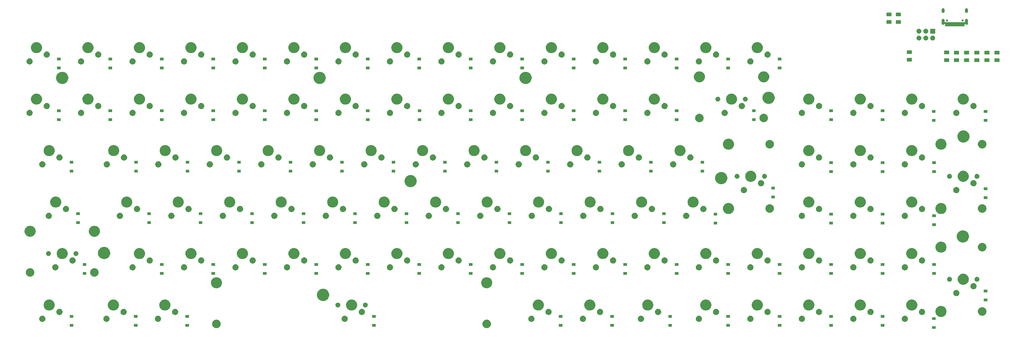
<source format=gbr>
G04 #@! TF.GenerationSoftware,KiCad,Pcbnew,(5.1.4)-1*
G04 #@! TF.CreationDate,2023-02-15T19:25:55+01:00*
G04 #@! TF.ProjectId,pcb,7063622e-6b69-4636-9164-5f7063625858,1.0*
G04 #@! TF.SameCoordinates,Original*
G04 #@! TF.FileFunction,Soldermask,Bot*
G04 #@! TF.FilePolarity,Negative*
%FSLAX46Y46*%
G04 Gerber Fmt 4.6, Leading zero omitted, Abs format (unit mm)*
G04 Created by KiCad (PCBNEW (5.1.4)-1) date 2023-02-15 19:25:55*
%MOMM*%
%LPD*%
G04 APERTURE LIST*
%ADD10C,0.100000*%
G04 APERTURE END LIST*
D10*
G36*
X368951000Y-238561000D02*
G01*
X367649000Y-238561000D01*
X367649000Y-237559000D01*
X368951000Y-237559000D01*
X368951000Y-238561000D01*
X368951000Y-238561000D01*
G37*
G36*
X203075083Y-235182090D02*
G01*
X203303702Y-235227564D01*
X203590516Y-235346367D01*
X203848642Y-235518841D01*
X204068159Y-235738358D01*
X204240633Y-235996484D01*
X204359436Y-236283298D01*
X204420000Y-236587778D01*
X204420000Y-236898222D01*
X204359436Y-237202702D01*
X204240633Y-237489516D01*
X204068159Y-237747642D01*
X203848642Y-237967159D01*
X203590516Y-238139633D01*
X203303702Y-238258436D01*
X203075083Y-238303910D01*
X202999224Y-238319000D01*
X202688776Y-238319000D01*
X202612917Y-238303910D01*
X202384298Y-238258436D01*
X202097484Y-238139633D01*
X201839358Y-237967159D01*
X201619841Y-237747642D01*
X201447367Y-237489516D01*
X201328564Y-237202702D01*
X201268000Y-236898222D01*
X201268000Y-236587778D01*
X201328564Y-236283298D01*
X201447367Y-235996484D01*
X201619841Y-235738358D01*
X201839358Y-235518841D01*
X202097484Y-235346367D01*
X202384298Y-235227564D01*
X202612917Y-235182090D01*
X202688776Y-235167000D01*
X202999224Y-235167000D01*
X203075083Y-235182090D01*
X203075083Y-235182090D01*
G37*
G36*
X103075083Y-235182090D02*
G01*
X103303702Y-235227564D01*
X103590516Y-235346367D01*
X103848642Y-235518841D01*
X104068159Y-235738358D01*
X104240633Y-235996484D01*
X104359436Y-236283298D01*
X104420000Y-236587778D01*
X104420000Y-236898222D01*
X104359436Y-237202702D01*
X104240633Y-237489516D01*
X104068159Y-237747642D01*
X103848642Y-237967159D01*
X103590516Y-238139633D01*
X103303702Y-238258436D01*
X103075083Y-238303910D01*
X102999224Y-238319000D01*
X102688776Y-238319000D01*
X102612917Y-238303910D01*
X102384298Y-238258436D01*
X102097484Y-238139633D01*
X101839358Y-237967159D01*
X101619841Y-237747642D01*
X101447367Y-237489516D01*
X101328564Y-237202702D01*
X101268000Y-236898222D01*
X101268000Y-236587778D01*
X101328564Y-236283298D01*
X101447367Y-235996484D01*
X101619841Y-235738358D01*
X101839358Y-235518841D01*
X102097484Y-235346367D01*
X102384298Y-235227564D01*
X102612917Y-235182090D01*
X102688776Y-235167000D01*
X102999224Y-235167000D01*
X103075083Y-235182090D01*
X103075083Y-235182090D01*
G37*
G36*
X349965000Y-237737000D02*
G01*
X348663000Y-237737000D01*
X348663000Y-236735000D01*
X349965000Y-236735000D01*
X349965000Y-237737000D01*
X349965000Y-237737000D01*
G37*
G36*
X230839000Y-237736000D02*
G01*
X229537000Y-237736000D01*
X229537000Y-236734000D01*
X230839000Y-236734000D01*
X230839000Y-237736000D01*
X230839000Y-237736000D01*
G37*
G36*
X271351000Y-237736000D02*
G01*
X270049000Y-237736000D01*
X270049000Y-236734000D01*
X271351000Y-236734000D01*
X271351000Y-237736000D01*
X271351000Y-237736000D01*
G37*
G36*
X249889000Y-237736000D02*
G01*
X248587000Y-237736000D01*
X248587000Y-236734000D01*
X249889000Y-236734000D01*
X249889000Y-237736000D01*
X249889000Y-237736000D01*
G37*
G36*
X292815000Y-237736000D02*
G01*
X291513000Y-237736000D01*
X291513000Y-236734000D01*
X292815000Y-236734000D01*
X292815000Y-237736000D01*
X292815000Y-237736000D01*
G37*
G36*
X311865000Y-237736000D02*
G01*
X310563000Y-237736000D01*
X310563000Y-236734000D01*
X311865000Y-236734000D01*
X311865000Y-237736000D01*
X311865000Y-237736000D01*
G37*
G36*
X161751000Y-237736000D02*
G01*
X160449000Y-237736000D01*
X160449000Y-236734000D01*
X161751000Y-236734000D01*
X161751000Y-237736000D01*
X161751000Y-237736000D01*
G37*
G36*
X49863500Y-237736000D02*
G01*
X48561500Y-237736000D01*
X48561500Y-236734000D01*
X49863500Y-236734000D01*
X49863500Y-237736000D01*
X49863500Y-237736000D01*
G37*
G36*
X92662500Y-237736000D02*
G01*
X91360500Y-237736000D01*
X91360500Y-236734000D01*
X92662500Y-236734000D01*
X92662500Y-237736000D01*
X92662500Y-237736000D01*
G37*
G36*
X73612500Y-237736000D02*
G01*
X72310500Y-237736000D01*
X72310500Y-236734000D01*
X73612500Y-236734000D01*
X73612500Y-237736000D01*
X73612500Y-237736000D01*
G37*
G36*
X330915000Y-237736000D02*
G01*
X329613000Y-237736000D01*
X329613000Y-236734000D01*
X330915000Y-236734000D01*
X330915000Y-237736000D01*
X330915000Y-237736000D01*
G37*
G36*
X62390466Y-233694000D02*
G01*
X62502234Y-233716232D01*
X62711703Y-233802997D01*
X62900220Y-233928960D01*
X63060540Y-234089280D01*
X63186503Y-234277797D01*
X63273268Y-234487266D01*
X63317500Y-234709636D01*
X63317500Y-234936364D01*
X63273268Y-235158734D01*
X63186503Y-235368203D01*
X63060540Y-235556720D01*
X62900220Y-235717040D01*
X62711703Y-235843003D01*
X62502234Y-235929768D01*
X62391049Y-235951884D01*
X62279865Y-235974000D01*
X62053135Y-235974000D01*
X61941951Y-235951884D01*
X61830766Y-235929768D01*
X61621297Y-235843003D01*
X61432780Y-235717040D01*
X61272460Y-235556720D01*
X61146497Y-235368203D01*
X61059732Y-235158734D01*
X61015500Y-234936364D01*
X61015500Y-234709636D01*
X61059732Y-234487266D01*
X61146497Y-234277797D01*
X61272460Y-234089280D01*
X61432780Y-233928960D01*
X61621297Y-233802997D01*
X61830766Y-233716232D01*
X61942534Y-233694000D01*
X62053135Y-233672000D01*
X62279865Y-233672000D01*
X62390466Y-233694000D01*
X62390466Y-233694000D01*
G37*
G36*
X260129966Y-233694000D02*
G01*
X260241734Y-233716232D01*
X260451203Y-233802997D01*
X260639720Y-233928960D01*
X260800040Y-234089280D01*
X260926003Y-234277797D01*
X261012768Y-234487266D01*
X261057000Y-234709636D01*
X261057000Y-234936364D01*
X261012768Y-235158734D01*
X260926003Y-235368203D01*
X260800040Y-235556720D01*
X260639720Y-235717040D01*
X260451203Y-235843003D01*
X260241734Y-235929768D01*
X260130549Y-235951884D01*
X260019365Y-235974000D01*
X259792635Y-235974000D01*
X259681451Y-235951884D01*
X259570266Y-235929768D01*
X259360797Y-235843003D01*
X259172280Y-235717040D01*
X259011960Y-235556720D01*
X258885997Y-235368203D01*
X258799232Y-235158734D01*
X258755000Y-234936364D01*
X258755000Y-234709636D01*
X258799232Y-234487266D01*
X258885997Y-234277797D01*
X259011960Y-234089280D01*
X259172280Y-233928960D01*
X259360797Y-233802997D01*
X259570266Y-233716232D01*
X259682034Y-233694000D01*
X259792635Y-233672000D01*
X260019365Y-233672000D01*
X260129966Y-233694000D01*
X260129966Y-233694000D01*
G37*
G36*
X38641466Y-233694000D02*
G01*
X38753234Y-233716232D01*
X38962703Y-233802997D01*
X39151220Y-233928960D01*
X39311540Y-234089280D01*
X39437503Y-234277797D01*
X39524268Y-234487266D01*
X39568500Y-234709636D01*
X39568500Y-234936364D01*
X39524268Y-235158734D01*
X39437503Y-235368203D01*
X39311540Y-235556720D01*
X39151220Y-235717040D01*
X38962703Y-235843003D01*
X38753234Y-235929768D01*
X38642049Y-235951884D01*
X38530865Y-235974000D01*
X38304135Y-235974000D01*
X38192951Y-235951884D01*
X38081766Y-235929768D01*
X37872297Y-235843003D01*
X37683780Y-235717040D01*
X37523460Y-235556720D01*
X37397497Y-235368203D01*
X37310732Y-235158734D01*
X37266500Y-234936364D01*
X37266500Y-234709636D01*
X37310732Y-234487266D01*
X37397497Y-234277797D01*
X37523460Y-234089280D01*
X37683780Y-233928960D01*
X37872297Y-233802997D01*
X38081766Y-233716232D01*
X38193534Y-233694000D01*
X38304135Y-233672000D01*
X38530865Y-233672000D01*
X38641466Y-233694000D01*
X38641466Y-233694000D01*
G37*
G36*
X238665966Y-233694000D02*
G01*
X238777734Y-233716232D01*
X238987203Y-233802997D01*
X239175720Y-233928960D01*
X239336040Y-234089280D01*
X239462003Y-234277797D01*
X239548768Y-234487266D01*
X239593000Y-234709636D01*
X239593000Y-234936364D01*
X239548768Y-235158734D01*
X239462003Y-235368203D01*
X239336040Y-235556720D01*
X239175720Y-235717040D01*
X238987203Y-235843003D01*
X238777734Y-235929768D01*
X238666549Y-235951884D01*
X238555365Y-235974000D01*
X238328635Y-235974000D01*
X238217451Y-235951884D01*
X238106266Y-235929768D01*
X237896797Y-235843003D01*
X237708280Y-235717040D01*
X237547960Y-235556720D01*
X237421997Y-235368203D01*
X237335232Y-235158734D01*
X237291000Y-234936364D01*
X237291000Y-234709636D01*
X237335232Y-234487266D01*
X237421997Y-234277797D01*
X237547960Y-234089280D01*
X237708280Y-233928960D01*
X237896797Y-233802997D01*
X238106266Y-233716232D01*
X238218034Y-233694000D01*
X238328635Y-233672000D01*
X238555365Y-233672000D01*
X238665966Y-233694000D01*
X238665966Y-233694000D01*
G37*
G36*
X300641966Y-233694000D02*
G01*
X300753734Y-233716232D01*
X300963203Y-233802997D01*
X301151720Y-233928960D01*
X301312040Y-234089280D01*
X301438003Y-234277797D01*
X301524768Y-234487266D01*
X301569000Y-234709636D01*
X301569000Y-234936364D01*
X301524768Y-235158734D01*
X301438003Y-235368203D01*
X301312040Y-235556720D01*
X301151720Y-235717040D01*
X300963203Y-235843003D01*
X300753734Y-235929768D01*
X300642549Y-235951884D01*
X300531365Y-235974000D01*
X300304635Y-235974000D01*
X300193451Y-235951884D01*
X300082266Y-235929768D01*
X299872797Y-235843003D01*
X299684280Y-235717040D01*
X299523960Y-235556720D01*
X299397997Y-235368203D01*
X299311232Y-235158734D01*
X299267000Y-234936364D01*
X299267000Y-234709636D01*
X299311232Y-234487266D01*
X299397997Y-234277797D01*
X299523960Y-234089280D01*
X299684280Y-233928960D01*
X299872797Y-233802997D01*
X300082266Y-233716232D01*
X300194034Y-233694000D01*
X300304635Y-233672000D01*
X300531365Y-233672000D01*
X300641966Y-233694000D01*
X300641966Y-233694000D01*
G37*
G36*
X219615966Y-233694000D02*
G01*
X219727734Y-233716232D01*
X219937203Y-233802997D01*
X220125720Y-233928960D01*
X220286040Y-234089280D01*
X220412003Y-234277797D01*
X220498768Y-234487266D01*
X220543000Y-234709636D01*
X220543000Y-234936364D01*
X220498768Y-235158734D01*
X220412003Y-235368203D01*
X220286040Y-235556720D01*
X220125720Y-235717040D01*
X219937203Y-235843003D01*
X219727734Y-235929768D01*
X219616549Y-235951884D01*
X219505365Y-235974000D01*
X219278635Y-235974000D01*
X219167451Y-235951884D01*
X219056266Y-235929768D01*
X218846797Y-235843003D01*
X218658280Y-235717040D01*
X218497960Y-235556720D01*
X218371997Y-235368203D01*
X218285232Y-235158734D01*
X218241000Y-234936364D01*
X218241000Y-234709636D01*
X218285232Y-234487266D01*
X218371997Y-234277797D01*
X218497960Y-234089280D01*
X218658280Y-233928960D01*
X218846797Y-233802997D01*
X219056266Y-233716232D01*
X219168034Y-233694000D01*
X219278635Y-233672000D01*
X219505365Y-233672000D01*
X219615966Y-233694000D01*
X219615966Y-233694000D01*
G37*
G36*
X81440466Y-233694000D02*
G01*
X81552234Y-233716232D01*
X81761703Y-233802997D01*
X81950220Y-233928960D01*
X82110540Y-234089280D01*
X82236503Y-234277797D01*
X82323268Y-234487266D01*
X82367500Y-234709636D01*
X82367500Y-234936364D01*
X82323268Y-235158734D01*
X82236503Y-235368203D01*
X82110540Y-235556720D01*
X81950220Y-235717040D01*
X81761703Y-235843003D01*
X81552234Y-235929768D01*
X81441049Y-235951884D01*
X81329865Y-235974000D01*
X81103135Y-235974000D01*
X80991951Y-235951884D01*
X80880766Y-235929768D01*
X80671297Y-235843003D01*
X80482780Y-235717040D01*
X80322460Y-235556720D01*
X80196497Y-235368203D01*
X80109732Y-235158734D01*
X80065500Y-234936364D01*
X80065500Y-234709636D01*
X80109732Y-234487266D01*
X80196497Y-234277797D01*
X80322460Y-234089280D01*
X80482780Y-233928960D01*
X80671297Y-233802997D01*
X80880766Y-233716232D01*
X80992534Y-233694000D01*
X81103135Y-233672000D01*
X81329865Y-233672000D01*
X81440466Y-233694000D01*
X81440466Y-233694000D01*
G37*
G36*
X281591966Y-233694000D02*
G01*
X281703734Y-233716232D01*
X281913203Y-233802997D01*
X282101720Y-233928960D01*
X282262040Y-234089280D01*
X282388003Y-234277797D01*
X282474768Y-234487266D01*
X282519000Y-234709636D01*
X282519000Y-234936364D01*
X282474768Y-235158734D01*
X282388003Y-235368203D01*
X282262040Y-235556720D01*
X282101720Y-235717040D01*
X281913203Y-235843003D01*
X281703734Y-235929768D01*
X281592549Y-235951884D01*
X281481365Y-235974000D01*
X281254635Y-235974000D01*
X281143451Y-235951884D01*
X281032266Y-235929768D01*
X280822797Y-235843003D01*
X280634280Y-235717040D01*
X280473960Y-235556720D01*
X280347997Y-235368203D01*
X280261232Y-235158734D01*
X280217000Y-234936364D01*
X280217000Y-234709636D01*
X280261232Y-234487266D01*
X280347997Y-234277797D01*
X280473960Y-234089280D01*
X280634280Y-233928960D01*
X280822797Y-233802997D01*
X281032266Y-233716232D01*
X281144034Y-233694000D01*
X281254635Y-233672000D01*
X281481365Y-233672000D01*
X281591966Y-233694000D01*
X281591966Y-233694000D01*
G37*
G36*
X319691966Y-233694000D02*
G01*
X319803734Y-233716232D01*
X320013203Y-233802997D01*
X320201720Y-233928960D01*
X320362040Y-234089280D01*
X320488003Y-234277797D01*
X320574768Y-234487266D01*
X320619000Y-234709636D01*
X320619000Y-234936364D01*
X320574768Y-235158734D01*
X320488003Y-235368203D01*
X320362040Y-235556720D01*
X320201720Y-235717040D01*
X320013203Y-235843003D01*
X319803734Y-235929768D01*
X319692549Y-235951884D01*
X319581365Y-235974000D01*
X319354635Y-235974000D01*
X319243451Y-235951884D01*
X319132266Y-235929768D01*
X318922797Y-235843003D01*
X318734280Y-235717040D01*
X318573960Y-235556720D01*
X318447997Y-235368203D01*
X318361232Y-235158734D01*
X318317000Y-234936364D01*
X318317000Y-234709636D01*
X318361232Y-234487266D01*
X318447997Y-234277797D01*
X318573960Y-234089280D01*
X318734280Y-233928960D01*
X318922797Y-233802997D01*
X319132266Y-233716232D01*
X319244034Y-233694000D01*
X319354635Y-233672000D01*
X319581365Y-233672000D01*
X319691966Y-233694000D01*
X319691966Y-233694000D01*
G37*
G36*
X338741966Y-233694000D02*
G01*
X338853734Y-233716232D01*
X339063203Y-233802997D01*
X339251720Y-233928960D01*
X339412040Y-234089280D01*
X339538003Y-234277797D01*
X339624768Y-234487266D01*
X339669000Y-234709636D01*
X339669000Y-234936364D01*
X339624768Y-235158734D01*
X339538003Y-235368203D01*
X339412040Y-235556720D01*
X339251720Y-235717040D01*
X339063203Y-235843003D01*
X338853734Y-235929768D01*
X338742549Y-235951884D01*
X338631365Y-235974000D01*
X338404635Y-235974000D01*
X338293451Y-235951884D01*
X338182266Y-235929768D01*
X337972797Y-235843003D01*
X337784280Y-235717040D01*
X337623960Y-235556720D01*
X337497997Y-235368203D01*
X337411232Y-235158734D01*
X337367000Y-234936364D01*
X337367000Y-234709636D01*
X337411232Y-234487266D01*
X337497997Y-234277797D01*
X337623960Y-234089280D01*
X337784280Y-233928960D01*
X337972797Y-233802997D01*
X338182266Y-233716232D01*
X338294034Y-233694000D01*
X338404635Y-233672000D01*
X338631365Y-233672000D01*
X338741966Y-233694000D01*
X338741966Y-233694000D01*
G37*
G36*
X150527966Y-233694000D02*
G01*
X150639734Y-233716232D01*
X150849203Y-233802997D01*
X151037720Y-233928960D01*
X151198040Y-234089280D01*
X151324003Y-234277797D01*
X151410768Y-234487266D01*
X151455000Y-234709636D01*
X151455000Y-234936364D01*
X151410768Y-235158734D01*
X151324003Y-235368203D01*
X151198040Y-235556720D01*
X151037720Y-235717040D01*
X150849203Y-235843003D01*
X150639734Y-235929768D01*
X150528549Y-235951884D01*
X150417365Y-235974000D01*
X150190635Y-235974000D01*
X150079451Y-235951884D01*
X149968266Y-235929768D01*
X149758797Y-235843003D01*
X149570280Y-235717040D01*
X149409960Y-235556720D01*
X149283997Y-235368203D01*
X149197232Y-235158734D01*
X149153000Y-234936364D01*
X149153000Y-234709636D01*
X149197232Y-234487266D01*
X149283997Y-234277797D01*
X149409960Y-234089280D01*
X149570280Y-233928960D01*
X149758797Y-233802997D01*
X149968266Y-233716232D01*
X150080034Y-233694000D01*
X150190635Y-233672000D01*
X150417365Y-233672000D01*
X150527966Y-233694000D01*
X150527966Y-233694000D01*
G37*
G36*
X357791966Y-233694000D02*
G01*
X357903734Y-233716232D01*
X358113203Y-233802997D01*
X358301720Y-233928960D01*
X358462040Y-234089280D01*
X358588003Y-234277797D01*
X358674768Y-234487266D01*
X358719000Y-234709636D01*
X358719000Y-234936364D01*
X358674768Y-235158734D01*
X358588003Y-235368203D01*
X358462040Y-235556720D01*
X358301720Y-235717040D01*
X358113203Y-235843003D01*
X357903734Y-235929768D01*
X357792549Y-235951884D01*
X357681365Y-235974000D01*
X357454635Y-235974000D01*
X357343451Y-235951884D01*
X357232266Y-235929768D01*
X357022797Y-235843003D01*
X356834280Y-235717040D01*
X356673960Y-235556720D01*
X356547997Y-235368203D01*
X356461232Y-235158734D01*
X356417000Y-234936364D01*
X356417000Y-234709636D01*
X356461232Y-234487266D01*
X356547997Y-234277797D01*
X356673960Y-234089280D01*
X356834280Y-233928960D01*
X357022797Y-233802997D01*
X357232266Y-233716232D01*
X357344034Y-233694000D01*
X357454635Y-233672000D01*
X357681365Y-233672000D01*
X357791966Y-233694000D01*
X357791966Y-233694000D01*
G37*
G36*
X368951000Y-235261000D02*
G01*
X367649000Y-235261000D01*
X367649000Y-234259000D01*
X368951000Y-234259000D01*
X368951000Y-235261000D01*
X368951000Y-235261000D01*
G37*
G36*
X349965000Y-234437000D02*
G01*
X348663000Y-234437000D01*
X348663000Y-233435000D01*
X349965000Y-233435000D01*
X349965000Y-234437000D01*
X349965000Y-234437000D01*
G37*
G36*
X330915000Y-234436000D02*
G01*
X329613000Y-234436000D01*
X329613000Y-233434000D01*
X330915000Y-233434000D01*
X330915000Y-234436000D01*
X330915000Y-234436000D01*
G37*
G36*
X49863500Y-234436000D02*
G01*
X48561500Y-234436000D01*
X48561500Y-233434000D01*
X49863500Y-233434000D01*
X49863500Y-234436000D01*
X49863500Y-234436000D01*
G37*
G36*
X271351000Y-234436000D02*
G01*
X270049000Y-234436000D01*
X270049000Y-233434000D01*
X271351000Y-233434000D01*
X271351000Y-234436000D01*
X271351000Y-234436000D01*
G37*
G36*
X73612500Y-234436000D02*
G01*
X72310500Y-234436000D01*
X72310500Y-233434000D01*
X73612500Y-233434000D01*
X73612500Y-234436000D01*
X73612500Y-234436000D01*
G37*
G36*
X249889000Y-234436000D02*
G01*
X248587000Y-234436000D01*
X248587000Y-233434000D01*
X249889000Y-233434000D01*
X249889000Y-234436000D01*
X249889000Y-234436000D01*
G37*
G36*
X230839000Y-234436000D02*
G01*
X229537000Y-234436000D01*
X229537000Y-233434000D01*
X230839000Y-233434000D01*
X230839000Y-234436000D01*
X230839000Y-234436000D01*
G37*
G36*
X311865000Y-234436000D02*
G01*
X310563000Y-234436000D01*
X310563000Y-233434000D01*
X311865000Y-233434000D01*
X311865000Y-234436000D01*
X311865000Y-234436000D01*
G37*
G36*
X292815000Y-234436000D02*
G01*
X291513000Y-234436000D01*
X291513000Y-233434000D01*
X292815000Y-233434000D01*
X292815000Y-234436000D01*
X292815000Y-234436000D01*
G37*
G36*
X161751000Y-234436000D02*
G01*
X160449000Y-234436000D01*
X160449000Y-233434000D01*
X161751000Y-233434000D01*
X161751000Y-234436000D01*
X161751000Y-234436000D01*
G37*
G36*
X92662500Y-234436000D02*
G01*
X91360500Y-234436000D01*
X91360500Y-233434000D01*
X92662500Y-233434000D01*
X92662500Y-234436000D01*
X92662500Y-234436000D01*
G37*
G36*
X371516254Y-230145818D02*
G01*
X371889511Y-230300426D01*
X371889513Y-230300427D01*
X372225436Y-230524884D01*
X372511116Y-230810564D01*
X372671394Y-231050436D01*
X372735574Y-231146489D01*
X372890182Y-231519746D01*
X372969000Y-231915993D01*
X372969000Y-232320007D01*
X372890182Y-232716254D01*
X372765725Y-233016719D01*
X372735573Y-233089513D01*
X372511116Y-233425436D01*
X372225436Y-233711116D01*
X371889513Y-233935573D01*
X371889512Y-233935574D01*
X371889511Y-233935574D01*
X371516254Y-234090182D01*
X371120007Y-234169000D01*
X370715993Y-234169000D01*
X370319746Y-234090182D01*
X369946489Y-233935574D01*
X369946488Y-233935574D01*
X369946487Y-233935573D01*
X369610564Y-233711116D01*
X369324884Y-233425436D01*
X369100427Y-233089513D01*
X369070275Y-233016719D01*
X368945818Y-232716254D01*
X368867000Y-232320007D01*
X368867000Y-231915993D01*
X368945818Y-231519746D01*
X369100426Y-231146489D01*
X369164607Y-231050436D01*
X369324884Y-230810564D01*
X369610564Y-230524884D01*
X369946487Y-230300427D01*
X369946489Y-230300426D01*
X370319746Y-230145818D01*
X370715993Y-230067000D01*
X371120007Y-230067000D01*
X371516254Y-230145818D01*
X371516254Y-230145818D01*
G37*
G36*
X386389083Y-230557090D02*
G01*
X386617702Y-230602564D01*
X386904516Y-230721367D01*
X387162642Y-230893841D01*
X387382159Y-231113358D01*
X387554633Y-231371484D01*
X387673436Y-231658298D01*
X387734000Y-231962778D01*
X387734000Y-232273222D01*
X387673436Y-232577702D01*
X387554633Y-232864516D01*
X387382159Y-233122642D01*
X387162642Y-233342159D01*
X386904516Y-233514633D01*
X386617702Y-233633436D01*
X386389083Y-233678910D01*
X386313224Y-233694000D01*
X386002776Y-233694000D01*
X385926917Y-233678910D01*
X385698298Y-233633436D01*
X385411484Y-233514633D01*
X385153358Y-233342159D01*
X384933841Y-233122642D01*
X384761367Y-232864516D01*
X384642564Y-232577702D01*
X384582000Y-232273222D01*
X384582000Y-231962778D01*
X384642564Y-231658298D01*
X384761367Y-231371484D01*
X384933841Y-231113358D01*
X385153358Y-230893841D01*
X385411484Y-230721367D01*
X385698298Y-230602564D01*
X385926917Y-230557090D01*
X386002776Y-230542000D01*
X386313224Y-230542000D01*
X386389083Y-230557090D01*
X386389083Y-230557090D01*
G37*
G36*
X326042549Y-231154116D02*
G01*
X326153734Y-231176232D01*
X326363203Y-231262997D01*
X326551720Y-231388960D01*
X326712040Y-231549280D01*
X326838003Y-231737797D01*
X326924768Y-231947266D01*
X326969000Y-232169636D01*
X326969000Y-232396364D01*
X326924768Y-232618734D01*
X326838003Y-232828203D01*
X326712040Y-233016720D01*
X326551720Y-233177040D01*
X326363203Y-233303003D01*
X326153734Y-233389768D01*
X326042549Y-233411884D01*
X325931365Y-233434000D01*
X325704635Y-233434000D01*
X325593451Y-233411884D01*
X325482266Y-233389768D01*
X325272797Y-233303003D01*
X325084280Y-233177040D01*
X324923960Y-233016720D01*
X324797997Y-232828203D01*
X324711232Y-232618734D01*
X324667000Y-232396364D01*
X324667000Y-232169636D01*
X324711232Y-231947266D01*
X324797997Y-231737797D01*
X324923960Y-231549280D01*
X325084280Y-231388960D01*
X325272797Y-231262997D01*
X325482266Y-231176232D01*
X325593451Y-231154116D01*
X325704635Y-231132000D01*
X325931365Y-231132000D01*
X326042549Y-231154116D01*
X326042549Y-231154116D01*
G37*
G36*
X68741049Y-231154116D02*
G01*
X68852234Y-231176232D01*
X69061703Y-231262997D01*
X69250220Y-231388960D01*
X69410540Y-231549280D01*
X69536503Y-231737797D01*
X69623268Y-231947266D01*
X69667500Y-232169636D01*
X69667500Y-232396364D01*
X69623268Y-232618734D01*
X69536503Y-232828203D01*
X69410540Y-233016720D01*
X69250220Y-233177040D01*
X69061703Y-233303003D01*
X68852234Y-233389768D01*
X68741049Y-233411884D01*
X68629865Y-233434000D01*
X68403135Y-233434000D01*
X68291951Y-233411884D01*
X68180766Y-233389768D01*
X67971297Y-233303003D01*
X67782780Y-233177040D01*
X67622460Y-233016720D01*
X67496497Y-232828203D01*
X67409732Y-232618734D01*
X67365500Y-232396364D01*
X67365500Y-232169636D01*
X67409732Y-231947266D01*
X67496497Y-231737797D01*
X67622460Y-231549280D01*
X67782780Y-231388960D01*
X67971297Y-231262997D01*
X68180766Y-231176232D01*
X68291951Y-231154116D01*
X68403135Y-231132000D01*
X68629865Y-231132000D01*
X68741049Y-231154116D01*
X68741049Y-231154116D01*
G37*
G36*
X364142549Y-231154116D02*
G01*
X364253734Y-231176232D01*
X364463203Y-231262997D01*
X364651720Y-231388960D01*
X364812040Y-231549280D01*
X364938003Y-231737797D01*
X365024768Y-231947266D01*
X365069000Y-232169636D01*
X365069000Y-232396364D01*
X365024768Y-232618734D01*
X364938003Y-232828203D01*
X364812040Y-233016720D01*
X364651720Y-233177040D01*
X364463203Y-233303003D01*
X364253734Y-233389768D01*
X364142549Y-233411884D01*
X364031365Y-233434000D01*
X363804635Y-233434000D01*
X363693451Y-233411884D01*
X363582266Y-233389768D01*
X363372797Y-233303003D01*
X363184280Y-233177040D01*
X363023960Y-233016720D01*
X362897997Y-232828203D01*
X362811232Y-232618734D01*
X362767000Y-232396364D01*
X362767000Y-232169636D01*
X362811232Y-231947266D01*
X362897997Y-231737797D01*
X363023960Y-231549280D01*
X363184280Y-231388960D01*
X363372797Y-231262997D01*
X363582266Y-231176232D01*
X363693451Y-231154116D01*
X363804635Y-231132000D01*
X364031365Y-231132000D01*
X364142549Y-231154116D01*
X364142549Y-231154116D01*
G37*
G36*
X266480549Y-231154116D02*
G01*
X266591734Y-231176232D01*
X266801203Y-231262997D01*
X266989720Y-231388960D01*
X267150040Y-231549280D01*
X267276003Y-231737797D01*
X267362768Y-231947266D01*
X267407000Y-232169636D01*
X267407000Y-232396364D01*
X267362768Y-232618734D01*
X267276003Y-232828203D01*
X267150040Y-233016720D01*
X266989720Y-233177040D01*
X266801203Y-233303003D01*
X266591734Y-233389768D01*
X266480549Y-233411884D01*
X266369365Y-233434000D01*
X266142635Y-233434000D01*
X266031451Y-233411884D01*
X265920266Y-233389768D01*
X265710797Y-233303003D01*
X265522280Y-233177040D01*
X265361960Y-233016720D01*
X265235997Y-232828203D01*
X265149232Y-232618734D01*
X265105000Y-232396364D01*
X265105000Y-232169636D01*
X265149232Y-231947266D01*
X265235997Y-231737797D01*
X265361960Y-231549280D01*
X265522280Y-231388960D01*
X265710797Y-231262997D01*
X265920266Y-231176232D01*
X266031451Y-231154116D01*
X266142635Y-231132000D01*
X266369365Y-231132000D01*
X266480549Y-231154116D01*
X266480549Y-231154116D01*
G37*
G36*
X156878549Y-231154116D02*
G01*
X156989734Y-231176232D01*
X157199203Y-231262997D01*
X157387720Y-231388960D01*
X157548040Y-231549280D01*
X157674003Y-231737797D01*
X157760768Y-231947266D01*
X157805000Y-232169636D01*
X157805000Y-232396364D01*
X157760768Y-232618734D01*
X157674003Y-232828203D01*
X157548040Y-233016720D01*
X157387720Y-233177040D01*
X157199203Y-233303003D01*
X156989734Y-233389768D01*
X156878549Y-233411884D01*
X156767365Y-233434000D01*
X156540635Y-233434000D01*
X156429451Y-233411884D01*
X156318266Y-233389768D01*
X156108797Y-233303003D01*
X155920280Y-233177040D01*
X155759960Y-233016720D01*
X155633997Y-232828203D01*
X155547232Y-232618734D01*
X155503000Y-232396364D01*
X155503000Y-232169636D01*
X155547232Y-231947266D01*
X155633997Y-231737797D01*
X155759960Y-231549280D01*
X155920280Y-231388960D01*
X156108797Y-231262997D01*
X156318266Y-231176232D01*
X156429451Y-231154116D01*
X156540635Y-231132000D01*
X156767365Y-231132000D01*
X156878549Y-231154116D01*
X156878549Y-231154116D01*
G37*
G36*
X44992049Y-231154116D02*
G01*
X45103234Y-231176232D01*
X45312703Y-231262997D01*
X45501220Y-231388960D01*
X45661540Y-231549280D01*
X45787503Y-231737797D01*
X45874268Y-231947266D01*
X45918500Y-232169636D01*
X45918500Y-232396364D01*
X45874268Y-232618734D01*
X45787503Y-232828203D01*
X45661540Y-233016720D01*
X45501220Y-233177040D01*
X45312703Y-233303003D01*
X45103234Y-233389768D01*
X44992049Y-233411884D01*
X44880865Y-233434000D01*
X44654135Y-233434000D01*
X44542951Y-233411884D01*
X44431766Y-233389768D01*
X44222297Y-233303003D01*
X44033780Y-233177040D01*
X43873460Y-233016720D01*
X43747497Y-232828203D01*
X43660732Y-232618734D01*
X43616500Y-232396364D01*
X43616500Y-232169636D01*
X43660732Y-231947266D01*
X43747497Y-231737797D01*
X43873460Y-231549280D01*
X44033780Y-231388960D01*
X44222297Y-231262997D01*
X44431766Y-231176232D01*
X44542951Y-231154116D01*
X44654135Y-231132000D01*
X44880865Y-231132000D01*
X44992049Y-231154116D01*
X44992049Y-231154116D01*
G37*
G36*
X306992549Y-231154116D02*
G01*
X307103734Y-231176232D01*
X307313203Y-231262997D01*
X307501720Y-231388960D01*
X307662040Y-231549280D01*
X307788003Y-231737797D01*
X307874768Y-231947266D01*
X307919000Y-232169636D01*
X307919000Y-232396364D01*
X307874768Y-232618734D01*
X307788003Y-232828203D01*
X307662040Y-233016720D01*
X307501720Y-233177040D01*
X307313203Y-233303003D01*
X307103734Y-233389768D01*
X306992549Y-233411884D01*
X306881365Y-233434000D01*
X306654635Y-233434000D01*
X306543451Y-233411884D01*
X306432266Y-233389768D01*
X306222797Y-233303003D01*
X306034280Y-233177040D01*
X305873960Y-233016720D01*
X305747997Y-232828203D01*
X305661232Y-232618734D01*
X305617000Y-232396364D01*
X305617000Y-232169636D01*
X305661232Y-231947266D01*
X305747997Y-231737797D01*
X305873960Y-231549280D01*
X306034280Y-231388960D01*
X306222797Y-231262997D01*
X306432266Y-231176232D01*
X306543451Y-231154116D01*
X306654635Y-231132000D01*
X306881365Y-231132000D01*
X306992549Y-231154116D01*
X306992549Y-231154116D01*
G37*
G36*
X225966549Y-231154116D02*
G01*
X226077734Y-231176232D01*
X226287203Y-231262997D01*
X226475720Y-231388960D01*
X226636040Y-231549280D01*
X226762003Y-231737797D01*
X226848768Y-231947266D01*
X226893000Y-232169636D01*
X226893000Y-232396364D01*
X226848768Y-232618734D01*
X226762003Y-232828203D01*
X226636040Y-233016720D01*
X226475720Y-233177040D01*
X226287203Y-233303003D01*
X226077734Y-233389768D01*
X225966549Y-233411884D01*
X225855365Y-233434000D01*
X225628635Y-233434000D01*
X225517451Y-233411884D01*
X225406266Y-233389768D01*
X225196797Y-233303003D01*
X225008280Y-233177040D01*
X224847960Y-233016720D01*
X224721997Y-232828203D01*
X224635232Y-232618734D01*
X224591000Y-232396364D01*
X224591000Y-232169636D01*
X224635232Y-231947266D01*
X224721997Y-231737797D01*
X224847960Y-231549280D01*
X225008280Y-231388960D01*
X225196797Y-231262997D01*
X225406266Y-231176232D01*
X225517451Y-231154116D01*
X225628635Y-231132000D01*
X225855365Y-231132000D01*
X225966549Y-231154116D01*
X225966549Y-231154116D01*
G37*
G36*
X287942549Y-231154116D02*
G01*
X288053734Y-231176232D01*
X288263203Y-231262997D01*
X288451720Y-231388960D01*
X288612040Y-231549280D01*
X288738003Y-231737797D01*
X288824768Y-231947266D01*
X288869000Y-232169636D01*
X288869000Y-232396364D01*
X288824768Y-232618734D01*
X288738003Y-232828203D01*
X288612040Y-233016720D01*
X288451720Y-233177040D01*
X288263203Y-233303003D01*
X288053734Y-233389768D01*
X287942549Y-233411884D01*
X287831365Y-233434000D01*
X287604635Y-233434000D01*
X287493451Y-233411884D01*
X287382266Y-233389768D01*
X287172797Y-233303003D01*
X286984280Y-233177040D01*
X286823960Y-233016720D01*
X286697997Y-232828203D01*
X286611232Y-232618734D01*
X286567000Y-232396364D01*
X286567000Y-232169636D01*
X286611232Y-231947266D01*
X286697997Y-231737797D01*
X286823960Y-231549280D01*
X286984280Y-231388960D01*
X287172797Y-231262997D01*
X287382266Y-231176232D01*
X287493451Y-231154116D01*
X287604635Y-231132000D01*
X287831365Y-231132000D01*
X287942549Y-231154116D01*
X287942549Y-231154116D01*
G37*
G36*
X345092549Y-231154116D02*
G01*
X345203734Y-231176232D01*
X345413203Y-231262997D01*
X345601720Y-231388960D01*
X345762040Y-231549280D01*
X345888003Y-231737797D01*
X345974768Y-231947266D01*
X346019000Y-232169636D01*
X346019000Y-232396364D01*
X345974768Y-232618734D01*
X345888003Y-232828203D01*
X345762040Y-233016720D01*
X345601720Y-233177040D01*
X345413203Y-233303003D01*
X345203734Y-233389768D01*
X345092549Y-233411884D01*
X344981365Y-233434000D01*
X344754635Y-233434000D01*
X344643451Y-233411884D01*
X344532266Y-233389768D01*
X344322797Y-233303003D01*
X344134280Y-233177040D01*
X343973960Y-233016720D01*
X343847997Y-232828203D01*
X343761232Y-232618734D01*
X343717000Y-232396364D01*
X343717000Y-232169636D01*
X343761232Y-231947266D01*
X343847997Y-231737797D01*
X343973960Y-231549280D01*
X344134280Y-231388960D01*
X344322797Y-231262997D01*
X344532266Y-231176232D01*
X344643451Y-231154116D01*
X344754635Y-231132000D01*
X344981365Y-231132000D01*
X345092549Y-231154116D01*
X345092549Y-231154116D01*
G37*
G36*
X87791049Y-231154116D02*
G01*
X87902234Y-231176232D01*
X88111703Y-231262997D01*
X88300220Y-231388960D01*
X88460540Y-231549280D01*
X88586503Y-231737797D01*
X88673268Y-231947266D01*
X88717500Y-232169636D01*
X88717500Y-232396364D01*
X88673268Y-232618734D01*
X88586503Y-232828203D01*
X88460540Y-233016720D01*
X88300220Y-233177040D01*
X88111703Y-233303003D01*
X87902234Y-233389768D01*
X87791049Y-233411884D01*
X87679865Y-233434000D01*
X87453135Y-233434000D01*
X87341951Y-233411884D01*
X87230766Y-233389768D01*
X87021297Y-233303003D01*
X86832780Y-233177040D01*
X86672460Y-233016720D01*
X86546497Y-232828203D01*
X86459732Y-232618734D01*
X86415500Y-232396364D01*
X86415500Y-232169636D01*
X86459732Y-231947266D01*
X86546497Y-231737797D01*
X86672460Y-231549280D01*
X86832780Y-231388960D01*
X87021297Y-231262997D01*
X87230766Y-231176232D01*
X87341951Y-231154116D01*
X87453135Y-231132000D01*
X87679865Y-231132000D01*
X87791049Y-231154116D01*
X87791049Y-231154116D01*
G37*
G36*
X245016549Y-231154116D02*
G01*
X245127734Y-231176232D01*
X245337203Y-231262997D01*
X245525720Y-231388960D01*
X245686040Y-231549280D01*
X245812003Y-231737797D01*
X245898768Y-231947266D01*
X245943000Y-232169636D01*
X245943000Y-232396364D01*
X245898768Y-232618734D01*
X245812003Y-232828203D01*
X245686040Y-233016720D01*
X245525720Y-233177040D01*
X245337203Y-233303003D01*
X245127734Y-233389768D01*
X245016549Y-233411884D01*
X244905365Y-233434000D01*
X244678635Y-233434000D01*
X244567451Y-233411884D01*
X244456266Y-233389768D01*
X244246797Y-233303003D01*
X244058280Y-233177040D01*
X243897960Y-233016720D01*
X243771997Y-232828203D01*
X243685232Y-232618734D01*
X243641000Y-232396364D01*
X243641000Y-232169636D01*
X243685232Y-231947266D01*
X243771997Y-231737797D01*
X243897960Y-231549280D01*
X244058280Y-231388960D01*
X244246797Y-231262997D01*
X244456266Y-231176232D01*
X244567451Y-231154116D01*
X244678635Y-231132000D01*
X244905365Y-231132000D01*
X245016549Y-231154116D01*
X245016549Y-231154116D01*
G37*
G36*
X284506254Y-227770818D02*
G01*
X284823250Y-227902122D01*
X284879513Y-227925427D01*
X284928227Y-227957977D01*
X285215436Y-228149884D01*
X285501116Y-228435564D01*
X285725574Y-228771489D01*
X285880182Y-229144746D01*
X285959000Y-229540993D01*
X285959000Y-229945007D01*
X285880182Y-230341254D01*
X285725574Y-230714511D01*
X285725573Y-230714513D01*
X285501116Y-231050436D01*
X285215436Y-231336116D01*
X284879513Y-231560573D01*
X284879512Y-231560574D01*
X284879511Y-231560574D01*
X284506254Y-231715182D01*
X284110007Y-231794000D01*
X283705993Y-231794000D01*
X283309746Y-231715182D01*
X282936489Y-231560574D01*
X282936488Y-231560574D01*
X282936487Y-231560573D01*
X282600564Y-231336116D01*
X282314884Y-231050436D01*
X282090427Y-230714513D01*
X282090426Y-230714511D01*
X281935818Y-230341254D01*
X281857000Y-229945007D01*
X281857000Y-229540993D01*
X281935818Y-229144746D01*
X282090426Y-228771489D01*
X282314884Y-228435564D01*
X282600564Y-228149884D01*
X282887773Y-227957977D01*
X282936487Y-227925427D01*
X282992750Y-227902122D01*
X283309746Y-227770818D01*
X283705993Y-227692000D01*
X284110007Y-227692000D01*
X284506254Y-227770818D01*
X284506254Y-227770818D01*
G37*
G36*
X241580254Y-227770818D02*
G01*
X241897250Y-227902122D01*
X241953513Y-227925427D01*
X242002227Y-227957977D01*
X242289436Y-228149884D01*
X242575116Y-228435564D01*
X242799574Y-228771489D01*
X242954182Y-229144746D01*
X243033000Y-229540993D01*
X243033000Y-229945007D01*
X242954182Y-230341254D01*
X242799574Y-230714511D01*
X242799573Y-230714513D01*
X242575116Y-231050436D01*
X242289436Y-231336116D01*
X241953513Y-231560573D01*
X241953512Y-231560574D01*
X241953511Y-231560574D01*
X241580254Y-231715182D01*
X241184007Y-231794000D01*
X240779993Y-231794000D01*
X240383746Y-231715182D01*
X240010489Y-231560574D01*
X240010488Y-231560574D01*
X240010487Y-231560573D01*
X239674564Y-231336116D01*
X239388884Y-231050436D01*
X239164427Y-230714513D01*
X239164426Y-230714511D01*
X239009818Y-230341254D01*
X238931000Y-229945007D01*
X238931000Y-229540993D01*
X239009818Y-229144746D01*
X239164426Y-228771489D01*
X239388884Y-228435564D01*
X239674564Y-228149884D01*
X239961773Y-227957977D01*
X240010487Y-227925427D01*
X240066750Y-227902122D01*
X240383746Y-227770818D01*
X240779993Y-227692000D01*
X241184007Y-227692000D01*
X241580254Y-227770818D01*
X241580254Y-227770818D01*
G37*
G36*
X41555754Y-227770818D02*
G01*
X41872750Y-227902122D01*
X41929013Y-227925427D01*
X41977727Y-227957977D01*
X42264936Y-228149884D01*
X42550616Y-228435564D01*
X42775074Y-228771489D01*
X42929682Y-229144746D01*
X43008500Y-229540993D01*
X43008500Y-229945007D01*
X42929682Y-230341254D01*
X42775074Y-230714511D01*
X42775073Y-230714513D01*
X42550616Y-231050436D01*
X42264936Y-231336116D01*
X41929013Y-231560573D01*
X41929012Y-231560574D01*
X41929011Y-231560574D01*
X41555754Y-231715182D01*
X41159507Y-231794000D01*
X40755493Y-231794000D01*
X40359246Y-231715182D01*
X39985989Y-231560574D01*
X39985988Y-231560574D01*
X39985987Y-231560573D01*
X39650064Y-231336116D01*
X39364384Y-231050436D01*
X39139927Y-230714513D01*
X39139926Y-230714511D01*
X38985318Y-230341254D01*
X38906500Y-229945007D01*
X38906500Y-229540993D01*
X38985318Y-229144746D01*
X39139926Y-228771489D01*
X39364384Y-228435564D01*
X39650064Y-228149884D01*
X39937273Y-227957977D01*
X39985987Y-227925427D01*
X40042250Y-227902122D01*
X40359246Y-227770818D01*
X40755493Y-227692000D01*
X41159507Y-227692000D01*
X41555754Y-227770818D01*
X41555754Y-227770818D01*
G37*
G36*
X222530254Y-227770818D02*
G01*
X222847250Y-227902122D01*
X222903513Y-227925427D01*
X222952227Y-227957977D01*
X223239436Y-228149884D01*
X223525116Y-228435564D01*
X223749574Y-228771489D01*
X223904182Y-229144746D01*
X223983000Y-229540993D01*
X223983000Y-229945007D01*
X223904182Y-230341254D01*
X223749574Y-230714511D01*
X223749573Y-230714513D01*
X223525116Y-231050436D01*
X223239436Y-231336116D01*
X222903513Y-231560573D01*
X222903512Y-231560574D01*
X222903511Y-231560574D01*
X222530254Y-231715182D01*
X222134007Y-231794000D01*
X221729993Y-231794000D01*
X221333746Y-231715182D01*
X220960489Y-231560574D01*
X220960488Y-231560574D01*
X220960487Y-231560573D01*
X220624564Y-231336116D01*
X220338884Y-231050436D01*
X220114427Y-230714513D01*
X220114426Y-230714511D01*
X219959818Y-230341254D01*
X219881000Y-229945007D01*
X219881000Y-229540993D01*
X219959818Y-229144746D01*
X220114426Y-228771489D01*
X220338884Y-228435564D01*
X220624564Y-228149884D01*
X220911773Y-227957977D01*
X220960487Y-227925427D01*
X221016750Y-227902122D01*
X221333746Y-227770818D01*
X221729993Y-227692000D01*
X222134007Y-227692000D01*
X222530254Y-227770818D01*
X222530254Y-227770818D01*
G37*
G36*
X65304754Y-227770818D02*
G01*
X65621750Y-227902122D01*
X65678013Y-227925427D01*
X65726727Y-227957977D01*
X66013936Y-228149884D01*
X66299616Y-228435564D01*
X66524074Y-228771489D01*
X66678682Y-229144746D01*
X66757500Y-229540993D01*
X66757500Y-229945007D01*
X66678682Y-230341254D01*
X66524074Y-230714511D01*
X66524073Y-230714513D01*
X66299616Y-231050436D01*
X66013936Y-231336116D01*
X65678013Y-231560573D01*
X65678012Y-231560574D01*
X65678011Y-231560574D01*
X65304754Y-231715182D01*
X64908507Y-231794000D01*
X64504493Y-231794000D01*
X64108246Y-231715182D01*
X63734989Y-231560574D01*
X63734988Y-231560574D01*
X63734987Y-231560573D01*
X63399064Y-231336116D01*
X63113384Y-231050436D01*
X62888927Y-230714513D01*
X62888926Y-230714511D01*
X62734318Y-230341254D01*
X62655500Y-229945007D01*
X62655500Y-229540993D01*
X62734318Y-229144746D01*
X62888926Y-228771489D01*
X63113384Y-228435564D01*
X63399064Y-228149884D01*
X63686273Y-227957977D01*
X63734987Y-227925427D01*
X63791250Y-227902122D01*
X64108246Y-227770818D01*
X64504493Y-227692000D01*
X64908507Y-227692000D01*
X65304754Y-227770818D01*
X65304754Y-227770818D01*
G37*
G36*
X84354754Y-227770818D02*
G01*
X84671750Y-227902122D01*
X84728013Y-227925427D01*
X84776727Y-227957977D01*
X85063936Y-228149884D01*
X85349616Y-228435564D01*
X85574074Y-228771489D01*
X85728682Y-229144746D01*
X85807500Y-229540993D01*
X85807500Y-229945007D01*
X85728682Y-230341254D01*
X85574074Y-230714511D01*
X85574073Y-230714513D01*
X85349616Y-231050436D01*
X85063936Y-231336116D01*
X84728013Y-231560573D01*
X84728012Y-231560574D01*
X84728011Y-231560574D01*
X84354754Y-231715182D01*
X83958507Y-231794000D01*
X83554493Y-231794000D01*
X83158246Y-231715182D01*
X82784989Y-231560574D01*
X82784988Y-231560574D01*
X82784987Y-231560573D01*
X82449064Y-231336116D01*
X82163384Y-231050436D01*
X81938927Y-230714513D01*
X81938926Y-230714511D01*
X81784318Y-230341254D01*
X81705500Y-229945007D01*
X81705500Y-229540993D01*
X81784318Y-229144746D01*
X81938926Y-228771489D01*
X82163384Y-228435564D01*
X82449064Y-228149884D01*
X82736273Y-227957977D01*
X82784987Y-227925427D01*
X82841250Y-227902122D01*
X83158246Y-227770818D01*
X83554493Y-227692000D01*
X83958507Y-227692000D01*
X84354754Y-227770818D01*
X84354754Y-227770818D01*
G37*
G36*
X322606254Y-227770818D02*
G01*
X322923250Y-227902122D01*
X322979513Y-227925427D01*
X323028227Y-227957977D01*
X323315436Y-228149884D01*
X323601116Y-228435564D01*
X323825574Y-228771489D01*
X323980182Y-229144746D01*
X324059000Y-229540993D01*
X324059000Y-229945007D01*
X323980182Y-230341254D01*
X323825574Y-230714511D01*
X323825573Y-230714513D01*
X323601116Y-231050436D01*
X323315436Y-231336116D01*
X322979513Y-231560573D01*
X322979512Y-231560574D01*
X322979511Y-231560574D01*
X322606254Y-231715182D01*
X322210007Y-231794000D01*
X321805993Y-231794000D01*
X321409746Y-231715182D01*
X321036489Y-231560574D01*
X321036488Y-231560574D01*
X321036487Y-231560573D01*
X320700564Y-231336116D01*
X320414884Y-231050436D01*
X320190427Y-230714513D01*
X320190426Y-230714511D01*
X320035818Y-230341254D01*
X319957000Y-229945007D01*
X319957000Y-229540993D01*
X320035818Y-229144746D01*
X320190426Y-228771489D01*
X320414884Y-228435564D01*
X320700564Y-228149884D01*
X320987773Y-227957977D01*
X321036487Y-227925427D01*
X321092750Y-227902122D01*
X321409746Y-227770818D01*
X321805993Y-227692000D01*
X322210007Y-227692000D01*
X322606254Y-227770818D01*
X322606254Y-227770818D01*
G37*
G36*
X341656254Y-227770818D02*
G01*
X341973250Y-227902122D01*
X342029513Y-227925427D01*
X342078227Y-227957977D01*
X342365436Y-228149884D01*
X342651116Y-228435564D01*
X342875574Y-228771489D01*
X343030182Y-229144746D01*
X343109000Y-229540993D01*
X343109000Y-229945007D01*
X343030182Y-230341254D01*
X342875574Y-230714511D01*
X342875573Y-230714513D01*
X342651116Y-231050436D01*
X342365436Y-231336116D01*
X342029513Y-231560573D01*
X342029512Y-231560574D01*
X342029511Y-231560574D01*
X341656254Y-231715182D01*
X341260007Y-231794000D01*
X340855993Y-231794000D01*
X340459746Y-231715182D01*
X340086489Y-231560574D01*
X340086488Y-231560574D01*
X340086487Y-231560573D01*
X339750564Y-231336116D01*
X339464884Y-231050436D01*
X339240427Y-230714513D01*
X339240426Y-230714511D01*
X339085818Y-230341254D01*
X339007000Y-229945007D01*
X339007000Y-229540993D01*
X339085818Y-229144746D01*
X339240426Y-228771489D01*
X339464884Y-228435564D01*
X339750564Y-228149884D01*
X340037773Y-227957977D01*
X340086487Y-227925427D01*
X340142750Y-227902122D01*
X340459746Y-227770818D01*
X340855993Y-227692000D01*
X341260007Y-227692000D01*
X341656254Y-227770818D01*
X341656254Y-227770818D01*
G37*
G36*
X303556254Y-227770818D02*
G01*
X303873250Y-227902122D01*
X303929513Y-227925427D01*
X303978227Y-227957977D01*
X304265436Y-228149884D01*
X304551116Y-228435564D01*
X304775574Y-228771489D01*
X304930182Y-229144746D01*
X305009000Y-229540993D01*
X305009000Y-229945007D01*
X304930182Y-230341254D01*
X304775574Y-230714511D01*
X304775573Y-230714513D01*
X304551116Y-231050436D01*
X304265436Y-231336116D01*
X303929513Y-231560573D01*
X303929512Y-231560574D01*
X303929511Y-231560574D01*
X303556254Y-231715182D01*
X303160007Y-231794000D01*
X302755993Y-231794000D01*
X302359746Y-231715182D01*
X301986489Y-231560574D01*
X301986488Y-231560574D01*
X301986487Y-231560573D01*
X301650564Y-231336116D01*
X301364884Y-231050436D01*
X301140427Y-230714513D01*
X301140426Y-230714511D01*
X300985818Y-230341254D01*
X300907000Y-229945007D01*
X300907000Y-229540993D01*
X300985818Y-229144746D01*
X301140426Y-228771489D01*
X301364884Y-228435564D01*
X301650564Y-228149884D01*
X301937773Y-227957977D01*
X301986487Y-227925427D01*
X302042750Y-227902122D01*
X302359746Y-227770818D01*
X302755993Y-227692000D01*
X303160007Y-227692000D01*
X303556254Y-227770818D01*
X303556254Y-227770818D01*
G37*
G36*
X360706254Y-227770818D02*
G01*
X361023250Y-227902122D01*
X361079513Y-227925427D01*
X361128227Y-227957977D01*
X361415436Y-228149884D01*
X361701116Y-228435564D01*
X361925574Y-228771489D01*
X362080182Y-229144746D01*
X362159000Y-229540993D01*
X362159000Y-229945007D01*
X362080182Y-230341254D01*
X361925574Y-230714511D01*
X361925573Y-230714513D01*
X361701116Y-231050436D01*
X361415436Y-231336116D01*
X361079513Y-231560573D01*
X361079512Y-231560574D01*
X361079511Y-231560574D01*
X360706254Y-231715182D01*
X360310007Y-231794000D01*
X359905993Y-231794000D01*
X359509746Y-231715182D01*
X359136489Y-231560574D01*
X359136488Y-231560574D01*
X359136487Y-231560573D01*
X358800564Y-231336116D01*
X358514884Y-231050436D01*
X358290427Y-230714513D01*
X358290426Y-230714511D01*
X358135818Y-230341254D01*
X358057000Y-229945007D01*
X358057000Y-229540993D01*
X358135818Y-229144746D01*
X358290426Y-228771489D01*
X358514884Y-228435564D01*
X358800564Y-228149884D01*
X359087773Y-227957977D01*
X359136487Y-227925427D01*
X359192750Y-227902122D01*
X359509746Y-227770818D01*
X359905993Y-227692000D01*
X360310007Y-227692000D01*
X360706254Y-227770818D01*
X360706254Y-227770818D01*
G37*
G36*
X263044254Y-227770818D02*
G01*
X263361250Y-227902122D01*
X263417513Y-227925427D01*
X263466227Y-227957977D01*
X263753436Y-228149884D01*
X264039116Y-228435564D01*
X264263574Y-228771489D01*
X264418182Y-229144746D01*
X264497000Y-229540993D01*
X264497000Y-229945007D01*
X264418182Y-230341254D01*
X264263574Y-230714511D01*
X264263573Y-230714513D01*
X264039116Y-231050436D01*
X263753436Y-231336116D01*
X263417513Y-231560573D01*
X263417512Y-231560574D01*
X263417511Y-231560574D01*
X263044254Y-231715182D01*
X262648007Y-231794000D01*
X262243993Y-231794000D01*
X261847746Y-231715182D01*
X261474489Y-231560574D01*
X261474488Y-231560574D01*
X261474487Y-231560573D01*
X261138564Y-231336116D01*
X260852884Y-231050436D01*
X260628427Y-230714513D01*
X260628426Y-230714511D01*
X260473818Y-230341254D01*
X260395000Y-229945007D01*
X260395000Y-229540993D01*
X260473818Y-229144746D01*
X260628426Y-228771489D01*
X260852884Y-228435564D01*
X261138564Y-228149884D01*
X261425773Y-227957977D01*
X261474487Y-227925427D01*
X261530750Y-227902122D01*
X261847746Y-227770818D01*
X262243993Y-227692000D01*
X262648007Y-227692000D01*
X263044254Y-227770818D01*
X263044254Y-227770818D01*
G37*
G36*
X153442254Y-227770818D02*
G01*
X153759250Y-227902122D01*
X153815513Y-227925427D01*
X153864227Y-227957977D01*
X154151436Y-228149884D01*
X154437116Y-228435564D01*
X154661574Y-228771489D01*
X154816182Y-229144746D01*
X154895000Y-229540993D01*
X154895000Y-229945007D01*
X154816182Y-230341254D01*
X154661574Y-230714511D01*
X154661573Y-230714513D01*
X154437116Y-231050436D01*
X154151436Y-231336116D01*
X153815513Y-231560573D01*
X153815512Y-231560574D01*
X153815511Y-231560574D01*
X153442254Y-231715182D01*
X153046007Y-231794000D01*
X152641993Y-231794000D01*
X152245746Y-231715182D01*
X151872489Y-231560574D01*
X151872488Y-231560574D01*
X151872487Y-231560573D01*
X151536564Y-231336116D01*
X151250884Y-231050436D01*
X151026427Y-230714513D01*
X151026426Y-230714511D01*
X150871818Y-230341254D01*
X150793000Y-229945007D01*
X150793000Y-229540993D01*
X150871818Y-229144746D01*
X151026426Y-228771489D01*
X151250884Y-228435564D01*
X151536564Y-228149884D01*
X151823773Y-227957977D01*
X151872487Y-227925427D01*
X151928750Y-227902122D01*
X152245746Y-227770818D01*
X152641993Y-227692000D01*
X153046007Y-227692000D01*
X153442254Y-227770818D01*
X153442254Y-227770818D01*
G37*
G36*
X147877512Y-228846927D02*
G01*
X148026812Y-228876624D01*
X148190784Y-228944544D01*
X148338354Y-229043147D01*
X148463853Y-229168646D01*
X148562456Y-229316216D01*
X148630376Y-229480188D01*
X148665000Y-229654259D01*
X148665000Y-229831741D01*
X148630376Y-230005812D01*
X148562456Y-230169784D01*
X148463853Y-230317354D01*
X148338354Y-230442853D01*
X148190784Y-230541456D01*
X148026812Y-230609376D01*
X147877512Y-230639073D01*
X147852742Y-230644000D01*
X147675258Y-230644000D01*
X147650488Y-230639073D01*
X147501188Y-230609376D01*
X147337216Y-230541456D01*
X147189646Y-230442853D01*
X147064147Y-230317354D01*
X146965544Y-230169784D01*
X146897624Y-230005812D01*
X146863000Y-229831741D01*
X146863000Y-229654259D01*
X146897624Y-229480188D01*
X146965544Y-229316216D01*
X147064147Y-229168646D01*
X147189646Y-229043147D01*
X147337216Y-228944544D01*
X147501188Y-228876624D01*
X147650488Y-228846927D01*
X147675258Y-228842000D01*
X147852742Y-228842000D01*
X147877512Y-228846927D01*
X147877512Y-228846927D01*
G37*
G36*
X158037512Y-228846927D02*
G01*
X158186812Y-228876624D01*
X158350784Y-228944544D01*
X158498354Y-229043147D01*
X158623853Y-229168646D01*
X158722456Y-229316216D01*
X158790376Y-229480188D01*
X158825000Y-229654259D01*
X158825000Y-229831741D01*
X158790376Y-230005812D01*
X158722456Y-230169784D01*
X158623853Y-230317354D01*
X158498354Y-230442853D01*
X158350784Y-230541456D01*
X158186812Y-230609376D01*
X158037512Y-230639073D01*
X158012742Y-230644000D01*
X157835258Y-230644000D01*
X157810488Y-230639073D01*
X157661188Y-230609376D01*
X157497216Y-230541456D01*
X157349646Y-230442853D01*
X157224147Y-230317354D01*
X157125544Y-230169784D01*
X157057624Y-230005812D01*
X157023000Y-229831741D01*
X157023000Y-229654259D01*
X157057624Y-229480188D01*
X157125544Y-229316216D01*
X157224147Y-229168646D01*
X157349646Y-229043147D01*
X157497216Y-228944544D01*
X157661188Y-228876624D01*
X157810488Y-228846927D01*
X157835258Y-228842000D01*
X158012742Y-228842000D01*
X158037512Y-228846927D01*
X158037512Y-228846927D01*
G37*
G36*
X388065000Y-228338000D02*
G01*
X386763000Y-228338000D01*
X386763000Y-227336000D01*
X388065000Y-227336000D01*
X388065000Y-228338000D01*
X388065000Y-228338000D01*
G37*
G36*
X142579380Y-223756276D02*
G01*
X142960093Y-223832004D01*
X143369749Y-224001689D01*
X143738429Y-224248034D01*
X144051966Y-224561571D01*
X144298311Y-224930251D01*
X144467996Y-225339907D01*
X144554500Y-225774796D01*
X144554500Y-226218204D01*
X144467996Y-226653093D01*
X144298311Y-227062749D01*
X144051966Y-227431429D01*
X143738429Y-227744966D01*
X143369749Y-227991311D01*
X142960093Y-228160996D01*
X142579380Y-228236724D01*
X142525205Y-228247500D01*
X142081795Y-228247500D01*
X142027620Y-228236724D01*
X141646907Y-228160996D01*
X141237251Y-227991311D01*
X140868571Y-227744966D01*
X140555034Y-227431429D01*
X140308689Y-227062749D01*
X140139004Y-226653093D01*
X140052500Y-226218204D01*
X140052500Y-225774796D01*
X140139004Y-225339907D01*
X140308689Y-224930251D01*
X140555034Y-224561571D01*
X140868571Y-224248034D01*
X141237251Y-224001689D01*
X141646907Y-223832004D01*
X142027620Y-223756276D01*
X142081795Y-223745500D01*
X142525205Y-223745500D01*
X142579380Y-223756276D01*
X142579380Y-223756276D01*
G37*
G36*
X376842549Y-224169116D02*
G01*
X376953734Y-224191232D01*
X377163203Y-224277997D01*
X377351720Y-224403960D01*
X377512040Y-224564280D01*
X377638003Y-224752797D01*
X377724768Y-224962266D01*
X377769000Y-225184636D01*
X377769000Y-225411364D01*
X377724768Y-225633734D01*
X377638003Y-225843203D01*
X377512040Y-226031720D01*
X377351720Y-226192040D01*
X377163203Y-226318003D01*
X376953734Y-226404768D01*
X376842549Y-226426884D01*
X376731365Y-226449000D01*
X376504635Y-226449000D01*
X376393451Y-226426884D01*
X376282266Y-226404768D01*
X376072797Y-226318003D01*
X375884280Y-226192040D01*
X375723960Y-226031720D01*
X375597997Y-225843203D01*
X375511232Y-225633734D01*
X375467000Y-225411364D01*
X375467000Y-225184636D01*
X375511232Y-224962266D01*
X375597997Y-224752797D01*
X375723960Y-224564280D01*
X375884280Y-224403960D01*
X376072797Y-224277997D01*
X376282266Y-224191232D01*
X376393451Y-224169116D01*
X376504635Y-224147000D01*
X376731365Y-224147000D01*
X376842549Y-224169116D01*
X376842549Y-224169116D01*
G37*
G36*
X388065000Y-225038000D02*
G01*
X386763000Y-225038000D01*
X386763000Y-224036000D01*
X388065000Y-224036000D01*
X388065000Y-225038000D01*
X388065000Y-225038000D01*
G37*
G36*
X383192549Y-221629116D02*
G01*
X383303734Y-221651232D01*
X383513203Y-221737997D01*
X383701720Y-221863960D01*
X383862040Y-222024280D01*
X383988003Y-222212797D01*
X384074768Y-222422266D01*
X384119000Y-222644636D01*
X384119000Y-222871364D01*
X384074768Y-223093734D01*
X383988003Y-223303203D01*
X383862040Y-223491720D01*
X383701720Y-223652040D01*
X383513203Y-223778003D01*
X383303734Y-223864768D01*
X383192549Y-223886884D01*
X383081365Y-223909000D01*
X382854635Y-223909000D01*
X382743451Y-223886884D01*
X382632266Y-223864768D01*
X382422797Y-223778003D01*
X382234280Y-223652040D01*
X382073960Y-223491720D01*
X381947997Y-223303203D01*
X381861232Y-223093734D01*
X381817000Y-222871364D01*
X381817000Y-222644636D01*
X381861232Y-222422266D01*
X381947997Y-222212797D01*
X382073960Y-222024280D01*
X382234280Y-221863960D01*
X382422797Y-221737997D01*
X382632266Y-221651232D01*
X382743451Y-221629116D01*
X382854635Y-221607000D01*
X383081365Y-221607000D01*
X383192549Y-221629116D01*
X383192549Y-221629116D01*
G37*
G36*
X103442254Y-219530818D02*
G01*
X103714647Y-219643647D01*
X103815513Y-219685427D01*
X104151436Y-219909884D01*
X104437116Y-220195564D01*
X104587084Y-220420006D01*
X104661574Y-220531489D01*
X104816182Y-220904746D01*
X104895000Y-221300993D01*
X104895000Y-221705007D01*
X104816182Y-222101254D01*
X104683214Y-222422267D01*
X104661573Y-222474513D01*
X104437116Y-222810436D01*
X104151436Y-223096116D01*
X103815513Y-223320573D01*
X103815512Y-223320574D01*
X103815511Y-223320574D01*
X103442254Y-223475182D01*
X103046007Y-223554000D01*
X102641993Y-223554000D01*
X102245746Y-223475182D01*
X101872489Y-223320574D01*
X101872488Y-223320574D01*
X101872487Y-223320573D01*
X101536564Y-223096116D01*
X101250884Y-222810436D01*
X101026427Y-222474513D01*
X101004786Y-222422267D01*
X100871818Y-222101254D01*
X100793000Y-221705007D01*
X100793000Y-221300993D01*
X100871818Y-220904746D01*
X101026426Y-220531489D01*
X101100917Y-220420006D01*
X101250884Y-220195564D01*
X101536564Y-219909884D01*
X101872487Y-219685427D01*
X101973353Y-219643647D01*
X102245746Y-219530818D01*
X102641993Y-219452000D01*
X103046007Y-219452000D01*
X103442254Y-219530818D01*
X103442254Y-219530818D01*
G37*
G36*
X203442254Y-219530818D02*
G01*
X203714647Y-219643647D01*
X203815513Y-219685427D01*
X204151436Y-219909884D01*
X204437116Y-220195564D01*
X204587084Y-220420006D01*
X204661574Y-220531489D01*
X204816182Y-220904746D01*
X204895000Y-221300993D01*
X204895000Y-221705007D01*
X204816182Y-222101254D01*
X204683214Y-222422267D01*
X204661573Y-222474513D01*
X204437116Y-222810436D01*
X204151436Y-223096116D01*
X203815513Y-223320573D01*
X203815512Y-223320574D01*
X203815511Y-223320574D01*
X203442254Y-223475182D01*
X203046007Y-223554000D01*
X202641993Y-223554000D01*
X202245746Y-223475182D01*
X201872489Y-223320574D01*
X201872488Y-223320574D01*
X201872487Y-223320573D01*
X201536564Y-223096116D01*
X201250884Y-222810436D01*
X201026427Y-222474513D01*
X201004786Y-222422267D01*
X200871818Y-222101254D01*
X200793000Y-221705007D01*
X200793000Y-221300993D01*
X200871818Y-220904746D01*
X201026426Y-220531489D01*
X201100917Y-220420006D01*
X201250884Y-220195564D01*
X201536564Y-219909884D01*
X201872487Y-219685427D01*
X201973353Y-219643647D01*
X202245746Y-219530818D01*
X202641993Y-219452000D01*
X203046007Y-219452000D01*
X203442254Y-219530818D01*
X203442254Y-219530818D01*
G37*
G36*
X379756254Y-218245818D02*
G01*
X380129511Y-218400426D01*
X380129513Y-218400427D01*
X380366834Y-218559000D01*
X380465436Y-218624884D01*
X380751116Y-218910564D01*
X380975574Y-219246489D01*
X381130182Y-219619746D01*
X381209000Y-220015993D01*
X381209000Y-220420007D01*
X381130182Y-220816254D01*
X380975574Y-221189511D01*
X380975573Y-221189513D01*
X380751116Y-221525436D01*
X380465436Y-221811116D01*
X380129513Y-222035573D01*
X380129512Y-222035574D01*
X380129511Y-222035574D01*
X379756254Y-222190182D01*
X379360007Y-222269000D01*
X378955993Y-222269000D01*
X378559746Y-222190182D01*
X378186489Y-222035574D01*
X378186488Y-222035574D01*
X378186487Y-222035573D01*
X377850564Y-221811116D01*
X377564884Y-221525436D01*
X377340427Y-221189513D01*
X377340426Y-221189511D01*
X377185818Y-220816254D01*
X377107000Y-220420007D01*
X377107000Y-220015993D01*
X377185818Y-219619746D01*
X377340426Y-219246489D01*
X377564884Y-218910564D01*
X377850564Y-218624884D01*
X377949166Y-218559000D01*
X378186487Y-218400427D01*
X378186489Y-218400426D01*
X378559746Y-218245818D01*
X378955993Y-218167000D01*
X379360007Y-218167000D01*
X379756254Y-218245818D01*
X379756254Y-218245818D01*
G37*
G36*
X384351512Y-219321927D02*
G01*
X384500812Y-219351624D01*
X384664784Y-219419544D01*
X384812354Y-219518147D01*
X384937853Y-219643646D01*
X385036456Y-219791216D01*
X385104376Y-219955188D01*
X385139000Y-220129259D01*
X385139000Y-220306741D01*
X385104376Y-220480812D01*
X385036456Y-220644784D01*
X384937853Y-220792354D01*
X384812354Y-220917853D01*
X384664784Y-221016456D01*
X384500812Y-221084376D01*
X384351512Y-221114073D01*
X384326742Y-221119000D01*
X384149258Y-221119000D01*
X384124488Y-221114073D01*
X383975188Y-221084376D01*
X383811216Y-221016456D01*
X383663646Y-220917853D01*
X383538147Y-220792354D01*
X383439544Y-220644784D01*
X383371624Y-220480812D01*
X383337000Y-220306741D01*
X383337000Y-220129259D01*
X383371624Y-219955188D01*
X383439544Y-219791216D01*
X383538147Y-219643646D01*
X383663646Y-219518147D01*
X383811216Y-219419544D01*
X383975188Y-219351624D01*
X384124488Y-219321927D01*
X384149258Y-219317000D01*
X384326742Y-219317000D01*
X384351512Y-219321927D01*
X384351512Y-219321927D01*
G37*
G36*
X374191512Y-219321927D02*
G01*
X374340812Y-219351624D01*
X374504784Y-219419544D01*
X374652354Y-219518147D01*
X374777853Y-219643646D01*
X374876456Y-219791216D01*
X374944376Y-219955188D01*
X374979000Y-220129259D01*
X374979000Y-220306741D01*
X374944376Y-220480812D01*
X374876456Y-220644784D01*
X374777853Y-220792354D01*
X374652354Y-220917853D01*
X374504784Y-221016456D01*
X374340812Y-221084376D01*
X374191512Y-221114073D01*
X374166742Y-221119000D01*
X373989258Y-221119000D01*
X373964488Y-221114073D01*
X373815188Y-221084376D01*
X373651216Y-221016456D01*
X373503646Y-220917853D01*
X373378147Y-220792354D01*
X373279544Y-220644784D01*
X373211624Y-220480812D01*
X373177000Y-220306741D01*
X373177000Y-220129259D01*
X373211624Y-219955188D01*
X373279544Y-219791216D01*
X373378147Y-219643646D01*
X373503646Y-219518147D01*
X373651216Y-219419544D01*
X373815188Y-219351624D01*
X373964488Y-219321927D01*
X373989258Y-219317000D01*
X374166742Y-219317000D01*
X374191512Y-219321927D01*
X374191512Y-219321927D01*
G37*
G36*
X34114583Y-216132090D02*
G01*
X34343202Y-216177564D01*
X34630016Y-216296367D01*
X34888142Y-216468841D01*
X35107659Y-216688358D01*
X35280133Y-216946484D01*
X35398936Y-217233298D01*
X35459500Y-217537778D01*
X35459500Y-217848222D01*
X35398936Y-218152702D01*
X35280133Y-218439516D01*
X35107659Y-218697642D01*
X34888142Y-218917159D01*
X34630016Y-219089633D01*
X34343202Y-219208436D01*
X34114583Y-219253910D01*
X34038724Y-219269000D01*
X33728276Y-219269000D01*
X33652417Y-219253910D01*
X33423798Y-219208436D01*
X33136984Y-219089633D01*
X32878858Y-218917159D01*
X32659341Y-218697642D01*
X32486867Y-218439516D01*
X32368064Y-218152702D01*
X32307500Y-217848222D01*
X32307500Y-217537778D01*
X32368064Y-217233298D01*
X32486867Y-216946484D01*
X32659341Y-216688358D01*
X32878858Y-216468841D01*
X33136984Y-216296367D01*
X33423798Y-216177564D01*
X33652417Y-216132090D01*
X33728276Y-216117000D01*
X34038724Y-216117000D01*
X34114583Y-216132090D01*
X34114583Y-216132090D01*
G37*
G36*
X57914583Y-216132090D02*
G01*
X58143202Y-216177564D01*
X58430016Y-216296367D01*
X58688142Y-216468841D01*
X58907659Y-216688358D01*
X59080133Y-216946484D01*
X59198936Y-217233298D01*
X59259500Y-217537778D01*
X59259500Y-217848222D01*
X59198936Y-218152702D01*
X59080133Y-218439516D01*
X58907659Y-218697642D01*
X58688142Y-218917159D01*
X58430016Y-219089633D01*
X58143202Y-219208436D01*
X57914583Y-219253910D01*
X57838724Y-219269000D01*
X57528276Y-219269000D01*
X57452417Y-219253910D01*
X57223798Y-219208436D01*
X56936984Y-219089633D01*
X56678858Y-218917159D01*
X56459341Y-218697642D01*
X56286867Y-218439516D01*
X56168064Y-218152702D01*
X56107500Y-217848222D01*
X56107500Y-217537778D01*
X56168064Y-217233298D01*
X56286867Y-216946484D01*
X56459341Y-216688358D01*
X56678858Y-216468841D01*
X56936984Y-216296367D01*
X57223798Y-216177564D01*
X57452417Y-216132090D01*
X57528276Y-216117000D01*
X57838724Y-216117000D01*
X57914583Y-216132090D01*
X57914583Y-216132090D01*
G37*
G36*
X292815000Y-218560000D02*
G01*
X291513000Y-218560000D01*
X291513000Y-217558000D01*
X292815000Y-217558000D01*
X292815000Y-218560000D01*
X292815000Y-218560000D01*
G37*
G36*
X254715000Y-218559000D02*
G01*
X253413000Y-218559000D01*
X253413000Y-217557000D01*
X254715000Y-217557000D01*
X254715000Y-218559000D01*
X254715000Y-218559000D01*
G37*
G36*
X273765000Y-218559000D02*
G01*
X272463000Y-218559000D01*
X272463000Y-217557000D01*
X273765000Y-217557000D01*
X273765000Y-218559000D01*
X273765000Y-218559000D01*
G37*
G36*
X140415000Y-218559000D02*
G01*
X139113000Y-218559000D01*
X139113000Y-217557000D01*
X140415000Y-217557000D01*
X140415000Y-218559000D01*
X140415000Y-218559000D01*
G37*
G36*
X102315000Y-218559000D02*
G01*
X101013000Y-218559000D01*
X101013000Y-217557000D01*
X102315000Y-217557000D01*
X102315000Y-218559000D01*
X102315000Y-218559000D01*
G37*
G36*
X159465000Y-218559000D02*
G01*
X158163000Y-218559000D01*
X158163000Y-217557000D01*
X159465000Y-217557000D01*
X159465000Y-218559000D01*
X159465000Y-218559000D01*
G37*
G36*
X330915000Y-218559000D02*
G01*
X329613000Y-218559000D01*
X329613000Y-217557000D01*
X330915000Y-217557000D01*
X330915000Y-218559000D01*
X330915000Y-218559000D01*
G37*
G36*
X178515000Y-218559000D02*
G01*
X177213000Y-218559000D01*
X177213000Y-217557000D01*
X178515000Y-217557000D01*
X178515000Y-218559000D01*
X178515000Y-218559000D01*
G37*
G36*
X349965000Y-218559000D02*
G01*
X348663000Y-218559000D01*
X348663000Y-217557000D01*
X349965000Y-217557000D01*
X349965000Y-218559000D01*
X349965000Y-218559000D01*
G37*
G36*
X235665000Y-218559000D02*
G01*
X234363000Y-218559000D01*
X234363000Y-217557000D01*
X235665000Y-217557000D01*
X235665000Y-218559000D01*
X235665000Y-218559000D01*
G37*
G36*
X197565000Y-218559000D02*
G01*
X196263000Y-218559000D01*
X196263000Y-217557000D01*
X197565000Y-217557000D01*
X197565000Y-218559000D01*
X197565000Y-218559000D01*
G37*
G36*
X83264500Y-218559000D02*
G01*
X81962500Y-218559000D01*
X81962500Y-217557000D01*
X83264500Y-217557000D01*
X83264500Y-218559000D01*
X83264500Y-218559000D01*
G37*
G36*
X369015000Y-218559000D02*
G01*
X367713000Y-218559000D01*
X367713000Y-217557000D01*
X369015000Y-217557000D01*
X369015000Y-218559000D01*
X369015000Y-218559000D01*
G37*
G36*
X216615000Y-218559000D02*
G01*
X215313000Y-218559000D01*
X215313000Y-217557000D01*
X216615000Y-217557000D01*
X216615000Y-218559000D01*
X216615000Y-218559000D01*
G37*
G36*
X54689500Y-218559000D02*
G01*
X53387500Y-218559000D01*
X53387500Y-217557000D01*
X54689500Y-217557000D01*
X54689500Y-218559000D01*
X54689500Y-218559000D01*
G37*
G36*
X121365000Y-218559000D02*
G01*
X120063000Y-218559000D01*
X120063000Y-217557000D01*
X121365000Y-217557000D01*
X121365000Y-218559000D01*
X121365000Y-218559000D01*
G37*
G36*
X311865000Y-218559000D02*
G01*
X310563000Y-218559000D01*
X310563000Y-217557000D01*
X311865000Y-217557000D01*
X311865000Y-218559000D01*
X311865000Y-218559000D01*
G37*
G36*
X186342549Y-214644116D02*
G01*
X186453734Y-214666232D01*
X186663203Y-214752997D01*
X186851720Y-214878960D01*
X187012040Y-215039280D01*
X187138003Y-215227797D01*
X187224768Y-215437266D01*
X187269000Y-215659636D01*
X187269000Y-215886364D01*
X187224768Y-216108734D01*
X187138003Y-216318203D01*
X187012040Y-216506720D01*
X186851720Y-216667040D01*
X186663203Y-216793003D01*
X186453734Y-216879768D01*
X186342549Y-216901884D01*
X186231365Y-216924000D01*
X186004635Y-216924000D01*
X185893451Y-216901884D01*
X185782266Y-216879768D01*
X185572797Y-216793003D01*
X185384280Y-216667040D01*
X185223960Y-216506720D01*
X185097997Y-216318203D01*
X185011232Y-216108734D01*
X184967000Y-215886364D01*
X184967000Y-215659636D01*
X185011232Y-215437266D01*
X185097997Y-215227797D01*
X185223960Y-215039280D01*
X185384280Y-214878960D01*
X185572797Y-214752997D01*
X185782266Y-214666232D01*
X185893451Y-214644116D01*
X186004635Y-214622000D01*
X186231365Y-214622000D01*
X186342549Y-214644116D01*
X186342549Y-214644116D01*
G37*
G36*
X205392549Y-214644116D02*
G01*
X205503734Y-214666232D01*
X205713203Y-214752997D01*
X205901720Y-214878960D01*
X206062040Y-215039280D01*
X206188003Y-215227797D01*
X206274768Y-215437266D01*
X206319000Y-215659636D01*
X206319000Y-215886364D01*
X206274768Y-216108734D01*
X206188003Y-216318203D01*
X206062040Y-216506720D01*
X205901720Y-216667040D01*
X205713203Y-216793003D01*
X205503734Y-216879768D01*
X205392549Y-216901884D01*
X205281365Y-216924000D01*
X205054635Y-216924000D01*
X204943451Y-216901884D01*
X204832266Y-216879768D01*
X204622797Y-216793003D01*
X204434280Y-216667040D01*
X204273960Y-216506720D01*
X204147997Y-216318203D01*
X204061232Y-216108734D01*
X204017000Y-215886364D01*
X204017000Y-215659636D01*
X204061232Y-215437266D01*
X204147997Y-215227797D01*
X204273960Y-215039280D01*
X204434280Y-214878960D01*
X204622797Y-214752997D01*
X204832266Y-214666232D01*
X204943451Y-214644116D01*
X205054635Y-214622000D01*
X205281365Y-214622000D01*
X205392549Y-214644116D01*
X205392549Y-214644116D01*
G37*
G36*
X281592549Y-214644116D02*
G01*
X281703734Y-214666232D01*
X281913203Y-214752997D01*
X282101720Y-214878960D01*
X282262040Y-215039280D01*
X282388003Y-215227797D01*
X282474768Y-215437266D01*
X282519000Y-215659636D01*
X282519000Y-215886364D01*
X282474768Y-216108734D01*
X282388003Y-216318203D01*
X282262040Y-216506720D01*
X282101720Y-216667040D01*
X281913203Y-216793003D01*
X281703734Y-216879768D01*
X281592549Y-216901884D01*
X281481365Y-216924000D01*
X281254635Y-216924000D01*
X281143451Y-216901884D01*
X281032266Y-216879768D01*
X280822797Y-216793003D01*
X280634280Y-216667040D01*
X280473960Y-216506720D01*
X280347997Y-216318203D01*
X280261232Y-216108734D01*
X280217000Y-215886364D01*
X280217000Y-215659636D01*
X280261232Y-215437266D01*
X280347997Y-215227797D01*
X280473960Y-215039280D01*
X280634280Y-214878960D01*
X280822797Y-214752997D01*
X281032266Y-214666232D01*
X281143451Y-214644116D01*
X281254635Y-214622000D01*
X281481365Y-214622000D01*
X281592549Y-214644116D01*
X281592549Y-214644116D01*
G37*
G36*
X224442549Y-214644116D02*
G01*
X224553734Y-214666232D01*
X224763203Y-214752997D01*
X224951720Y-214878960D01*
X225112040Y-215039280D01*
X225238003Y-215227797D01*
X225324768Y-215437266D01*
X225369000Y-215659636D01*
X225369000Y-215886364D01*
X225324768Y-216108734D01*
X225238003Y-216318203D01*
X225112040Y-216506720D01*
X224951720Y-216667040D01*
X224763203Y-216793003D01*
X224553734Y-216879768D01*
X224442549Y-216901884D01*
X224331365Y-216924000D01*
X224104635Y-216924000D01*
X223993451Y-216901884D01*
X223882266Y-216879768D01*
X223672797Y-216793003D01*
X223484280Y-216667040D01*
X223323960Y-216506720D01*
X223197997Y-216318203D01*
X223111232Y-216108734D01*
X223067000Y-215886364D01*
X223067000Y-215659636D01*
X223111232Y-215437266D01*
X223197997Y-215227797D01*
X223323960Y-215039280D01*
X223484280Y-214878960D01*
X223672797Y-214752997D01*
X223882266Y-214666232D01*
X223993451Y-214644116D01*
X224104635Y-214622000D01*
X224331365Y-214622000D01*
X224442549Y-214644116D01*
X224442549Y-214644116D01*
G37*
G36*
X300642549Y-214644116D02*
G01*
X300753734Y-214666232D01*
X300963203Y-214752997D01*
X301151720Y-214878960D01*
X301312040Y-215039280D01*
X301438003Y-215227797D01*
X301524768Y-215437266D01*
X301569000Y-215659636D01*
X301569000Y-215886364D01*
X301524768Y-216108734D01*
X301438003Y-216318203D01*
X301312040Y-216506720D01*
X301151720Y-216667040D01*
X300963203Y-216793003D01*
X300753734Y-216879768D01*
X300642549Y-216901884D01*
X300531365Y-216924000D01*
X300304635Y-216924000D01*
X300193451Y-216901884D01*
X300082266Y-216879768D01*
X299872797Y-216793003D01*
X299684280Y-216667040D01*
X299523960Y-216506720D01*
X299397997Y-216318203D01*
X299311232Y-216108734D01*
X299267000Y-215886364D01*
X299267000Y-215659636D01*
X299311232Y-215437266D01*
X299397997Y-215227797D01*
X299523960Y-215039280D01*
X299684280Y-214878960D01*
X299872797Y-214752997D01*
X300082266Y-214666232D01*
X300193451Y-214644116D01*
X300304635Y-214622000D01*
X300531365Y-214622000D01*
X300642549Y-214644116D01*
X300642549Y-214644116D01*
G37*
G36*
X72043049Y-214644116D02*
G01*
X72154234Y-214666232D01*
X72363703Y-214752997D01*
X72552220Y-214878960D01*
X72712540Y-215039280D01*
X72838503Y-215227797D01*
X72925268Y-215437266D01*
X72969500Y-215659636D01*
X72969500Y-215886364D01*
X72925268Y-216108734D01*
X72838503Y-216318203D01*
X72712540Y-216506720D01*
X72552220Y-216667040D01*
X72363703Y-216793003D01*
X72154234Y-216879768D01*
X72043049Y-216901884D01*
X71931865Y-216924000D01*
X71705135Y-216924000D01*
X71593951Y-216901884D01*
X71482766Y-216879768D01*
X71273297Y-216793003D01*
X71084780Y-216667040D01*
X70924460Y-216506720D01*
X70798497Y-216318203D01*
X70711732Y-216108734D01*
X70667500Y-215886364D01*
X70667500Y-215659636D01*
X70711732Y-215437266D01*
X70798497Y-215227797D01*
X70924460Y-215039280D01*
X71084780Y-214878960D01*
X71273297Y-214752997D01*
X71482766Y-214666232D01*
X71593951Y-214644116D01*
X71705135Y-214622000D01*
X71931865Y-214622000D01*
X72043049Y-214644116D01*
X72043049Y-214644116D01*
G37*
G36*
X129192549Y-214644116D02*
G01*
X129303734Y-214666232D01*
X129513203Y-214752997D01*
X129701720Y-214878960D01*
X129862040Y-215039280D01*
X129988003Y-215227797D01*
X130074768Y-215437266D01*
X130119000Y-215659636D01*
X130119000Y-215886364D01*
X130074768Y-216108734D01*
X129988003Y-216318203D01*
X129862040Y-216506720D01*
X129701720Y-216667040D01*
X129513203Y-216793003D01*
X129303734Y-216879768D01*
X129192549Y-216901884D01*
X129081365Y-216924000D01*
X128854635Y-216924000D01*
X128743451Y-216901884D01*
X128632266Y-216879768D01*
X128422797Y-216793003D01*
X128234280Y-216667040D01*
X128073960Y-216506720D01*
X127947997Y-216318203D01*
X127861232Y-216108734D01*
X127817000Y-215886364D01*
X127817000Y-215659636D01*
X127861232Y-215437266D01*
X127947997Y-215227797D01*
X128073960Y-215039280D01*
X128234280Y-214878960D01*
X128422797Y-214752997D01*
X128632266Y-214666232D01*
X128743451Y-214644116D01*
X128854635Y-214622000D01*
X129081365Y-214622000D01*
X129192549Y-214644116D01*
X129192549Y-214644116D01*
G37*
G36*
X148242549Y-214644116D02*
G01*
X148353734Y-214666232D01*
X148563203Y-214752997D01*
X148751720Y-214878960D01*
X148912040Y-215039280D01*
X149038003Y-215227797D01*
X149124768Y-215437266D01*
X149169000Y-215659636D01*
X149169000Y-215886364D01*
X149124768Y-216108734D01*
X149038003Y-216318203D01*
X148912040Y-216506720D01*
X148751720Y-216667040D01*
X148563203Y-216793003D01*
X148353734Y-216879768D01*
X148242549Y-216901884D01*
X148131365Y-216924000D01*
X147904635Y-216924000D01*
X147793451Y-216901884D01*
X147682266Y-216879768D01*
X147472797Y-216793003D01*
X147284280Y-216667040D01*
X147123960Y-216506720D01*
X146997997Y-216318203D01*
X146911232Y-216108734D01*
X146867000Y-215886364D01*
X146867000Y-215659636D01*
X146911232Y-215437266D01*
X146997997Y-215227797D01*
X147123960Y-215039280D01*
X147284280Y-214878960D01*
X147472797Y-214752997D01*
X147682266Y-214666232D01*
X147793451Y-214644116D01*
X147904635Y-214622000D01*
X148131365Y-214622000D01*
X148242549Y-214644116D01*
X148242549Y-214644116D01*
G37*
G36*
X43468049Y-214644116D02*
G01*
X43579234Y-214666232D01*
X43788703Y-214752997D01*
X43977220Y-214878960D01*
X44137540Y-215039280D01*
X44263503Y-215227797D01*
X44350268Y-215437266D01*
X44394500Y-215659636D01*
X44394500Y-215886364D01*
X44350268Y-216108734D01*
X44263503Y-216318203D01*
X44137540Y-216506720D01*
X43977220Y-216667040D01*
X43788703Y-216793003D01*
X43579234Y-216879768D01*
X43468049Y-216901884D01*
X43356865Y-216924000D01*
X43130135Y-216924000D01*
X43018951Y-216901884D01*
X42907766Y-216879768D01*
X42698297Y-216793003D01*
X42509780Y-216667040D01*
X42349460Y-216506720D01*
X42223497Y-216318203D01*
X42136732Y-216108734D01*
X42092500Y-215886364D01*
X42092500Y-215659636D01*
X42136732Y-215437266D01*
X42223497Y-215227797D01*
X42349460Y-215039280D01*
X42509780Y-214878960D01*
X42698297Y-214752997D01*
X42907766Y-214666232D01*
X43018951Y-214644116D01*
X43130135Y-214622000D01*
X43356865Y-214622000D01*
X43468049Y-214644116D01*
X43468049Y-214644116D01*
G37*
G36*
X110142549Y-214644116D02*
G01*
X110253734Y-214666232D01*
X110463203Y-214752997D01*
X110651720Y-214878960D01*
X110812040Y-215039280D01*
X110938003Y-215227797D01*
X111024768Y-215437266D01*
X111069000Y-215659636D01*
X111069000Y-215886364D01*
X111024768Y-216108734D01*
X110938003Y-216318203D01*
X110812040Y-216506720D01*
X110651720Y-216667040D01*
X110463203Y-216793003D01*
X110253734Y-216879768D01*
X110142549Y-216901884D01*
X110031365Y-216924000D01*
X109804635Y-216924000D01*
X109693451Y-216901884D01*
X109582266Y-216879768D01*
X109372797Y-216793003D01*
X109184280Y-216667040D01*
X109023960Y-216506720D01*
X108897997Y-216318203D01*
X108811232Y-216108734D01*
X108767000Y-215886364D01*
X108767000Y-215659636D01*
X108811232Y-215437266D01*
X108897997Y-215227797D01*
X109023960Y-215039280D01*
X109184280Y-214878960D01*
X109372797Y-214752997D01*
X109582266Y-214666232D01*
X109693451Y-214644116D01*
X109804635Y-214622000D01*
X110031365Y-214622000D01*
X110142549Y-214644116D01*
X110142549Y-214644116D01*
G37*
G36*
X167292549Y-214644116D02*
G01*
X167403734Y-214666232D01*
X167613203Y-214752997D01*
X167801720Y-214878960D01*
X167962040Y-215039280D01*
X168088003Y-215227797D01*
X168174768Y-215437266D01*
X168219000Y-215659636D01*
X168219000Y-215886364D01*
X168174768Y-216108734D01*
X168088003Y-216318203D01*
X167962040Y-216506720D01*
X167801720Y-216667040D01*
X167613203Y-216793003D01*
X167403734Y-216879768D01*
X167292549Y-216901884D01*
X167181365Y-216924000D01*
X166954635Y-216924000D01*
X166843451Y-216901884D01*
X166732266Y-216879768D01*
X166522797Y-216793003D01*
X166334280Y-216667040D01*
X166173960Y-216506720D01*
X166047997Y-216318203D01*
X165961232Y-216108734D01*
X165917000Y-215886364D01*
X165917000Y-215659636D01*
X165961232Y-215437266D01*
X166047997Y-215227797D01*
X166173960Y-215039280D01*
X166334280Y-214878960D01*
X166522797Y-214752997D01*
X166732266Y-214666232D01*
X166843451Y-214644116D01*
X166954635Y-214622000D01*
X167181365Y-214622000D01*
X167292549Y-214644116D01*
X167292549Y-214644116D01*
G37*
G36*
X243492549Y-214644116D02*
G01*
X243603734Y-214666232D01*
X243813203Y-214752997D01*
X244001720Y-214878960D01*
X244162040Y-215039280D01*
X244288003Y-215227797D01*
X244374768Y-215437266D01*
X244419000Y-215659636D01*
X244419000Y-215886364D01*
X244374768Y-216108734D01*
X244288003Y-216318203D01*
X244162040Y-216506720D01*
X244001720Y-216667040D01*
X243813203Y-216793003D01*
X243603734Y-216879768D01*
X243492549Y-216901884D01*
X243381365Y-216924000D01*
X243154635Y-216924000D01*
X243043451Y-216901884D01*
X242932266Y-216879768D01*
X242722797Y-216793003D01*
X242534280Y-216667040D01*
X242373960Y-216506720D01*
X242247997Y-216318203D01*
X242161232Y-216108734D01*
X242117000Y-215886364D01*
X242117000Y-215659636D01*
X242161232Y-215437266D01*
X242247997Y-215227797D01*
X242373960Y-215039280D01*
X242534280Y-214878960D01*
X242722797Y-214752997D01*
X242932266Y-214666232D01*
X243043451Y-214644116D01*
X243154635Y-214622000D01*
X243381365Y-214622000D01*
X243492549Y-214644116D01*
X243492549Y-214644116D01*
G37*
G36*
X91093049Y-214644116D02*
G01*
X91204234Y-214666232D01*
X91413703Y-214752997D01*
X91602220Y-214878960D01*
X91762540Y-215039280D01*
X91888503Y-215227797D01*
X91975268Y-215437266D01*
X92019500Y-215659636D01*
X92019500Y-215886364D01*
X91975268Y-216108734D01*
X91888503Y-216318203D01*
X91762540Y-216506720D01*
X91602220Y-216667040D01*
X91413703Y-216793003D01*
X91204234Y-216879768D01*
X91093049Y-216901884D01*
X90981865Y-216924000D01*
X90755135Y-216924000D01*
X90643951Y-216901884D01*
X90532766Y-216879768D01*
X90323297Y-216793003D01*
X90134780Y-216667040D01*
X89974460Y-216506720D01*
X89848497Y-216318203D01*
X89761732Y-216108734D01*
X89717500Y-215886364D01*
X89717500Y-215659636D01*
X89761732Y-215437266D01*
X89848497Y-215227797D01*
X89974460Y-215039280D01*
X90134780Y-214878960D01*
X90323297Y-214752997D01*
X90532766Y-214666232D01*
X90643951Y-214644116D01*
X90755135Y-214622000D01*
X90981865Y-214622000D01*
X91093049Y-214644116D01*
X91093049Y-214644116D01*
G37*
G36*
X262542549Y-214644116D02*
G01*
X262653734Y-214666232D01*
X262863203Y-214752997D01*
X263051720Y-214878960D01*
X263212040Y-215039280D01*
X263338003Y-215227797D01*
X263424768Y-215437266D01*
X263469000Y-215659636D01*
X263469000Y-215886364D01*
X263424768Y-216108734D01*
X263338003Y-216318203D01*
X263212040Y-216506720D01*
X263051720Y-216667040D01*
X262863203Y-216793003D01*
X262653734Y-216879768D01*
X262542549Y-216901884D01*
X262431365Y-216924000D01*
X262204635Y-216924000D01*
X262093451Y-216901884D01*
X261982266Y-216879768D01*
X261772797Y-216793003D01*
X261584280Y-216667040D01*
X261423960Y-216506720D01*
X261297997Y-216318203D01*
X261211232Y-216108734D01*
X261167000Y-215886364D01*
X261167000Y-215659636D01*
X261211232Y-215437266D01*
X261297997Y-215227797D01*
X261423960Y-215039280D01*
X261584280Y-214878960D01*
X261772797Y-214752997D01*
X261982266Y-214666232D01*
X262093451Y-214644116D01*
X262204635Y-214622000D01*
X262431365Y-214622000D01*
X262542549Y-214644116D01*
X262542549Y-214644116D01*
G37*
G36*
X357792549Y-214644116D02*
G01*
X357903734Y-214666232D01*
X358113203Y-214752997D01*
X358301720Y-214878960D01*
X358462040Y-215039280D01*
X358588003Y-215227797D01*
X358674768Y-215437266D01*
X358719000Y-215659636D01*
X358719000Y-215886364D01*
X358674768Y-216108734D01*
X358588003Y-216318203D01*
X358462040Y-216506720D01*
X358301720Y-216667040D01*
X358113203Y-216793003D01*
X357903734Y-216879768D01*
X357792549Y-216901884D01*
X357681365Y-216924000D01*
X357454635Y-216924000D01*
X357343451Y-216901884D01*
X357232266Y-216879768D01*
X357022797Y-216793003D01*
X356834280Y-216667040D01*
X356673960Y-216506720D01*
X356547997Y-216318203D01*
X356461232Y-216108734D01*
X356417000Y-215886364D01*
X356417000Y-215659636D01*
X356461232Y-215437266D01*
X356547997Y-215227797D01*
X356673960Y-215039280D01*
X356834280Y-214878960D01*
X357022797Y-214752997D01*
X357232266Y-214666232D01*
X357343451Y-214644116D01*
X357454635Y-214622000D01*
X357681365Y-214622000D01*
X357792549Y-214644116D01*
X357792549Y-214644116D01*
G37*
G36*
X338742549Y-214644116D02*
G01*
X338853734Y-214666232D01*
X339063203Y-214752997D01*
X339251720Y-214878960D01*
X339412040Y-215039280D01*
X339538003Y-215227797D01*
X339624768Y-215437266D01*
X339669000Y-215659636D01*
X339669000Y-215886364D01*
X339624768Y-216108734D01*
X339538003Y-216318203D01*
X339412040Y-216506720D01*
X339251720Y-216667040D01*
X339063203Y-216793003D01*
X338853734Y-216879768D01*
X338742549Y-216901884D01*
X338631365Y-216924000D01*
X338404635Y-216924000D01*
X338293451Y-216901884D01*
X338182266Y-216879768D01*
X337972797Y-216793003D01*
X337784280Y-216667040D01*
X337623960Y-216506720D01*
X337497997Y-216318203D01*
X337411232Y-216108734D01*
X337367000Y-215886364D01*
X337367000Y-215659636D01*
X337411232Y-215437266D01*
X337497997Y-215227797D01*
X337623960Y-215039280D01*
X337784280Y-214878960D01*
X337972797Y-214752997D01*
X338182266Y-214666232D01*
X338293451Y-214644116D01*
X338404635Y-214622000D01*
X338631365Y-214622000D01*
X338742549Y-214644116D01*
X338742549Y-214644116D01*
G37*
G36*
X319692549Y-214644116D02*
G01*
X319803734Y-214666232D01*
X320013203Y-214752997D01*
X320201720Y-214878960D01*
X320362040Y-215039280D01*
X320488003Y-215227797D01*
X320574768Y-215437266D01*
X320619000Y-215659636D01*
X320619000Y-215886364D01*
X320574768Y-216108734D01*
X320488003Y-216318203D01*
X320362040Y-216506720D01*
X320201720Y-216667040D01*
X320013203Y-216793003D01*
X319803734Y-216879768D01*
X319692549Y-216901884D01*
X319581365Y-216924000D01*
X319354635Y-216924000D01*
X319243451Y-216901884D01*
X319132266Y-216879768D01*
X318922797Y-216793003D01*
X318734280Y-216667040D01*
X318573960Y-216506720D01*
X318447997Y-216318203D01*
X318361232Y-216108734D01*
X318317000Y-215886364D01*
X318317000Y-215659636D01*
X318361232Y-215437266D01*
X318447997Y-215227797D01*
X318573960Y-215039280D01*
X318734280Y-214878960D01*
X318922797Y-214752997D01*
X319132266Y-214666232D01*
X319243451Y-214644116D01*
X319354635Y-214622000D01*
X319581365Y-214622000D01*
X319692549Y-214644116D01*
X319692549Y-214644116D01*
G37*
G36*
X292815000Y-215260000D02*
G01*
X291513000Y-215260000D01*
X291513000Y-214258000D01*
X292815000Y-214258000D01*
X292815000Y-215260000D01*
X292815000Y-215260000D01*
G37*
G36*
X330915000Y-215259000D02*
G01*
X329613000Y-215259000D01*
X329613000Y-214257000D01*
X330915000Y-214257000D01*
X330915000Y-215259000D01*
X330915000Y-215259000D01*
G37*
G36*
X311865000Y-215259000D02*
G01*
X310563000Y-215259000D01*
X310563000Y-214257000D01*
X311865000Y-214257000D01*
X311865000Y-215259000D01*
X311865000Y-215259000D01*
G37*
G36*
X349965000Y-215259000D02*
G01*
X348663000Y-215259000D01*
X348663000Y-214257000D01*
X349965000Y-214257000D01*
X349965000Y-215259000D01*
X349965000Y-215259000D01*
G37*
G36*
X54689500Y-215259000D02*
G01*
X53387500Y-215259000D01*
X53387500Y-214257000D01*
X54689500Y-214257000D01*
X54689500Y-215259000D01*
X54689500Y-215259000D01*
G37*
G36*
X83264500Y-215259000D02*
G01*
X81962500Y-215259000D01*
X81962500Y-214257000D01*
X83264500Y-214257000D01*
X83264500Y-215259000D01*
X83264500Y-215259000D01*
G37*
G36*
X102315000Y-215259000D02*
G01*
X101013000Y-215259000D01*
X101013000Y-214257000D01*
X102315000Y-214257000D01*
X102315000Y-215259000D01*
X102315000Y-215259000D01*
G37*
G36*
X121365000Y-215259000D02*
G01*
X120063000Y-215259000D01*
X120063000Y-214257000D01*
X121365000Y-214257000D01*
X121365000Y-215259000D01*
X121365000Y-215259000D01*
G37*
G36*
X178515000Y-215259000D02*
G01*
X177213000Y-215259000D01*
X177213000Y-214257000D01*
X178515000Y-214257000D01*
X178515000Y-215259000D01*
X178515000Y-215259000D01*
G37*
G36*
X159465000Y-215259000D02*
G01*
X158163000Y-215259000D01*
X158163000Y-214257000D01*
X159465000Y-214257000D01*
X159465000Y-215259000D01*
X159465000Y-215259000D01*
G37*
G36*
X369015000Y-215259000D02*
G01*
X367713000Y-215259000D01*
X367713000Y-214257000D01*
X369015000Y-214257000D01*
X369015000Y-215259000D01*
X369015000Y-215259000D01*
G37*
G36*
X273765000Y-215259000D02*
G01*
X272463000Y-215259000D01*
X272463000Y-214257000D01*
X273765000Y-214257000D01*
X273765000Y-215259000D01*
X273765000Y-215259000D01*
G37*
G36*
X254715000Y-215259000D02*
G01*
X253413000Y-215259000D01*
X253413000Y-214257000D01*
X254715000Y-214257000D01*
X254715000Y-215259000D01*
X254715000Y-215259000D01*
G37*
G36*
X235665000Y-215259000D02*
G01*
X234363000Y-215259000D01*
X234363000Y-214257000D01*
X235665000Y-214257000D01*
X235665000Y-215259000D01*
X235665000Y-215259000D01*
G37*
G36*
X216615000Y-215259000D02*
G01*
X215313000Y-215259000D01*
X215313000Y-214257000D01*
X216615000Y-214257000D01*
X216615000Y-215259000D01*
X216615000Y-215259000D01*
G37*
G36*
X140415000Y-215259000D02*
G01*
X139113000Y-215259000D01*
X139113000Y-214257000D01*
X140415000Y-214257000D01*
X140415000Y-215259000D01*
X140415000Y-215259000D01*
G37*
G36*
X197565000Y-215259000D02*
G01*
X196263000Y-215259000D01*
X196263000Y-214257000D01*
X197565000Y-214257000D01*
X197565000Y-215259000D01*
X197565000Y-215259000D01*
G37*
G36*
X364142549Y-212104116D02*
G01*
X364253734Y-212126232D01*
X364463203Y-212212997D01*
X364651720Y-212338960D01*
X364812040Y-212499280D01*
X364938003Y-212687797D01*
X365024768Y-212897266D01*
X365069000Y-213119636D01*
X365069000Y-213346364D01*
X365024768Y-213568734D01*
X364938003Y-213778203D01*
X364812040Y-213966720D01*
X364651720Y-214127040D01*
X364463203Y-214253003D01*
X364463202Y-214253004D01*
X364463201Y-214253004D01*
X364401850Y-214278416D01*
X364253734Y-214339768D01*
X364142549Y-214361884D01*
X364031365Y-214384000D01*
X363804635Y-214384000D01*
X363693451Y-214361884D01*
X363582266Y-214339768D01*
X363434150Y-214278416D01*
X363372799Y-214253004D01*
X363372798Y-214253004D01*
X363372797Y-214253003D01*
X363184280Y-214127040D01*
X363023960Y-213966720D01*
X362897997Y-213778203D01*
X362811232Y-213568734D01*
X362767000Y-213346364D01*
X362767000Y-213119636D01*
X362811232Y-212897266D01*
X362897997Y-212687797D01*
X363023960Y-212499280D01*
X363184280Y-212338960D01*
X363372797Y-212212997D01*
X363582266Y-212126232D01*
X363693451Y-212104116D01*
X363804635Y-212082000D01*
X364031365Y-212082000D01*
X364142549Y-212104116D01*
X364142549Y-212104116D01*
G37*
G36*
X345092549Y-212104116D02*
G01*
X345203734Y-212126232D01*
X345413203Y-212212997D01*
X345601720Y-212338960D01*
X345762040Y-212499280D01*
X345888003Y-212687797D01*
X345974768Y-212897266D01*
X346019000Y-213119636D01*
X346019000Y-213346364D01*
X345974768Y-213568734D01*
X345888003Y-213778203D01*
X345762040Y-213966720D01*
X345601720Y-214127040D01*
X345413203Y-214253003D01*
X345413202Y-214253004D01*
X345413201Y-214253004D01*
X345351850Y-214278416D01*
X345203734Y-214339768D01*
X345092549Y-214361884D01*
X344981365Y-214384000D01*
X344754635Y-214384000D01*
X344643451Y-214361884D01*
X344532266Y-214339768D01*
X344384150Y-214278416D01*
X344322799Y-214253004D01*
X344322798Y-214253004D01*
X344322797Y-214253003D01*
X344134280Y-214127040D01*
X343973960Y-213966720D01*
X343847997Y-213778203D01*
X343761232Y-213568734D01*
X343717000Y-213346364D01*
X343717000Y-213119636D01*
X343761232Y-212897266D01*
X343847997Y-212687797D01*
X343973960Y-212499280D01*
X344134280Y-212338960D01*
X344322797Y-212212997D01*
X344532266Y-212126232D01*
X344643451Y-212104116D01*
X344754635Y-212082000D01*
X344981365Y-212082000D01*
X345092549Y-212104116D01*
X345092549Y-212104116D01*
G37*
G36*
X211742549Y-212104116D02*
G01*
X211853734Y-212126232D01*
X212063203Y-212212997D01*
X212251720Y-212338960D01*
X212412040Y-212499280D01*
X212538003Y-212687797D01*
X212624768Y-212897266D01*
X212669000Y-213119636D01*
X212669000Y-213346364D01*
X212624768Y-213568734D01*
X212538003Y-213778203D01*
X212412040Y-213966720D01*
X212251720Y-214127040D01*
X212063203Y-214253003D01*
X212063202Y-214253004D01*
X212063201Y-214253004D01*
X212001850Y-214278416D01*
X211853734Y-214339768D01*
X211742549Y-214361884D01*
X211631365Y-214384000D01*
X211404635Y-214384000D01*
X211293451Y-214361884D01*
X211182266Y-214339768D01*
X211034150Y-214278416D01*
X210972799Y-214253004D01*
X210972798Y-214253004D01*
X210972797Y-214253003D01*
X210784280Y-214127040D01*
X210623960Y-213966720D01*
X210497997Y-213778203D01*
X210411232Y-213568734D01*
X210367000Y-213346364D01*
X210367000Y-213119636D01*
X210411232Y-212897266D01*
X210497997Y-212687797D01*
X210623960Y-212499280D01*
X210784280Y-212338960D01*
X210972797Y-212212997D01*
X211182266Y-212126232D01*
X211293451Y-212104116D01*
X211404635Y-212082000D01*
X211631365Y-212082000D01*
X211742549Y-212104116D01*
X211742549Y-212104116D01*
G37*
G36*
X154592549Y-212104116D02*
G01*
X154703734Y-212126232D01*
X154913203Y-212212997D01*
X155101720Y-212338960D01*
X155262040Y-212499280D01*
X155388003Y-212687797D01*
X155474768Y-212897266D01*
X155519000Y-213119636D01*
X155519000Y-213346364D01*
X155474768Y-213568734D01*
X155388003Y-213778203D01*
X155262040Y-213966720D01*
X155101720Y-214127040D01*
X154913203Y-214253003D01*
X154913202Y-214253004D01*
X154913201Y-214253004D01*
X154851850Y-214278416D01*
X154703734Y-214339768D01*
X154592549Y-214361884D01*
X154481365Y-214384000D01*
X154254635Y-214384000D01*
X154143451Y-214361884D01*
X154032266Y-214339768D01*
X153884150Y-214278416D01*
X153822799Y-214253004D01*
X153822798Y-214253004D01*
X153822797Y-214253003D01*
X153634280Y-214127040D01*
X153473960Y-213966720D01*
X153347997Y-213778203D01*
X153261232Y-213568734D01*
X153217000Y-213346364D01*
X153217000Y-213119636D01*
X153261232Y-212897266D01*
X153347997Y-212687797D01*
X153473960Y-212499280D01*
X153634280Y-212338960D01*
X153822797Y-212212997D01*
X154032266Y-212126232D01*
X154143451Y-212104116D01*
X154254635Y-212082000D01*
X154481365Y-212082000D01*
X154592549Y-212104116D01*
X154592549Y-212104116D01*
G37*
G36*
X268892549Y-212104116D02*
G01*
X269003734Y-212126232D01*
X269213203Y-212212997D01*
X269401720Y-212338960D01*
X269562040Y-212499280D01*
X269688003Y-212687797D01*
X269774768Y-212897266D01*
X269819000Y-213119636D01*
X269819000Y-213346364D01*
X269774768Y-213568734D01*
X269688003Y-213778203D01*
X269562040Y-213966720D01*
X269401720Y-214127040D01*
X269213203Y-214253003D01*
X269213202Y-214253004D01*
X269213201Y-214253004D01*
X269151850Y-214278416D01*
X269003734Y-214339768D01*
X268892549Y-214361884D01*
X268781365Y-214384000D01*
X268554635Y-214384000D01*
X268443451Y-214361884D01*
X268332266Y-214339768D01*
X268184150Y-214278416D01*
X268122799Y-214253004D01*
X268122798Y-214253004D01*
X268122797Y-214253003D01*
X267934280Y-214127040D01*
X267773960Y-213966720D01*
X267647997Y-213778203D01*
X267561232Y-213568734D01*
X267517000Y-213346364D01*
X267517000Y-213119636D01*
X267561232Y-212897266D01*
X267647997Y-212687797D01*
X267773960Y-212499280D01*
X267934280Y-212338960D01*
X268122797Y-212212997D01*
X268332266Y-212126232D01*
X268443451Y-212104116D01*
X268554635Y-212082000D01*
X268781365Y-212082000D01*
X268892549Y-212104116D01*
X268892549Y-212104116D01*
G37*
G36*
X287942549Y-212104116D02*
G01*
X288053734Y-212126232D01*
X288263203Y-212212997D01*
X288451720Y-212338960D01*
X288612040Y-212499280D01*
X288738003Y-212687797D01*
X288824768Y-212897266D01*
X288869000Y-213119636D01*
X288869000Y-213346364D01*
X288824768Y-213568734D01*
X288738003Y-213778203D01*
X288612040Y-213966720D01*
X288451720Y-214127040D01*
X288263203Y-214253003D01*
X288263202Y-214253004D01*
X288263201Y-214253004D01*
X288201850Y-214278416D01*
X288053734Y-214339768D01*
X287942549Y-214361884D01*
X287831365Y-214384000D01*
X287604635Y-214384000D01*
X287493451Y-214361884D01*
X287382266Y-214339768D01*
X287234150Y-214278416D01*
X287172799Y-214253004D01*
X287172798Y-214253004D01*
X287172797Y-214253003D01*
X286984280Y-214127040D01*
X286823960Y-213966720D01*
X286697997Y-213778203D01*
X286611232Y-213568734D01*
X286567000Y-213346364D01*
X286567000Y-213119636D01*
X286611232Y-212897266D01*
X286697997Y-212687797D01*
X286823960Y-212499280D01*
X286984280Y-212338960D01*
X287172797Y-212212997D01*
X287382266Y-212126232D01*
X287493451Y-212104116D01*
X287604635Y-212082000D01*
X287831365Y-212082000D01*
X287942549Y-212104116D01*
X287942549Y-212104116D01*
G37*
G36*
X306992549Y-212104116D02*
G01*
X307103734Y-212126232D01*
X307313203Y-212212997D01*
X307501720Y-212338960D01*
X307662040Y-212499280D01*
X307788003Y-212687797D01*
X307874768Y-212897266D01*
X307919000Y-213119636D01*
X307919000Y-213346364D01*
X307874768Y-213568734D01*
X307788003Y-213778203D01*
X307662040Y-213966720D01*
X307501720Y-214127040D01*
X307313203Y-214253003D01*
X307313202Y-214253004D01*
X307313201Y-214253004D01*
X307251850Y-214278416D01*
X307103734Y-214339768D01*
X306992549Y-214361884D01*
X306881365Y-214384000D01*
X306654635Y-214384000D01*
X306543451Y-214361884D01*
X306432266Y-214339768D01*
X306284150Y-214278416D01*
X306222799Y-214253004D01*
X306222798Y-214253004D01*
X306222797Y-214253003D01*
X306034280Y-214127040D01*
X305873960Y-213966720D01*
X305747997Y-213778203D01*
X305661232Y-213568734D01*
X305617000Y-213346364D01*
X305617000Y-213119636D01*
X305661232Y-212897266D01*
X305747997Y-212687797D01*
X305873960Y-212499280D01*
X306034280Y-212338960D01*
X306222797Y-212212997D01*
X306432266Y-212126232D01*
X306543451Y-212104116D01*
X306654635Y-212082000D01*
X306881365Y-212082000D01*
X306992549Y-212104116D01*
X306992549Y-212104116D01*
G37*
G36*
X173642549Y-212104116D02*
G01*
X173753734Y-212126232D01*
X173963203Y-212212997D01*
X174151720Y-212338960D01*
X174312040Y-212499280D01*
X174438003Y-212687797D01*
X174524768Y-212897266D01*
X174569000Y-213119636D01*
X174569000Y-213346364D01*
X174524768Y-213568734D01*
X174438003Y-213778203D01*
X174312040Y-213966720D01*
X174151720Y-214127040D01*
X173963203Y-214253003D01*
X173963202Y-214253004D01*
X173963201Y-214253004D01*
X173901850Y-214278416D01*
X173753734Y-214339768D01*
X173642549Y-214361884D01*
X173531365Y-214384000D01*
X173304635Y-214384000D01*
X173193451Y-214361884D01*
X173082266Y-214339768D01*
X172934150Y-214278416D01*
X172872799Y-214253004D01*
X172872798Y-214253004D01*
X172872797Y-214253003D01*
X172684280Y-214127040D01*
X172523960Y-213966720D01*
X172397997Y-213778203D01*
X172311232Y-213568734D01*
X172267000Y-213346364D01*
X172267000Y-213119636D01*
X172311232Y-212897266D01*
X172397997Y-212687797D01*
X172523960Y-212499280D01*
X172684280Y-212338960D01*
X172872797Y-212212997D01*
X173082266Y-212126232D01*
X173193451Y-212104116D01*
X173304635Y-212082000D01*
X173531365Y-212082000D01*
X173642549Y-212104116D01*
X173642549Y-212104116D01*
G37*
G36*
X192692549Y-212104116D02*
G01*
X192803734Y-212126232D01*
X193013203Y-212212997D01*
X193201720Y-212338960D01*
X193362040Y-212499280D01*
X193488003Y-212687797D01*
X193574768Y-212897266D01*
X193619000Y-213119636D01*
X193619000Y-213346364D01*
X193574768Y-213568734D01*
X193488003Y-213778203D01*
X193362040Y-213966720D01*
X193201720Y-214127040D01*
X193013203Y-214253003D01*
X193013202Y-214253004D01*
X193013201Y-214253004D01*
X192951850Y-214278416D01*
X192803734Y-214339768D01*
X192692549Y-214361884D01*
X192581365Y-214384000D01*
X192354635Y-214384000D01*
X192243451Y-214361884D01*
X192132266Y-214339768D01*
X191984150Y-214278416D01*
X191922799Y-214253004D01*
X191922798Y-214253004D01*
X191922797Y-214253003D01*
X191734280Y-214127040D01*
X191573960Y-213966720D01*
X191447997Y-213778203D01*
X191361232Y-213568734D01*
X191317000Y-213346364D01*
X191317000Y-213119636D01*
X191361232Y-212897266D01*
X191447997Y-212687797D01*
X191573960Y-212499280D01*
X191734280Y-212338960D01*
X191922797Y-212212997D01*
X192132266Y-212126232D01*
X192243451Y-212104116D01*
X192354635Y-212082000D01*
X192581365Y-212082000D01*
X192692549Y-212104116D01*
X192692549Y-212104116D01*
G37*
G36*
X326042549Y-212104116D02*
G01*
X326153734Y-212126232D01*
X326363203Y-212212997D01*
X326551720Y-212338960D01*
X326712040Y-212499280D01*
X326838003Y-212687797D01*
X326924768Y-212897266D01*
X326969000Y-213119636D01*
X326969000Y-213346364D01*
X326924768Y-213568734D01*
X326838003Y-213778203D01*
X326712040Y-213966720D01*
X326551720Y-214127040D01*
X326363203Y-214253003D01*
X326363202Y-214253004D01*
X326363201Y-214253004D01*
X326301850Y-214278416D01*
X326153734Y-214339768D01*
X326042549Y-214361884D01*
X325931365Y-214384000D01*
X325704635Y-214384000D01*
X325593451Y-214361884D01*
X325482266Y-214339768D01*
X325334150Y-214278416D01*
X325272799Y-214253004D01*
X325272798Y-214253004D01*
X325272797Y-214253003D01*
X325084280Y-214127040D01*
X324923960Y-213966720D01*
X324797997Y-213778203D01*
X324711232Y-213568734D01*
X324667000Y-213346364D01*
X324667000Y-213119636D01*
X324711232Y-212897266D01*
X324797997Y-212687797D01*
X324923960Y-212499280D01*
X325084280Y-212338960D01*
X325272797Y-212212997D01*
X325482266Y-212126232D01*
X325593451Y-212104116D01*
X325704635Y-212082000D01*
X325931365Y-212082000D01*
X326042549Y-212104116D01*
X326042549Y-212104116D01*
G37*
G36*
X230792549Y-212104116D02*
G01*
X230903734Y-212126232D01*
X231113203Y-212212997D01*
X231301720Y-212338960D01*
X231462040Y-212499280D01*
X231588003Y-212687797D01*
X231674768Y-212897266D01*
X231719000Y-213119636D01*
X231719000Y-213346364D01*
X231674768Y-213568734D01*
X231588003Y-213778203D01*
X231462040Y-213966720D01*
X231301720Y-214127040D01*
X231113203Y-214253003D01*
X231113202Y-214253004D01*
X231113201Y-214253004D01*
X231051850Y-214278416D01*
X230903734Y-214339768D01*
X230792549Y-214361884D01*
X230681365Y-214384000D01*
X230454635Y-214384000D01*
X230343451Y-214361884D01*
X230232266Y-214339768D01*
X230084150Y-214278416D01*
X230022799Y-214253004D01*
X230022798Y-214253004D01*
X230022797Y-214253003D01*
X229834280Y-214127040D01*
X229673960Y-213966720D01*
X229547997Y-213778203D01*
X229461232Y-213568734D01*
X229417000Y-213346364D01*
X229417000Y-213119636D01*
X229461232Y-212897266D01*
X229547997Y-212687797D01*
X229673960Y-212499280D01*
X229834280Y-212338960D01*
X230022797Y-212212997D01*
X230232266Y-212126232D01*
X230343451Y-212104116D01*
X230454635Y-212082000D01*
X230681365Y-212082000D01*
X230792549Y-212104116D01*
X230792549Y-212104116D01*
G37*
G36*
X49818049Y-212104116D02*
G01*
X49929234Y-212126232D01*
X50138703Y-212212997D01*
X50327220Y-212338960D01*
X50487540Y-212499280D01*
X50613503Y-212687797D01*
X50700268Y-212897266D01*
X50744500Y-213119636D01*
X50744500Y-213346364D01*
X50700268Y-213568734D01*
X50613503Y-213778203D01*
X50487540Y-213966720D01*
X50327220Y-214127040D01*
X50138703Y-214253003D01*
X50138702Y-214253004D01*
X50138701Y-214253004D01*
X50077350Y-214278416D01*
X49929234Y-214339768D01*
X49818049Y-214361884D01*
X49706865Y-214384000D01*
X49480135Y-214384000D01*
X49368951Y-214361884D01*
X49257766Y-214339768D01*
X49109650Y-214278416D01*
X49048299Y-214253004D01*
X49048298Y-214253004D01*
X49048297Y-214253003D01*
X48859780Y-214127040D01*
X48699460Y-213966720D01*
X48573497Y-213778203D01*
X48486732Y-213568734D01*
X48442500Y-213346364D01*
X48442500Y-213119636D01*
X48486732Y-212897266D01*
X48573497Y-212687797D01*
X48699460Y-212499280D01*
X48859780Y-212338960D01*
X49048297Y-212212997D01*
X49257766Y-212126232D01*
X49368951Y-212104116D01*
X49480135Y-212082000D01*
X49706865Y-212082000D01*
X49818049Y-212104116D01*
X49818049Y-212104116D01*
G37*
G36*
X116492549Y-212104116D02*
G01*
X116603734Y-212126232D01*
X116813203Y-212212997D01*
X117001720Y-212338960D01*
X117162040Y-212499280D01*
X117288003Y-212687797D01*
X117374768Y-212897266D01*
X117419000Y-213119636D01*
X117419000Y-213346364D01*
X117374768Y-213568734D01*
X117288003Y-213778203D01*
X117162040Y-213966720D01*
X117001720Y-214127040D01*
X116813203Y-214253003D01*
X116813202Y-214253004D01*
X116813201Y-214253004D01*
X116751850Y-214278416D01*
X116603734Y-214339768D01*
X116492549Y-214361884D01*
X116381365Y-214384000D01*
X116154635Y-214384000D01*
X116043451Y-214361884D01*
X115932266Y-214339768D01*
X115784150Y-214278416D01*
X115722799Y-214253004D01*
X115722798Y-214253004D01*
X115722797Y-214253003D01*
X115534280Y-214127040D01*
X115373960Y-213966720D01*
X115247997Y-213778203D01*
X115161232Y-213568734D01*
X115117000Y-213346364D01*
X115117000Y-213119636D01*
X115161232Y-212897266D01*
X115247997Y-212687797D01*
X115373960Y-212499280D01*
X115534280Y-212338960D01*
X115722797Y-212212997D01*
X115932266Y-212126232D01*
X116043451Y-212104116D01*
X116154635Y-212082000D01*
X116381365Y-212082000D01*
X116492549Y-212104116D01*
X116492549Y-212104116D01*
G37*
G36*
X97443049Y-212104116D02*
G01*
X97554234Y-212126232D01*
X97763703Y-212212997D01*
X97952220Y-212338960D01*
X98112540Y-212499280D01*
X98238503Y-212687797D01*
X98325268Y-212897266D01*
X98369500Y-213119636D01*
X98369500Y-213346364D01*
X98325268Y-213568734D01*
X98238503Y-213778203D01*
X98112540Y-213966720D01*
X97952220Y-214127040D01*
X97763703Y-214253003D01*
X97763702Y-214253004D01*
X97763701Y-214253004D01*
X97702350Y-214278416D01*
X97554234Y-214339768D01*
X97443049Y-214361884D01*
X97331865Y-214384000D01*
X97105135Y-214384000D01*
X96993951Y-214361884D01*
X96882766Y-214339768D01*
X96734650Y-214278416D01*
X96673299Y-214253004D01*
X96673298Y-214253004D01*
X96673297Y-214253003D01*
X96484780Y-214127040D01*
X96324460Y-213966720D01*
X96198497Y-213778203D01*
X96111732Y-213568734D01*
X96067500Y-213346364D01*
X96067500Y-213119636D01*
X96111732Y-212897266D01*
X96198497Y-212687797D01*
X96324460Y-212499280D01*
X96484780Y-212338960D01*
X96673297Y-212212997D01*
X96882766Y-212126232D01*
X96993951Y-212104116D01*
X97105135Y-212082000D01*
X97331865Y-212082000D01*
X97443049Y-212104116D01*
X97443049Y-212104116D01*
G37*
G36*
X249842549Y-212104116D02*
G01*
X249953734Y-212126232D01*
X250163203Y-212212997D01*
X250351720Y-212338960D01*
X250512040Y-212499280D01*
X250638003Y-212687797D01*
X250724768Y-212897266D01*
X250769000Y-213119636D01*
X250769000Y-213346364D01*
X250724768Y-213568734D01*
X250638003Y-213778203D01*
X250512040Y-213966720D01*
X250351720Y-214127040D01*
X250163203Y-214253003D01*
X250163202Y-214253004D01*
X250163201Y-214253004D01*
X250101850Y-214278416D01*
X249953734Y-214339768D01*
X249842549Y-214361884D01*
X249731365Y-214384000D01*
X249504635Y-214384000D01*
X249393451Y-214361884D01*
X249282266Y-214339768D01*
X249134150Y-214278416D01*
X249072799Y-214253004D01*
X249072798Y-214253004D01*
X249072797Y-214253003D01*
X248884280Y-214127040D01*
X248723960Y-213966720D01*
X248597997Y-213778203D01*
X248511232Y-213568734D01*
X248467000Y-213346364D01*
X248467000Y-213119636D01*
X248511232Y-212897266D01*
X248597997Y-212687797D01*
X248723960Y-212499280D01*
X248884280Y-212338960D01*
X249072797Y-212212997D01*
X249282266Y-212126232D01*
X249393451Y-212104116D01*
X249504635Y-212082000D01*
X249731365Y-212082000D01*
X249842549Y-212104116D01*
X249842549Y-212104116D01*
G37*
G36*
X78393049Y-212104116D02*
G01*
X78504234Y-212126232D01*
X78713703Y-212212997D01*
X78902220Y-212338960D01*
X79062540Y-212499280D01*
X79188503Y-212687797D01*
X79275268Y-212897266D01*
X79319500Y-213119636D01*
X79319500Y-213346364D01*
X79275268Y-213568734D01*
X79188503Y-213778203D01*
X79062540Y-213966720D01*
X78902220Y-214127040D01*
X78713703Y-214253003D01*
X78713702Y-214253004D01*
X78713701Y-214253004D01*
X78652350Y-214278416D01*
X78504234Y-214339768D01*
X78393049Y-214361884D01*
X78281865Y-214384000D01*
X78055135Y-214384000D01*
X77943951Y-214361884D01*
X77832766Y-214339768D01*
X77684650Y-214278416D01*
X77623299Y-214253004D01*
X77623298Y-214253004D01*
X77623297Y-214253003D01*
X77434780Y-214127040D01*
X77274460Y-213966720D01*
X77148497Y-213778203D01*
X77061732Y-213568734D01*
X77017500Y-213346364D01*
X77017500Y-213119636D01*
X77061732Y-212897266D01*
X77148497Y-212687797D01*
X77274460Y-212499280D01*
X77434780Y-212338960D01*
X77623297Y-212212997D01*
X77832766Y-212126232D01*
X77943951Y-212104116D01*
X78055135Y-212082000D01*
X78281865Y-212082000D01*
X78393049Y-212104116D01*
X78393049Y-212104116D01*
G37*
G36*
X135542549Y-212104116D02*
G01*
X135653734Y-212126232D01*
X135863203Y-212212997D01*
X136051720Y-212338960D01*
X136212040Y-212499280D01*
X136338003Y-212687797D01*
X136424768Y-212897266D01*
X136469000Y-213119636D01*
X136469000Y-213346364D01*
X136424768Y-213568734D01*
X136338003Y-213778203D01*
X136212040Y-213966720D01*
X136051720Y-214127040D01*
X135863203Y-214253003D01*
X135863202Y-214253004D01*
X135863201Y-214253004D01*
X135801850Y-214278416D01*
X135653734Y-214339768D01*
X135542549Y-214361884D01*
X135431365Y-214384000D01*
X135204635Y-214384000D01*
X135093451Y-214361884D01*
X134982266Y-214339768D01*
X134834150Y-214278416D01*
X134772799Y-214253004D01*
X134772798Y-214253004D01*
X134772797Y-214253003D01*
X134584280Y-214127040D01*
X134423960Y-213966720D01*
X134297997Y-213778203D01*
X134211232Y-213568734D01*
X134167000Y-213346364D01*
X134167000Y-213119636D01*
X134211232Y-212897266D01*
X134297997Y-212687797D01*
X134423960Y-212499280D01*
X134584280Y-212338960D01*
X134772797Y-212212997D01*
X134982266Y-212126232D01*
X135093451Y-212104116D01*
X135204635Y-212082000D01*
X135431365Y-212082000D01*
X135542549Y-212104116D01*
X135542549Y-212104116D01*
G37*
G36*
X61553380Y-208261776D02*
G01*
X61934093Y-208337504D01*
X62343749Y-208507189D01*
X62712429Y-208753534D01*
X63025966Y-209067071D01*
X63272311Y-209435751D01*
X63441996Y-209845407D01*
X63528500Y-210280296D01*
X63528500Y-210723704D01*
X63441996Y-211158593D01*
X63272311Y-211568249D01*
X63025966Y-211936929D01*
X62712429Y-212250466D01*
X62343749Y-212496811D01*
X61934093Y-212666496D01*
X61553380Y-212742224D01*
X61499205Y-212753000D01*
X61055795Y-212753000D01*
X61001620Y-212742224D01*
X60620907Y-212666496D01*
X60211251Y-212496811D01*
X59842571Y-212250466D01*
X59529034Y-211936929D01*
X59282689Y-211568249D01*
X59113004Y-211158593D01*
X59026500Y-210723704D01*
X59026500Y-210280296D01*
X59113004Y-209845407D01*
X59282689Y-209435751D01*
X59529034Y-209067071D01*
X59842571Y-208753534D01*
X60211251Y-208507189D01*
X60620907Y-208337504D01*
X61001620Y-208261776D01*
X61055795Y-208251000D01*
X61499205Y-208251000D01*
X61553380Y-208261776D01*
X61553380Y-208261776D01*
G37*
G36*
X303556254Y-208720818D02*
G01*
X303929511Y-208875426D01*
X303929513Y-208875427D01*
X304265436Y-209099884D01*
X304551116Y-209385564D01*
X304775157Y-209720864D01*
X304775574Y-209721489D01*
X304930182Y-210094746D01*
X305009000Y-210490993D01*
X305009000Y-210895007D01*
X304930182Y-211291254D01*
X304790187Y-211629231D01*
X304775573Y-211664513D01*
X304551116Y-212000436D01*
X304265436Y-212286116D01*
X303929513Y-212510573D01*
X303929512Y-212510574D01*
X303929511Y-212510574D01*
X303556254Y-212665182D01*
X303160007Y-212744000D01*
X302755993Y-212744000D01*
X302359746Y-212665182D01*
X301986489Y-212510574D01*
X301986488Y-212510574D01*
X301986487Y-212510573D01*
X301650564Y-212286116D01*
X301364884Y-212000436D01*
X301140427Y-211664513D01*
X301125813Y-211629231D01*
X300985818Y-211291254D01*
X300907000Y-210895007D01*
X300907000Y-210490993D01*
X300985818Y-210094746D01*
X301140426Y-209721489D01*
X301140844Y-209720864D01*
X301364884Y-209385564D01*
X301650564Y-209099884D01*
X301986487Y-208875427D01*
X301986489Y-208875426D01*
X302359746Y-208720818D01*
X302755993Y-208642000D01*
X303160007Y-208642000D01*
X303556254Y-208720818D01*
X303556254Y-208720818D01*
G37*
G36*
X74956754Y-208720818D02*
G01*
X75330011Y-208875426D01*
X75330013Y-208875427D01*
X75665936Y-209099884D01*
X75951616Y-209385564D01*
X76175657Y-209720864D01*
X76176074Y-209721489D01*
X76330682Y-210094746D01*
X76409500Y-210490993D01*
X76409500Y-210895007D01*
X76330682Y-211291254D01*
X76190687Y-211629231D01*
X76176073Y-211664513D01*
X75951616Y-212000436D01*
X75665936Y-212286116D01*
X75330013Y-212510573D01*
X75330012Y-212510574D01*
X75330011Y-212510574D01*
X74956754Y-212665182D01*
X74560507Y-212744000D01*
X74156493Y-212744000D01*
X73760246Y-212665182D01*
X73386989Y-212510574D01*
X73386988Y-212510574D01*
X73386987Y-212510573D01*
X73051064Y-212286116D01*
X72765384Y-212000436D01*
X72540927Y-211664513D01*
X72526313Y-211629231D01*
X72386318Y-211291254D01*
X72307500Y-210895007D01*
X72307500Y-210490993D01*
X72386318Y-210094746D01*
X72540926Y-209721489D01*
X72541344Y-209720864D01*
X72765384Y-209385564D01*
X73051064Y-209099884D01*
X73386987Y-208875427D01*
X73386989Y-208875426D01*
X73760246Y-208720818D01*
X74156493Y-208642000D01*
X74560507Y-208642000D01*
X74956754Y-208720818D01*
X74956754Y-208720818D01*
G37*
G36*
X94006754Y-208720818D02*
G01*
X94380011Y-208875426D01*
X94380013Y-208875427D01*
X94715936Y-209099884D01*
X95001616Y-209385564D01*
X95225657Y-209720864D01*
X95226074Y-209721489D01*
X95380682Y-210094746D01*
X95459500Y-210490993D01*
X95459500Y-210895007D01*
X95380682Y-211291254D01*
X95240687Y-211629231D01*
X95226073Y-211664513D01*
X95001616Y-212000436D01*
X94715936Y-212286116D01*
X94380013Y-212510573D01*
X94380012Y-212510574D01*
X94380011Y-212510574D01*
X94006754Y-212665182D01*
X93610507Y-212744000D01*
X93206493Y-212744000D01*
X92810246Y-212665182D01*
X92436989Y-212510574D01*
X92436988Y-212510574D01*
X92436987Y-212510573D01*
X92101064Y-212286116D01*
X91815384Y-212000436D01*
X91590927Y-211664513D01*
X91576313Y-211629231D01*
X91436318Y-211291254D01*
X91357500Y-210895007D01*
X91357500Y-210490993D01*
X91436318Y-210094746D01*
X91590926Y-209721489D01*
X91591344Y-209720864D01*
X91815384Y-209385564D01*
X92101064Y-209099884D01*
X92436987Y-208875427D01*
X92436989Y-208875426D01*
X92810246Y-208720818D01*
X93206493Y-208642000D01*
X93610507Y-208642000D01*
X94006754Y-208720818D01*
X94006754Y-208720818D01*
G37*
G36*
X113056254Y-208720818D02*
G01*
X113429511Y-208875426D01*
X113429513Y-208875427D01*
X113765436Y-209099884D01*
X114051116Y-209385564D01*
X114275157Y-209720864D01*
X114275574Y-209721489D01*
X114430182Y-210094746D01*
X114509000Y-210490993D01*
X114509000Y-210895007D01*
X114430182Y-211291254D01*
X114290187Y-211629231D01*
X114275573Y-211664513D01*
X114051116Y-212000436D01*
X113765436Y-212286116D01*
X113429513Y-212510573D01*
X113429512Y-212510574D01*
X113429511Y-212510574D01*
X113056254Y-212665182D01*
X112660007Y-212744000D01*
X112255993Y-212744000D01*
X111859746Y-212665182D01*
X111486489Y-212510574D01*
X111486488Y-212510574D01*
X111486487Y-212510573D01*
X111150564Y-212286116D01*
X110864884Y-212000436D01*
X110640427Y-211664513D01*
X110625813Y-211629231D01*
X110485818Y-211291254D01*
X110407000Y-210895007D01*
X110407000Y-210490993D01*
X110485818Y-210094746D01*
X110640426Y-209721489D01*
X110640844Y-209720864D01*
X110864884Y-209385564D01*
X111150564Y-209099884D01*
X111486487Y-208875427D01*
X111486489Y-208875426D01*
X111859746Y-208720818D01*
X112255993Y-208642000D01*
X112660007Y-208642000D01*
X113056254Y-208720818D01*
X113056254Y-208720818D01*
G37*
G36*
X246406254Y-208720818D02*
G01*
X246779511Y-208875426D01*
X246779513Y-208875427D01*
X247115436Y-209099884D01*
X247401116Y-209385564D01*
X247625157Y-209720864D01*
X247625574Y-209721489D01*
X247780182Y-210094746D01*
X247859000Y-210490993D01*
X247859000Y-210895007D01*
X247780182Y-211291254D01*
X247640187Y-211629231D01*
X247625573Y-211664513D01*
X247401116Y-212000436D01*
X247115436Y-212286116D01*
X246779513Y-212510573D01*
X246779512Y-212510574D01*
X246779511Y-212510574D01*
X246406254Y-212665182D01*
X246010007Y-212744000D01*
X245605993Y-212744000D01*
X245209746Y-212665182D01*
X244836489Y-212510574D01*
X244836488Y-212510574D01*
X244836487Y-212510573D01*
X244500564Y-212286116D01*
X244214884Y-212000436D01*
X243990427Y-211664513D01*
X243975813Y-211629231D01*
X243835818Y-211291254D01*
X243757000Y-210895007D01*
X243757000Y-210490993D01*
X243835818Y-210094746D01*
X243990426Y-209721489D01*
X243990844Y-209720864D01*
X244214884Y-209385564D01*
X244500564Y-209099884D01*
X244836487Y-208875427D01*
X244836489Y-208875426D01*
X245209746Y-208720818D01*
X245605993Y-208642000D01*
X246010007Y-208642000D01*
X246406254Y-208720818D01*
X246406254Y-208720818D01*
G37*
G36*
X132106254Y-208720818D02*
G01*
X132479511Y-208875426D01*
X132479513Y-208875427D01*
X132815436Y-209099884D01*
X133101116Y-209385564D01*
X133325157Y-209720864D01*
X133325574Y-209721489D01*
X133480182Y-210094746D01*
X133559000Y-210490993D01*
X133559000Y-210895007D01*
X133480182Y-211291254D01*
X133340187Y-211629231D01*
X133325573Y-211664513D01*
X133101116Y-212000436D01*
X132815436Y-212286116D01*
X132479513Y-212510573D01*
X132479512Y-212510574D01*
X132479511Y-212510574D01*
X132106254Y-212665182D01*
X131710007Y-212744000D01*
X131305993Y-212744000D01*
X130909746Y-212665182D01*
X130536489Y-212510574D01*
X130536488Y-212510574D01*
X130536487Y-212510573D01*
X130200564Y-212286116D01*
X129914884Y-212000436D01*
X129690427Y-211664513D01*
X129675813Y-211629231D01*
X129535818Y-211291254D01*
X129457000Y-210895007D01*
X129457000Y-210490993D01*
X129535818Y-210094746D01*
X129690426Y-209721489D01*
X129690844Y-209720864D01*
X129914884Y-209385564D01*
X130200564Y-209099884D01*
X130536487Y-208875427D01*
X130536489Y-208875426D01*
X130909746Y-208720818D01*
X131305993Y-208642000D01*
X131710007Y-208642000D01*
X132106254Y-208720818D01*
X132106254Y-208720818D01*
G37*
G36*
X284506254Y-208720818D02*
G01*
X284879511Y-208875426D01*
X284879513Y-208875427D01*
X285215436Y-209099884D01*
X285501116Y-209385564D01*
X285725157Y-209720864D01*
X285725574Y-209721489D01*
X285880182Y-210094746D01*
X285959000Y-210490993D01*
X285959000Y-210895007D01*
X285880182Y-211291254D01*
X285740187Y-211629231D01*
X285725573Y-211664513D01*
X285501116Y-212000436D01*
X285215436Y-212286116D01*
X284879513Y-212510573D01*
X284879512Y-212510574D01*
X284879511Y-212510574D01*
X284506254Y-212665182D01*
X284110007Y-212744000D01*
X283705993Y-212744000D01*
X283309746Y-212665182D01*
X282936489Y-212510574D01*
X282936488Y-212510574D01*
X282936487Y-212510573D01*
X282600564Y-212286116D01*
X282314884Y-212000436D01*
X282090427Y-211664513D01*
X282075813Y-211629231D01*
X281935818Y-211291254D01*
X281857000Y-210895007D01*
X281857000Y-210490993D01*
X281935818Y-210094746D01*
X282090426Y-209721489D01*
X282090844Y-209720864D01*
X282314884Y-209385564D01*
X282600564Y-209099884D01*
X282936487Y-208875427D01*
X282936489Y-208875426D01*
X283309746Y-208720818D01*
X283705993Y-208642000D01*
X284110007Y-208642000D01*
X284506254Y-208720818D01*
X284506254Y-208720818D01*
G37*
G36*
X46381754Y-208720818D02*
G01*
X46755011Y-208875426D01*
X46755013Y-208875427D01*
X47090936Y-209099884D01*
X47376616Y-209385564D01*
X47600657Y-209720864D01*
X47601074Y-209721489D01*
X47755682Y-210094746D01*
X47834500Y-210490993D01*
X47834500Y-210895007D01*
X47755682Y-211291254D01*
X47615687Y-211629231D01*
X47601073Y-211664513D01*
X47376616Y-212000436D01*
X47090936Y-212286116D01*
X46755013Y-212510573D01*
X46755012Y-212510574D01*
X46755011Y-212510574D01*
X46381754Y-212665182D01*
X45985507Y-212744000D01*
X45581493Y-212744000D01*
X45185246Y-212665182D01*
X44811989Y-212510574D01*
X44811988Y-212510574D01*
X44811987Y-212510573D01*
X44476064Y-212286116D01*
X44190384Y-212000436D01*
X43965927Y-211664513D01*
X43951313Y-211629231D01*
X43811318Y-211291254D01*
X43732500Y-210895007D01*
X43732500Y-210490993D01*
X43811318Y-210094746D01*
X43965926Y-209721489D01*
X43966344Y-209720864D01*
X44190384Y-209385564D01*
X44476064Y-209099884D01*
X44811987Y-208875427D01*
X44811989Y-208875426D01*
X45185246Y-208720818D01*
X45581493Y-208642000D01*
X45985507Y-208642000D01*
X46381754Y-208720818D01*
X46381754Y-208720818D01*
G37*
G36*
X170206254Y-208720818D02*
G01*
X170579511Y-208875426D01*
X170579513Y-208875427D01*
X170915436Y-209099884D01*
X171201116Y-209385564D01*
X171425157Y-209720864D01*
X171425574Y-209721489D01*
X171580182Y-210094746D01*
X171659000Y-210490993D01*
X171659000Y-210895007D01*
X171580182Y-211291254D01*
X171440187Y-211629231D01*
X171425573Y-211664513D01*
X171201116Y-212000436D01*
X170915436Y-212286116D01*
X170579513Y-212510573D01*
X170579512Y-212510574D01*
X170579511Y-212510574D01*
X170206254Y-212665182D01*
X169810007Y-212744000D01*
X169405993Y-212744000D01*
X169009746Y-212665182D01*
X168636489Y-212510574D01*
X168636488Y-212510574D01*
X168636487Y-212510573D01*
X168300564Y-212286116D01*
X168014884Y-212000436D01*
X167790427Y-211664513D01*
X167775813Y-211629231D01*
X167635818Y-211291254D01*
X167557000Y-210895007D01*
X167557000Y-210490993D01*
X167635818Y-210094746D01*
X167790426Y-209721489D01*
X167790844Y-209720864D01*
X168014884Y-209385564D01*
X168300564Y-209099884D01*
X168636487Y-208875427D01*
X168636489Y-208875426D01*
X169009746Y-208720818D01*
X169405993Y-208642000D01*
X169810007Y-208642000D01*
X170206254Y-208720818D01*
X170206254Y-208720818D01*
G37*
G36*
X322606254Y-208720818D02*
G01*
X322979511Y-208875426D01*
X322979513Y-208875427D01*
X323315436Y-209099884D01*
X323601116Y-209385564D01*
X323825157Y-209720864D01*
X323825574Y-209721489D01*
X323980182Y-210094746D01*
X324059000Y-210490993D01*
X324059000Y-210895007D01*
X323980182Y-211291254D01*
X323840187Y-211629231D01*
X323825573Y-211664513D01*
X323601116Y-212000436D01*
X323315436Y-212286116D01*
X322979513Y-212510573D01*
X322979512Y-212510574D01*
X322979511Y-212510574D01*
X322606254Y-212665182D01*
X322210007Y-212744000D01*
X321805993Y-212744000D01*
X321409746Y-212665182D01*
X321036489Y-212510574D01*
X321036488Y-212510574D01*
X321036487Y-212510573D01*
X320700564Y-212286116D01*
X320414884Y-212000436D01*
X320190427Y-211664513D01*
X320175813Y-211629231D01*
X320035818Y-211291254D01*
X319957000Y-210895007D01*
X319957000Y-210490993D01*
X320035818Y-210094746D01*
X320190426Y-209721489D01*
X320190844Y-209720864D01*
X320414884Y-209385564D01*
X320700564Y-209099884D01*
X321036487Y-208875427D01*
X321036489Y-208875426D01*
X321409746Y-208720818D01*
X321805993Y-208642000D01*
X322210007Y-208642000D01*
X322606254Y-208720818D01*
X322606254Y-208720818D01*
G37*
G36*
X341656254Y-208720818D02*
G01*
X342029511Y-208875426D01*
X342029513Y-208875427D01*
X342365436Y-209099884D01*
X342651116Y-209385564D01*
X342875157Y-209720864D01*
X342875574Y-209721489D01*
X343030182Y-210094746D01*
X343109000Y-210490993D01*
X343109000Y-210895007D01*
X343030182Y-211291254D01*
X342890187Y-211629231D01*
X342875573Y-211664513D01*
X342651116Y-212000436D01*
X342365436Y-212286116D01*
X342029513Y-212510573D01*
X342029512Y-212510574D01*
X342029511Y-212510574D01*
X341656254Y-212665182D01*
X341260007Y-212744000D01*
X340855993Y-212744000D01*
X340459746Y-212665182D01*
X340086489Y-212510574D01*
X340086488Y-212510574D01*
X340086487Y-212510573D01*
X339750564Y-212286116D01*
X339464884Y-212000436D01*
X339240427Y-211664513D01*
X339225813Y-211629231D01*
X339085818Y-211291254D01*
X339007000Y-210895007D01*
X339007000Y-210490993D01*
X339085818Y-210094746D01*
X339240426Y-209721489D01*
X339240844Y-209720864D01*
X339464884Y-209385564D01*
X339750564Y-209099884D01*
X340086487Y-208875427D01*
X340086489Y-208875426D01*
X340459746Y-208720818D01*
X340855993Y-208642000D01*
X341260007Y-208642000D01*
X341656254Y-208720818D01*
X341656254Y-208720818D01*
G37*
G36*
X265456254Y-208720818D02*
G01*
X265829511Y-208875426D01*
X265829513Y-208875427D01*
X266165436Y-209099884D01*
X266451116Y-209385564D01*
X266675157Y-209720864D01*
X266675574Y-209721489D01*
X266830182Y-210094746D01*
X266909000Y-210490993D01*
X266909000Y-210895007D01*
X266830182Y-211291254D01*
X266690187Y-211629231D01*
X266675573Y-211664513D01*
X266451116Y-212000436D01*
X266165436Y-212286116D01*
X265829513Y-212510573D01*
X265829512Y-212510574D01*
X265829511Y-212510574D01*
X265456254Y-212665182D01*
X265060007Y-212744000D01*
X264655993Y-212744000D01*
X264259746Y-212665182D01*
X263886489Y-212510574D01*
X263886488Y-212510574D01*
X263886487Y-212510573D01*
X263550564Y-212286116D01*
X263264884Y-212000436D01*
X263040427Y-211664513D01*
X263025813Y-211629231D01*
X262885818Y-211291254D01*
X262807000Y-210895007D01*
X262807000Y-210490993D01*
X262885818Y-210094746D01*
X263040426Y-209721489D01*
X263040844Y-209720864D01*
X263264884Y-209385564D01*
X263550564Y-209099884D01*
X263886487Y-208875427D01*
X263886489Y-208875426D01*
X264259746Y-208720818D01*
X264655993Y-208642000D01*
X265060007Y-208642000D01*
X265456254Y-208720818D01*
X265456254Y-208720818D01*
G37*
G36*
X151156254Y-208720818D02*
G01*
X151529511Y-208875426D01*
X151529513Y-208875427D01*
X151865436Y-209099884D01*
X152151116Y-209385564D01*
X152375157Y-209720864D01*
X152375574Y-209721489D01*
X152530182Y-210094746D01*
X152609000Y-210490993D01*
X152609000Y-210895007D01*
X152530182Y-211291254D01*
X152390187Y-211629231D01*
X152375573Y-211664513D01*
X152151116Y-212000436D01*
X151865436Y-212286116D01*
X151529513Y-212510573D01*
X151529512Y-212510574D01*
X151529511Y-212510574D01*
X151156254Y-212665182D01*
X150760007Y-212744000D01*
X150355993Y-212744000D01*
X149959746Y-212665182D01*
X149586489Y-212510574D01*
X149586488Y-212510574D01*
X149586487Y-212510573D01*
X149250564Y-212286116D01*
X148964884Y-212000436D01*
X148740427Y-211664513D01*
X148725813Y-211629231D01*
X148585818Y-211291254D01*
X148507000Y-210895007D01*
X148507000Y-210490993D01*
X148585818Y-210094746D01*
X148740426Y-209721489D01*
X148740844Y-209720864D01*
X148964884Y-209385564D01*
X149250564Y-209099884D01*
X149586487Y-208875427D01*
X149586489Y-208875426D01*
X149959746Y-208720818D01*
X150355993Y-208642000D01*
X150760007Y-208642000D01*
X151156254Y-208720818D01*
X151156254Y-208720818D01*
G37*
G36*
X360706254Y-208720818D02*
G01*
X361079511Y-208875426D01*
X361079513Y-208875427D01*
X361415436Y-209099884D01*
X361701116Y-209385564D01*
X361925157Y-209720864D01*
X361925574Y-209721489D01*
X362080182Y-210094746D01*
X362159000Y-210490993D01*
X362159000Y-210895007D01*
X362080182Y-211291254D01*
X361940187Y-211629231D01*
X361925573Y-211664513D01*
X361701116Y-212000436D01*
X361415436Y-212286116D01*
X361079513Y-212510573D01*
X361079512Y-212510574D01*
X361079511Y-212510574D01*
X360706254Y-212665182D01*
X360310007Y-212744000D01*
X359905993Y-212744000D01*
X359509746Y-212665182D01*
X359136489Y-212510574D01*
X359136488Y-212510574D01*
X359136487Y-212510573D01*
X358800564Y-212286116D01*
X358514884Y-212000436D01*
X358290427Y-211664513D01*
X358275813Y-211629231D01*
X358135818Y-211291254D01*
X358057000Y-210895007D01*
X358057000Y-210490993D01*
X358135818Y-210094746D01*
X358290426Y-209721489D01*
X358290844Y-209720864D01*
X358514884Y-209385564D01*
X358800564Y-209099884D01*
X359136487Y-208875427D01*
X359136489Y-208875426D01*
X359509746Y-208720818D01*
X359905993Y-208642000D01*
X360310007Y-208642000D01*
X360706254Y-208720818D01*
X360706254Y-208720818D01*
G37*
G36*
X227356254Y-208720818D02*
G01*
X227729511Y-208875426D01*
X227729513Y-208875427D01*
X228065436Y-209099884D01*
X228351116Y-209385564D01*
X228575157Y-209720864D01*
X228575574Y-209721489D01*
X228730182Y-210094746D01*
X228809000Y-210490993D01*
X228809000Y-210895007D01*
X228730182Y-211291254D01*
X228590187Y-211629231D01*
X228575573Y-211664513D01*
X228351116Y-212000436D01*
X228065436Y-212286116D01*
X227729513Y-212510573D01*
X227729512Y-212510574D01*
X227729511Y-212510574D01*
X227356254Y-212665182D01*
X226960007Y-212744000D01*
X226555993Y-212744000D01*
X226159746Y-212665182D01*
X225786489Y-212510574D01*
X225786488Y-212510574D01*
X225786487Y-212510573D01*
X225450564Y-212286116D01*
X225164884Y-212000436D01*
X224940427Y-211664513D01*
X224925813Y-211629231D01*
X224785818Y-211291254D01*
X224707000Y-210895007D01*
X224707000Y-210490993D01*
X224785818Y-210094746D01*
X224940426Y-209721489D01*
X224940844Y-209720864D01*
X225164884Y-209385564D01*
X225450564Y-209099884D01*
X225786487Y-208875427D01*
X225786489Y-208875426D01*
X226159746Y-208720818D01*
X226555993Y-208642000D01*
X226960007Y-208642000D01*
X227356254Y-208720818D01*
X227356254Y-208720818D01*
G37*
G36*
X189256254Y-208720818D02*
G01*
X189629511Y-208875426D01*
X189629513Y-208875427D01*
X189965436Y-209099884D01*
X190251116Y-209385564D01*
X190475157Y-209720864D01*
X190475574Y-209721489D01*
X190630182Y-210094746D01*
X190709000Y-210490993D01*
X190709000Y-210895007D01*
X190630182Y-211291254D01*
X190490187Y-211629231D01*
X190475573Y-211664513D01*
X190251116Y-212000436D01*
X189965436Y-212286116D01*
X189629513Y-212510573D01*
X189629512Y-212510574D01*
X189629511Y-212510574D01*
X189256254Y-212665182D01*
X188860007Y-212744000D01*
X188455993Y-212744000D01*
X188059746Y-212665182D01*
X187686489Y-212510574D01*
X187686488Y-212510574D01*
X187686487Y-212510573D01*
X187350564Y-212286116D01*
X187064884Y-212000436D01*
X186840427Y-211664513D01*
X186825813Y-211629231D01*
X186685818Y-211291254D01*
X186607000Y-210895007D01*
X186607000Y-210490993D01*
X186685818Y-210094746D01*
X186840426Y-209721489D01*
X186840844Y-209720864D01*
X187064884Y-209385564D01*
X187350564Y-209099884D01*
X187686487Y-208875427D01*
X187686489Y-208875426D01*
X188059746Y-208720818D01*
X188455993Y-208642000D01*
X188860007Y-208642000D01*
X189256254Y-208720818D01*
X189256254Y-208720818D01*
G37*
G36*
X208306254Y-208720818D02*
G01*
X208679511Y-208875426D01*
X208679513Y-208875427D01*
X209015436Y-209099884D01*
X209301116Y-209385564D01*
X209525157Y-209720864D01*
X209525574Y-209721489D01*
X209680182Y-210094746D01*
X209759000Y-210490993D01*
X209759000Y-210895007D01*
X209680182Y-211291254D01*
X209540187Y-211629231D01*
X209525573Y-211664513D01*
X209301116Y-212000436D01*
X209015436Y-212286116D01*
X208679513Y-212510573D01*
X208679512Y-212510574D01*
X208679511Y-212510574D01*
X208306254Y-212665182D01*
X207910007Y-212744000D01*
X207505993Y-212744000D01*
X207109746Y-212665182D01*
X206736489Y-212510574D01*
X206736488Y-212510574D01*
X206736487Y-212510573D01*
X206400564Y-212286116D01*
X206114884Y-212000436D01*
X205890427Y-211664513D01*
X205875813Y-211629231D01*
X205735818Y-211291254D01*
X205657000Y-210895007D01*
X205657000Y-210490993D01*
X205735818Y-210094746D01*
X205890426Y-209721489D01*
X205890844Y-209720864D01*
X206114884Y-209385564D01*
X206400564Y-209099884D01*
X206736487Y-208875427D01*
X206736489Y-208875426D01*
X207109746Y-208720818D01*
X207505993Y-208642000D01*
X207910007Y-208642000D01*
X208306254Y-208720818D01*
X208306254Y-208720818D01*
G37*
G36*
X50977012Y-209796927D02*
G01*
X51126312Y-209826624D01*
X51290284Y-209894544D01*
X51437854Y-209993147D01*
X51563353Y-210118646D01*
X51661956Y-210266216D01*
X51729876Y-210430188D01*
X51764500Y-210604259D01*
X51764500Y-210781741D01*
X51729876Y-210955812D01*
X51661956Y-211119784D01*
X51563353Y-211267354D01*
X51437854Y-211392853D01*
X51290284Y-211491456D01*
X51126312Y-211559376D01*
X50977012Y-211589073D01*
X50952242Y-211594000D01*
X50774758Y-211594000D01*
X50749988Y-211589073D01*
X50600688Y-211559376D01*
X50436716Y-211491456D01*
X50289146Y-211392853D01*
X50163647Y-211267354D01*
X50065044Y-211119784D01*
X49997124Y-210955812D01*
X49962500Y-210781741D01*
X49962500Y-210604259D01*
X49997124Y-210430188D01*
X50065044Y-210266216D01*
X50163647Y-210118646D01*
X50289146Y-209993147D01*
X50436716Y-209894544D01*
X50600688Y-209826624D01*
X50749988Y-209796927D01*
X50774758Y-209792000D01*
X50952242Y-209792000D01*
X50977012Y-209796927D01*
X50977012Y-209796927D01*
G37*
G36*
X40817012Y-209796927D02*
G01*
X40966312Y-209826624D01*
X41130284Y-209894544D01*
X41277854Y-209993147D01*
X41403353Y-210118646D01*
X41501956Y-210266216D01*
X41569876Y-210430188D01*
X41604500Y-210604259D01*
X41604500Y-210781741D01*
X41569876Y-210955812D01*
X41501956Y-211119784D01*
X41403353Y-211267354D01*
X41277854Y-211392853D01*
X41130284Y-211491456D01*
X40966312Y-211559376D01*
X40817012Y-211589073D01*
X40792242Y-211594000D01*
X40614758Y-211594000D01*
X40589988Y-211589073D01*
X40440688Y-211559376D01*
X40276716Y-211491456D01*
X40129146Y-211392853D01*
X40003647Y-211267354D01*
X39905044Y-211119784D01*
X39837124Y-210955812D01*
X39802500Y-210781741D01*
X39802500Y-210604259D01*
X39837124Y-210430188D01*
X39905044Y-210266216D01*
X40003647Y-210118646D01*
X40129146Y-209993147D01*
X40276716Y-209894544D01*
X40440688Y-209826624D01*
X40589988Y-209796927D01*
X40614758Y-209792000D01*
X40792242Y-209792000D01*
X40817012Y-209796927D01*
X40817012Y-209796927D01*
G37*
G36*
X371516254Y-206345818D02*
G01*
X371889511Y-206500426D01*
X371889513Y-206500427D01*
X372225436Y-206724884D01*
X372511116Y-207010564D01*
X372735574Y-207346489D01*
X372890182Y-207719746D01*
X372969000Y-208115993D01*
X372969000Y-208520007D01*
X372890182Y-208916254D01*
X372757080Y-209237590D01*
X372735573Y-209289513D01*
X372511116Y-209625436D01*
X372225436Y-209911116D01*
X371889513Y-210135573D01*
X371889512Y-210135574D01*
X371889511Y-210135574D01*
X371516254Y-210290182D01*
X371120007Y-210369000D01*
X370715993Y-210369000D01*
X370319746Y-210290182D01*
X369946489Y-210135574D01*
X369946488Y-210135574D01*
X369946487Y-210135573D01*
X369610564Y-209911116D01*
X369324884Y-209625436D01*
X369100427Y-209289513D01*
X369078920Y-209237590D01*
X368945818Y-208916254D01*
X368867000Y-208520007D01*
X368867000Y-208115993D01*
X368945818Y-207719746D01*
X369100426Y-207346489D01*
X369324884Y-207010564D01*
X369610564Y-206724884D01*
X369946487Y-206500427D01*
X369946489Y-206500426D01*
X370319746Y-206345818D01*
X370715993Y-206267000D01*
X371120007Y-206267000D01*
X371516254Y-206345818D01*
X371516254Y-206345818D01*
G37*
G36*
X386389083Y-206757090D02*
G01*
X386617702Y-206802564D01*
X386904516Y-206921367D01*
X387162642Y-207093841D01*
X387382159Y-207313358D01*
X387554633Y-207571484D01*
X387673436Y-207858298D01*
X387734000Y-208162778D01*
X387734000Y-208473222D01*
X387673436Y-208777702D01*
X387554633Y-209064516D01*
X387382159Y-209322642D01*
X387162642Y-209542159D01*
X386904516Y-209714633D01*
X386617702Y-209833436D01*
X386389083Y-209878910D01*
X386313224Y-209894000D01*
X386002776Y-209894000D01*
X385926917Y-209878910D01*
X385698298Y-209833436D01*
X385411484Y-209714633D01*
X385153358Y-209542159D01*
X384933841Y-209322642D01*
X384761367Y-209064516D01*
X384642564Y-208777702D01*
X384582000Y-208473222D01*
X384582000Y-208162778D01*
X384642564Y-207858298D01*
X384761367Y-207571484D01*
X384933841Y-207313358D01*
X385153358Y-207093841D01*
X385411484Y-206921367D01*
X385698298Y-206802564D01*
X385926917Y-206757090D01*
X386002776Y-206742000D01*
X386313224Y-206742000D01*
X386389083Y-206757090D01*
X386389083Y-206757090D01*
G37*
G36*
X379307380Y-202102776D02*
G01*
X379688093Y-202178504D01*
X380097749Y-202348189D01*
X380466429Y-202594534D01*
X380779966Y-202908071D01*
X381026311Y-203276751D01*
X381195996Y-203686407D01*
X381282500Y-204121296D01*
X381282500Y-204564704D01*
X381195996Y-204999593D01*
X381026311Y-205409249D01*
X380779966Y-205777929D01*
X380466429Y-206091466D01*
X380097749Y-206337811D01*
X379688093Y-206507496D01*
X379307380Y-206583224D01*
X379253205Y-206594000D01*
X378809795Y-206594000D01*
X378755620Y-206583224D01*
X378374907Y-206507496D01*
X377965251Y-206337811D01*
X377596571Y-206091466D01*
X377283034Y-205777929D01*
X377036689Y-205409249D01*
X376867004Y-204999593D01*
X376780500Y-204564704D01*
X376780500Y-204121296D01*
X376867004Y-203686407D01*
X377036689Y-203276751D01*
X377283034Y-202908071D01*
X377596571Y-202594534D01*
X377965251Y-202348189D01*
X378374907Y-202178504D01*
X378755620Y-202102776D01*
X378809795Y-202092000D01*
X379253205Y-202092000D01*
X379307380Y-202102776D01*
X379307380Y-202102776D01*
G37*
G36*
X34481754Y-200480818D02*
G01*
X34855011Y-200635426D01*
X34855013Y-200635427D01*
X35190936Y-200859884D01*
X35476616Y-201145564D01*
X35701074Y-201481489D01*
X35855682Y-201854746D01*
X35934500Y-202250993D01*
X35934500Y-202655007D01*
X35855682Y-203051254D01*
X35725219Y-203366219D01*
X35701073Y-203424513D01*
X35476616Y-203760436D01*
X35190936Y-204046116D01*
X34855013Y-204270573D01*
X34855012Y-204270574D01*
X34855011Y-204270574D01*
X34481754Y-204425182D01*
X34085507Y-204504000D01*
X33681493Y-204504000D01*
X33285246Y-204425182D01*
X32911989Y-204270574D01*
X32911988Y-204270574D01*
X32911987Y-204270573D01*
X32576064Y-204046116D01*
X32290384Y-203760436D01*
X32065927Y-203424513D01*
X32041781Y-203366219D01*
X31911318Y-203051254D01*
X31832500Y-202655007D01*
X31832500Y-202250993D01*
X31911318Y-201854746D01*
X32065926Y-201481489D01*
X32290384Y-201145564D01*
X32576064Y-200859884D01*
X32911987Y-200635427D01*
X32911989Y-200635426D01*
X33285246Y-200480818D01*
X33681493Y-200402000D01*
X34085507Y-200402000D01*
X34481754Y-200480818D01*
X34481754Y-200480818D01*
G37*
G36*
X58281754Y-200480818D02*
G01*
X58655011Y-200635426D01*
X58655013Y-200635427D01*
X58990936Y-200859884D01*
X59276616Y-201145564D01*
X59501074Y-201481489D01*
X59655682Y-201854746D01*
X59734500Y-202250993D01*
X59734500Y-202655007D01*
X59655682Y-203051254D01*
X59525219Y-203366219D01*
X59501073Y-203424513D01*
X59276616Y-203760436D01*
X58990936Y-204046116D01*
X58655013Y-204270573D01*
X58655012Y-204270574D01*
X58655011Y-204270574D01*
X58281754Y-204425182D01*
X57885507Y-204504000D01*
X57481493Y-204504000D01*
X57085246Y-204425182D01*
X56711989Y-204270574D01*
X56711988Y-204270574D01*
X56711987Y-204270573D01*
X56376064Y-204046116D01*
X56090384Y-203760436D01*
X55865927Y-203424513D01*
X55841781Y-203366219D01*
X55711318Y-203051254D01*
X55632500Y-202655007D01*
X55632500Y-202250993D01*
X55711318Y-201854746D01*
X55865926Y-201481489D01*
X56090384Y-201145564D01*
X56376064Y-200859884D01*
X56711987Y-200635427D01*
X56711989Y-200635426D01*
X57085246Y-200480818D01*
X57481493Y-200402000D01*
X57885507Y-200402000D01*
X58281754Y-200480818D01*
X58281754Y-200480818D01*
G37*
G36*
X369015000Y-200525000D02*
G01*
X367713000Y-200525000D01*
X367713000Y-199523000D01*
X369015000Y-199523000D01*
X369015000Y-200525000D01*
X369015000Y-200525000D01*
G37*
G36*
X349965000Y-199890000D02*
G01*
X348663000Y-199890000D01*
X348663000Y-198888000D01*
X349965000Y-198888000D01*
X349965000Y-199890000D01*
X349965000Y-199890000D01*
G37*
G36*
X288115000Y-199890000D02*
G01*
X286813000Y-199890000D01*
X286813000Y-198888000D01*
X288115000Y-198888000D01*
X288115000Y-199890000D01*
X288115000Y-199890000D01*
G37*
G36*
X330915000Y-199890000D02*
G01*
X329613000Y-199890000D01*
X329613000Y-198888000D01*
X330915000Y-198888000D01*
X330915000Y-199890000D01*
X330915000Y-199890000D01*
G37*
G36*
X52276500Y-199763000D02*
G01*
X50974500Y-199763000D01*
X50974500Y-198761000D01*
X52276500Y-198761000D01*
X52276500Y-199763000D01*
X52276500Y-199763000D01*
G37*
G36*
X192865000Y-199763000D02*
G01*
X191563000Y-199763000D01*
X191563000Y-198761000D01*
X192865000Y-198761000D01*
X192865000Y-199763000D01*
X192865000Y-199763000D01*
G37*
G36*
X173815000Y-199763000D02*
G01*
X172513000Y-199763000D01*
X172513000Y-198761000D01*
X173815000Y-198761000D01*
X173815000Y-199763000D01*
X173815000Y-199763000D01*
G37*
G36*
X154765000Y-199763000D02*
G01*
X153463000Y-199763000D01*
X153463000Y-198761000D01*
X154765000Y-198761000D01*
X154765000Y-199763000D01*
X154765000Y-199763000D01*
G37*
G36*
X269065000Y-199763000D02*
G01*
X267763000Y-199763000D01*
X267763000Y-198761000D01*
X269065000Y-198761000D01*
X269065000Y-199763000D01*
X269065000Y-199763000D01*
G37*
G36*
X97615500Y-199763000D02*
G01*
X96313500Y-199763000D01*
X96313500Y-198761000D01*
X97615500Y-198761000D01*
X97615500Y-199763000D01*
X97615500Y-199763000D01*
G37*
G36*
X211915000Y-199763000D02*
G01*
X210613000Y-199763000D01*
X210613000Y-198761000D01*
X211915000Y-198761000D01*
X211915000Y-199763000D01*
X211915000Y-199763000D01*
G37*
G36*
X230965000Y-199763000D02*
G01*
X229663000Y-199763000D01*
X229663000Y-198761000D01*
X230965000Y-198761000D01*
X230965000Y-199763000D01*
X230965000Y-199763000D01*
G37*
G36*
X250015000Y-199763000D02*
G01*
X248713000Y-199763000D01*
X248713000Y-198761000D01*
X250015000Y-198761000D01*
X250015000Y-199763000D01*
X250015000Y-199763000D01*
G37*
G36*
X78565500Y-199763000D02*
G01*
X77263500Y-199763000D01*
X77263500Y-198761000D01*
X78565500Y-198761000D01*
X78565500Y-199763000D01*
X78565500Y-199763000D01*
G37*
G36*
X135715000Y-199763000D02*
G01*
X134413000Y-199763000D01*
X134413000Y-198761000D01*
X135715000Y-198761000D01*
X135715000Y-199763000D01*
X135715000Y-199763000D01*
G37*
G36*
X116665000Y-199763000D02*
G01*
X115363000Y-199763000D01*
X115363000Y-198761000D01*
X116665000Y-198761000D01*
X116665000Y-199763000D01*
X116665000Y-199763000D01*
G37*
G36*
X276863802Y-195588000D02*
G01*
X277005734Y-195616232D01*
X277215203Y-195702997D01*
X277403720Y-195828960D01*
X277564040Y-195989280D01*
X277690003Y-196177797D01*
X277776768Y-196387266D01*
X277821000Y-196609636D01*
X277821000Y-196836364D01*
X277776768Y-197058734D01*
X277690003Y-197268203D01*
X277564040Y-197456720D01*
X277403720Y-197617040D01*
X277215203Y-197743003D01*
X277005734Y-197829768D01*
X276894549Y-197851884D01*
X276783365Y-197874000D01*
X276556635Y-197874000D01*
X276445451Y-197851884D01*
X276334266Y-197829768D01*
X276124797Y-197743003D01*
X275936280Y-197617040D01*
X275775960Y-197456720D01*
X275649997Y-197268203D01*
X275563232Y-197058734D01*
X275519000Y-196836364D01*
X275519000Y-196609636D01*
X275563232Y-196387266D01*
X275649997Y-196177797D01*
X275775960Y-195989280D01*
X275936280Y-195828960D01*
X276124797Y-195702997D01*
X276334266Y-195616232D01*
X276476198Y-195588000D01*
X276556635Y-195572000D01*
X276783365Y-195572000D01*
X276863802Y-195588000D01*
X276863802Y-195588000D01*
G37*
G36*
X67313302Y-195588000D02*
G01*
X67455234Y-195616232D01*
X67664703Y-195702997D01*
X67853220Y-195828960D01*
X68013540Y-195989280D01*
X68139503Y-196177797D01*
X68226268Y-196387266D01*
X68270500Y-196609636D01*
X68270500Y-196836364D01*
X68226268Y-197058734D01*
X68139503Y-197268203D01*
X68013540Y-197456720D01*
X67853220Y-197617040D01*
X67664703Y-197743003D01*
X67455234Y-197829768D01*
X67344049Y-197851884D01*
X67232865Y-197874000D01*
X67006135Y-197874000D01*
X66894951Y-197851884D01*
X66783766Y-197829768D01*
X66574297Y-197743003D01*
X66385780Y-197617040D01*
X66225460Y-197456720D01*
X66099497Y-197268203D01*
X66012732Y-197058734D01*
X65968500Y-196836364D01*
X65968500Y-196609636D01*
X66012732Y-196387266D01*
X66099497Y-196177797D01*
X66225460Y-195989280D01*
X66385780Y-195828960D01*
X66574297Y-195702997D01*
X66783766Y-195616232D01*
X66925698Y-195588000D01*
X67006135Y-195572000D01*
X67232865Y-195572000D01*
X67313302Y-195588000D01*
X67313302Y-195588000D01*
G37*
G36*
X41024302Y-195588000D02*
G01*
X41166234Y-195616232D01*
X41375703Y-195702997D01*
X41564220Y-195828960D01*
X41724540Y-195989280D01*
X41850503Y-196177797D01*
X41937268Y-196387266D01*
X41981500Y-196609636D01*
X41981500Y-196836364D01*
X41937268Y-197058734D01*
X41850503Y-197268203D01*
X41724540Y-197456720D01*
X41564220Y-197617040D01*
X41375703Y-197743003D01*
X41166234Y-197829768D01*
X41055049Y-197851884D01*
X40943865Y-197874000D01*
X40717135Y-197874000D01*
X40605951Y-197851884D01*
X40494766Y-197829768D01*
X40285297Y-197743003D01*
X40096780Y-197617040D01*
X39936460Y-197456720D01*
X39810497Y-197268203D01*
X39723732Y-197058734D01*
X39679500Y-196836364D01*
X39679500Y-196609636D01*
X39723732Y-196387266D01*
X39810497Y-196177797D01*
X39936460Y-195989280D01*
X40096780Y-195828960D01*
X40285297Y-195702997D01*
X40494766Y-195616232D01*
X40636698Y-195588000D01*
X40717135Y-195572000D01*
X40943865Y-195572000D01*
X41024302Y-195588000D01*
X41024302Y-195588000D01*
G37*
G36*
X357761802Y-195588000D02*
G01*
X357903734Y-195616232D01*
X358113203Y-195702997D01*
X358301720Y-195828960D01*
X358462040Y-195989280D01*
X358588003Y-196177797D01*
X358674768Y-196387266D01*
X358719000Y-196609636D01*
X358719000Y-196836364D01*
X358674768Y-197058734D01*
X358588003Y-197268203D01*
X358462040Y-197456720D01*
X358301720Y-197617040D01*
X358113203Y-197743003D01*
X357903734Y-197829768D01*
X357792549Y-197851884D01*
X357681365Y-197874000D01*
X357454635Y-197874000D01*
X357343451Y-197851884D01*
X357232266Y-197829768D01*
X357022797Y-197743003D01*
X356834280Y-197617040D01*
X356673960Y-197456720D01*
X356547997Y-197268203D01*
X356461232Y-197058734D01*
X356417000Y-196836364D01*
X356417000Y-196609636D01*
X356461232Y-196387266D01*
X356547997Y-196177797D01*
X356673960Y-195989280D01*
X356834280Y-195828960D01*
X357022797Y-195702997D01*
X357232266Y-195616232D01*
X357374198Y-195588000D01*
X357454635Y-195572000D01*
X357681365Y-195572000D01*
X357761802Y-195588000D01*
X357761802Y-195588000D01*
G37*
G36*
X338711802Y-195588000D02*
G01*
X338853734Y-195616232D01*
X339063203Y-195702997D01*
X339251720Y-195828960D01*
X339412040Y-195989280D01*
X339538003Y-196177797D01*
X339624768Y-196387266D01*
X339669000Y-196609636D01*
X339669000Y-196836364D01*
X339624768Y-197058734D01*
X339538003Y-197268203D01*
X339412040Y-197456720D01*
X339251720Y-197617040D01*
X339063203Y-197743003D01*
X338853734Y-197829768D01*
X338742549Y-197851884D01*
X338631365Y-197874000D01*
X338404635Y-197874000D01*
X338293451Y-197851884D01*
X338182266Y-197829768D01*
X337972797Y-197743003D01*
X337784280Y-197617040D01*
X337623960Y-197456720D01*
X337497997Y-197268203D01*
X337411232Y-197058734D01*
X337367000Y-196836364D01*
X337367000Y-196609636D01*
X337411232Y-196387266D01*
X337497997Y-196177797D01*
X337623960Y-195989280D01*
X337784280Y-195828960D01*
X337972797Y-195702997D01*
X338182266Y-195616232D01*
X338324198Y-195588000D01*
X338404635Y-195572000D01*
X338631365Y-195572000D01*
X338711802Y-195588000D01*
X338711802Y-195588000D01*
G37*
G36*
X319661802Y-195588000D02*
G01*
X319803734Y-195616232D01*
X320013203Y-195702997D01*
X320201720Y-195828960D01*
X320362040Y-195989280D01*
X320488003Y-196177797D01*
X320574768Y-196387266D01*
X320619000Y-196609636D01*
X320619000Y-196836364D01*
X320574768Y-197058734D01*
X320488003Y-197268203D01*
X320362040Y-197456720D01*
X320201720Y-197617040D01*
X320013203Y-197743003D01*
X319803734Y-197829768D01*
X319692549Y-197851884D01*
X319581365Y-197874000D01*
X319354635Y-197874000D01*
X319243451Y-197851884D01*
X319132266Y-197829768D01*
X318922797Y-197743003D01*
X318734280Y-197617040D01*
X318573960Y-197456720D01*
X318447997Y-197268203D01*
X318361232Y-197058734D01*
X318317000Y-196836364D01*
X318317000Y-196609636D01*
X318361232Y-196387266D01*
X318447997Y-196177797D01*
X318573960Y-195989280D01*
X318734280Y-195828960D01*
X318922797Y-195702997D01*
X319132266Y-195616232D01*
X319274198Y-195588000D01*
X319354635Y-195572000D01*
X319581365Y-195572000D01*
X319661802Y-195588000D01*
X319661802Y-195588000D01*
G37*
G36*
X257813802Y-195588000D02*
G01*
X257955734Y-195616232D01*
X258165203Y-195702997D01*
X258353720Y-195828960D01*
X258514040Y-195989280D01*
X258640003Y-196177797D01*
X258726768Y-196387266D01*
X258771000Y-196609636D01*
X258771000Y-196836364D01*
X258726768Y-197058734D01*
X258640003Y-197268203D01*
X258514040Y-197456720D01*
X258353720Y-197617040D01*
X258165203Y-197743003D01*
X257955734Y-197829768D01*
X257844549Y-197851884D01*
X257733365Y-197874000D01*
X257506635Y-197874000D01*
X257395451Y-197851884D01*
X257284266Y-197829768D01*
X257074797Y-197743003D01*
X256886280Y-197617040D01*
X256725960Y-197456720D01*
X256599997Y-197268203D01*
X256513232Y-197058734D01*
X256469000Y-196836364D01*
X256469000Y-196609636D01*
X256513232Y-196387266D01*
X256599997Y-196177797D01*
X256725960Y-195989280D01*
X256886280Y-195828960D01*
X257074797Y-195702997D01*
X257284266Y-195616232D01*
X257426198Y-195588000D01*
X257506635Y-195572000D01*
X257733365Y-195572000D01*
X257813802Y-195588000D01*
X257813802Y-195588000D01*
G37*
G36*
X219713802Y-195588000D02*
G01*
X219855734Y-195616232D01*
X220065203Y-195702997D01*
X220253720Y-195828960D01*
X220414040Y-195989280D01*
X220540003Y-196177797D01*
X220626768Y-196387266D01*
X220671000Y-196609636D01*
X220671000Y-196836364D01*
X220626768Y-197058734D01*
X220540003Y-197268203D01*
X220414040Y-197456720D01*
X220253720Y-197617040D01*
X220065203Y-197743003D01*
X219855734Y-197829768D01*
X219744549Y-197851884D01*
X219633365Y-197874000D01*
X219406635Y-197874000D01*
X219295451Y-197851884D01*
X219184266Y-197829768D01*
X218974797Y-197743003D01*
X218786280Y-197617040D01*
X218625960Y-197456720D01*
X218499997Y-197268203D01*
X218413232Y-197058734D01*
X218369000Y-196836364D01*
X218369000Y-196609636D01*
X218413232Y-196387266D01*
X218499997Y-196177797D01*
X218625960Y-195989280D01*
X218786280Y-195828960D01*
X218974797Y-195702997D01*
X219184266Y-195616232D01*
X219326198Y-195588000D01*
X219406635Y-195572000D01*
X219633365Y-195572000D01*
X219713802Y-195588000D01*
X219713802Y-195588000D01*
G37*
G36*
X124463802Y-195588000D02*
G01*
X124605734Y-195616232D01*
X124815203Y-195702997D01*
X125003720Y-195828960D01*
X125164040Y-195989280D01*
X125290003Y-196177797D01*
X125376768Y-196387266D01*
X125421000Y-196609636D01*
X125421000Y-196836364D01*
X125376768Y-197058734D01*
X125290003Y-197268203D01*
X125164040Y-197456720D01*
X125003720Y-197617040D01*
X124815203Y-197743003D01*
X124605734Y-197829768D01*
X124494549Y-197851884D01*
X124383365Y-197874000D01*
X124156635Y-197874000D01*
X124045451Y-197851884D01*
X123934266Y-197829768D01*
X123724797Y-197743003D01*
X123536280Y-197617040D01*
X123375960Y-197456720D01*
X123249997Y-197268203D01*
X123163232Y-197058734D01*
X123119000Y-196836364D01*
X123119000Y-196609636D01*
X123163232Y-196387266D01*
X123249997Y-196177797D01*
X123375960Y-195989280D01*
X123536280Y-195828960D01*
X123724797Y-195702997D01*
X123934266Y-195616232D01*
X124076198Y-195588000D01*
X124156635Y-195572000D01*
X124383365Y-195572000D01*
X124463802Y-195588000D01*
X124463802Y-195588000D01*
G37*
G36*
X143513802Y-195588000D02*
G01*
X143655734Y-195616232D01*
X143865203Y-195702997D01*
X144053720Y-195828960D01*
X144214040Y-195989280D01*
X144340003Y-196177797D01*
X144426768Y-196387266D01*
X144471000Y-196609636D01*
X144471000Y-196836364D01*
X144426768Y-197058734D01*
X144340003Y-197268203D01*
X144214040Y-197456720D01*
X144053720Y-197617040D01*
X143865203Y-197743003D01*
X143655734Y-197829768D01*
X143544549Y-197851884D01*
X143433365Y-197874000D01*
X143206635Y-197874000D01*
X143095451Y-197851884D01*
X142984266Y-197829768D01*
X142774797Y-197743003D01*
X142586280Y-197617040D01*
X142425960Y-197456720D01*
X142299997Y-197268203D01*
X142213232Y-197058734D01*
X142169000Y-196836364D01*
X142169000Y-196609636D01*
X142213232Y-196387266D01*
X142299997Y-196177797D01*
X142425960Y-195989280D01*
X142586280Y-195828960D01*
X142774797Y-195702997D01*
X142984266Y-195616232D01*
X143126198Y-195588000D01*
X143206635Y-195572000D01*
X143433365Y-195572000D01*
X143513802Y-195588000D01*
X143513802Y-195588000D01*
G37*
G36*
X238763802Y-195588000D02*
G01*
X238905734Y-195616232D01*
X239115203Y-195702997D01*
X239303720Y-195828960D01*
X239464040Y-195989280D01*
X239590003Y-196177797D01*
X239676768Y-196387266D01*
X239721000Y-196609636D01*
X239721000Y-196836364D01*
X239676768Y-197058734D01*
X239590003Y-197268203D01*
X239464040Y-197456720D01*
X239303720Y-197617040D01*
X239115203Y-197743003D01*
X238905734Y-197829768D01*
X238794549Y-197851884D01*
X238683365Y-197874000D01*
X238456635Y-197874000D01*
X238345451Y-197851884D01*
X238234266Y-197829768D01*
X238024797Y-197743003D01*
X237836280Y-197617040D01*
X237675960Y-197456720D01*
X237549997Y-197268203D01*
X237463232Y-197058734D01*
X237419000Y-196836364D01*
X237419000Y-196609636D01*
X237463232Y-196387266D01*
X237549997Y-196177797D01*
X237675960Y-195989280D01*
X237836280Y-195828960D01*
X238024797Y-195702997D01*
X238234266Y-195616232D01*
X238376198Y-195588000D01*
X238456635Y-195572000D01*
X238683365Y-195572000D01*
X238763802Y-195588000D01*
X238763802Y-195588000D01*
G37*
G36*
X86363302Y-195588000D02*
G01*
X86505234Y-195616232D01*
X86714703Y-195702997D01*
X86903220Y-195828960D01*
X87063540Y-195989280D01*
X87189503Y-196177797D01*
X87276268Y-196387266D01*
X87320500Y-196609636D01*
X87320500Y-196836364D01*
X87276268Y-197058734D01*
X87189503Y-197268203D01*
X87063540Y-197456720D01*
X86903220Y-197617040D01*
X86714703Y-197743003D01*
X86505234Y-197829768D01*
X86394049Y-197851884D01*
X86282865Y-197874000D01*
X86056135Y-197874000D01*
X85944951Y-197851884D01*
X85833766Y-197829768D01*
X85624297Y-197743003D01*
X85435780Y-197617040D01*
X85275460Y-197456720D01*
X85149497Y-197268203D01*
X85062732Y-197058734D01*
X85018500Y-196836364D01*
X85018500Y-196609636D01*
X85062732Y-196387266D01*
X85149497Y-196177797D01*
X85275460Y-195989280D01*
X85435780Y-195828960D01*
X85624297Y-195702997D01*
X85833766Y-195616232D01*
X85975698Y-195588000D01*
X86056135Y-195572000D01*
X86282865Y-195572000D01*
X86363302Y-195588000D01*
X86363302Y-195588000D01*
G37*
G36*
X181613802Y-195588000D02*
G01*
X181755734Y-195616232D01*
X181965203Y-195702997D01*
X182153720Y-195828960D01*
X182314040Y-195989280D01*
X182440003Y-196177797D01*
X182526768Y-196387266D01*
X182571000Y-196609636D01*
X182571000Y-196836364D01*
X182526768Y-197058734D01*
X182440003Y-197268203D01*
X182314040Y-197456720D01*
X182153720Y-197617040D01*
X181965203Y-197743003D01*
X181755734Y-197829768D01*
X181644549Y-197851884D01*
X181533365Y-197874000D01*
X181306635Y-197874000D01*
X181195451Y-197851884D01*
X181084266Y-197829768D01*
X180874797Y-197743003D01*
X180686280Y-197617040D01*
X180525960Y-197456720D01*
X180399997Y-197268203D01*
X180313232Y-197058734D01*
X180269000Y-196836364D01*
X180269000Y-196609636D01*
X180313232Y-196387266D01*
X180399997Y-196177797D01*
X180525960Y-195989280D01*
X180686280Y-195828960D01*
X180874797Y-195702997D01*
X181084266Y-195616232D01*
X181226198Y-195588000D01*
X181306635Y-195572000D01*
X181533365Y-195572000D01*
X181613802Y-195588000D01*
X181613802Y-195588000D01*
G37*
G36*
X162563802Y-195588000D02*
G01*
X162705734Y-195616232D01*
X162915203Y-195702997D01*
X163103720Y-195828960D01*
X163264040Y-195989280D01*
X163390003Y-196177797D01*
X163476768Y-196387266D01*
X163521000Y-196609636D01*
X163521000Y-196836364D01*
X163476768Y-197058734D01*
X163390003Y-197268203D01*
X163264040Y-197456720D01*
X163103720Y-197617040D01*
X162915203Y-197743003D01*
X162705734Y-197829768D01*
X162594549Y-197851884D01*
X162483365Y-197874000D01*
X162256635Y-197874000D01*
X162145451Y-197851884D01*
X162034266Y-197829768D01*
X161824797Y-197743003D01*
X161636280Y-197617040D01*
X161475960Y-197456720D01*
X161349997Y-197268203D01*
X161263232Y-197058734D01*
X161219000Y-196836364D01*
X161219000Y-196609636D01*
X161263232Y-196387266D01*
X161349997Y-196177797D01*
X161475960Y-195989280D01*
X161636280Y-195828960D01*
X161824797Y-195702997D01*
X162034266Y-195616232D01*
X162176198Y-195588000D01*
X162256635Y-195572000D01*
X162483365Y-195572000D01*
X162563802Y-195588000D01*
X162563802Y-195588000D01*
G37*
G36*
X200663802Y-195588000D02*
G01*
X200805734Y-195616232D01*
X201015203Y-195702997D01*
X201203720Y-195828960D01*
X201364040Y-195989280D01*
X201490003Y-196177797D01*
X201576768Y-196387266D01*
X201621000Y-196609636D01*
X201621000Y-196836364D01*
X201576768Y-197058734D01*
X201490003Y-197268203D01*
X201364040Y-197456720D01*
X201203720Y-197617040D01*
X201015203Y-197743003D01*
X200805734Y-197829768D01*
X200694549Y-197851884D01*
X200583365Y-197874000D01*
X200356635Y-197874000D01*
X200245451Y-197851884D01*
X200134266Y-197829768D01*
X199924797Y-197743003D01*
X199736280Y-197617040D01*
X199575960Y-197456720D01*
X199449997Y-197268203D01*
X199363232Y-197058734D01*
X199319000Y-196836364D01*
X199319000Y-196609636D01*
X199363232Y-196387266D01*
X199449997Y-196177797D01*
X199575960Y-195989280D01*
X199736280Y-195828960D01*
X199924797Y-195702997D01*
X200134266Y-195616232D01*
X200276198Y-195588000D01*
X200356635Y-195572000D01*
X200583365Y-195572000D01*
X200663802Y-195588000D01*
X200663802Y-195588000D01*
G37*
G36*
X105413802Y-195588000D02*
G01*
X105555734Y-195616232D01*
X105765203Y-195702997D01*
X105953720Y-195828960D01*
X106114040Y-195989280D01*
X106240003Y-196177797D01*
X106326768Y-196387266D01*
X106371000Y-196609636D01*
X106371000Y-196836364D01*
X106326768Y-197058734D01*
X106240003Y-197268203D01*
X106114040Y-197456720D01*
X105953720Y-197617040D01*
X105765203Y-197743003D01*
X105555734Y-197829768D01*
X105444549Y-197851884D01*
X105333365Y-197874000D01*
X105106635Y-197874000D01*
X104995451Y-197851884D01*
X104884266Y-197829768D01*
X104674797Y-197743003D01*
X104486280Y-197617040D01*
X104325960Y-197456720D01*
X104199997Y-197268203D01*
X104113232Y-197058734D01*
X104069000Y-196836364D01*
X104069000Y-196609636D01*
X104113232Y-196387266D01*
X104199997Y-196177797D01*
X104325960Y-195989280D01*
X104486280Y-195828960D01*
X104674797Y-195702997D01*
X104884266Y-195616232D01*
X105026198Y-195588000D01*
X105106635Y-195572000D01*
X105333365Y-195572000D01*
X105413802Y-195588000D01*
X105413802Y-195588000D01*
G37*
G36*
X369015000Y-197225000D02*
G01*
X367713000Y-197225000D01*
X367713000Y-196223000D01*
X369015000Y-196223000D01*
X369015000Y-197225000D01*
X369015000Y-197225000D01*
G37*
G36*
X330915000Y-196590000D02*
G01*
X329613000Y-196590000D01*
X329613000Y-195588000D01*
X330915000Y-195588000D01*
X330915000Y-196590000D01*
X330915000Y-196590000D01*
G37*
G36*
X288115000Y-196590000D02*
G01*
X286813000Y-196590000D01*
X286813000Y-195588000D01*
X288115000Y-195588000D01*
X288115000Y-196590000D01*
X288115000Y-196590000D01*
G37*
G36*
X349965000Y-196590000D02*
G01*
X348663000Y-196590000D01*
X348663000Y-195588000D01*
X349965000Y-195588000D01*
X349965000Y-196590000D01*
X349965000Y-196590000D01*
G37*
G36*
X135715000Y-196463000D02*
G01*
X134413000Y-196463000D01*
X134413000Y-195461000D01*
X135715000Y-195461000D01*
X135715000Y-196463000D01*
X135715000Y-196463000D01*
G37*
G36*
X97615500Y-196463000D02*
G01*
X96313500Y-196463000D01*
X96313500Y-195461000D01*
X97615500Y-195461000D01*
X97615500Y-196463000D01*
X97615500Y-196463000D01*
G37*
G36*
X52276500Y-196463000D02*
G01*
X50974500Y-196463000D01*
X50974500Y-195461000D01*
X52276500Y-195461000D01*
X52276500Y-196463000D01*
X52276500Y-196463000D01*
G37*
G36*
X173815000Y-196463000D02*
G01*
X172513000Y-196463000D01*
X172513000Y-195461000D01*
X173815000Y-195461000D01*
X173815000Y-196463000D01*
X173815000Y-196463000D01*
G37*
G36*
X154765000Y-196463000D02*
G01*
X153463000Y-196463000D01*
X153463000Y-195461000D01*
X154765000Y-195461000D01*
X154765000Y-196463000D01*
X154765000Y-196463000D01*
G37*
G36*
X192865000Y-196463000D02*
G01*
X191563000Y-196463000D01*
X191563000Y-195461000D01*
X192865000Y-195461000D01*
X192865000Y-196463000D01*
X192865000Y-196463000D01*
G37*
G36*
X78565500Y-196463000D02*
G01*
X77263500Y-196463000D01*
X77263500Y-195461000D01*
X78565500Y-195461000D01*
X78565500Y-196463000D01*
X78565500Y-196463000D01*
G37*
G36*
X116665000Y-196463000D02*
G01*
X115363000Y-196463000D01*
X115363000Y-195461000D01*
X116665000Y-195461000D01*
X116665000Y-196463000D01*
X116665000Y-196463000D01*
G37*
G36*
X269065000Y-196463000D02*
G01*
X267763000Y-196463000D01*
X267763000Y-195461000D01*
X269065000Y-195461000D01*
X269065000Y-196463000D01*
X269065000Y-196463000D01*
G37*
G36*
X211915000Y-196463000D02*
G01*
X210613000Y-196463000D01*
X210613000Y-195461000D01*
X211915000Y-195461000D01*
X211915000Y-196463000D01*
X211915000Y-196463000D01*
G37*
G36*
X250015000Y-196463000D02*
G01*
X248713000Y-196463000D01*
X248713000Y-195461000D01*
X250015000Y-195461000D01*
X250015000Y-196463000D01*
X250015000Y-196463000D01*
G37*
G36*
X230965000Y-196463000D02*
G01*
X229663000Y-196463000D01*
X229663000Y-195461000D01*
X230965000Y-195461000D01*
X230965000Y-196463000D01*
X230965000Y-196463000D01*
G37*
G36*
X371516254Y-192045818D02*
G01*
X371889511Y-192200426D01*
X371889513Y-192200427D01*
X372225436Y-192424884D01*
X372511116Y-192710564D01*
X372671394Y-192950436D01*
X372735574Y-193046489D01*
X372890182Y-193419746D01*
X372969000Y-193815993D01*
X372969000Y-194220007D01*
X372890182Y-194616254D01*
X372765725Y-194916719D01*
X372735573Y-194989513D01*
X372511116Y-195325436D01*
X372225436Y-195611116D01*
X371889513Y-195835573D01*
X371889512Y-195835574D01*
X371889511Y-195835574D01*
X371516254Y-195990182D01*
X371120007Y-196069000D01*
X370715993Y-196069000D01*
X370319746Y-195990182D01*
X369946489Y-195835574D01*
X369946488Y-195835574D01*
X369946487Y-195835573D01*
X369610564Y-195611116D01*
X369324884Y-195325436D01*
X369100427Y-194989513D01*
X369070275Y-194916719D01*
X368945818Y-194616254D01*
X368867000Y-194220007D01*
X368867000Y-193815993D01*
X368945818Y-193419746D01*
X369100426Y-193046489D01*
X369164607Y-192950436D01*
X369324884Y-192710564D01*
X369610564Y-192424884D01*
X369946487Y-192200427D01*
X369946489Y-192200426D01*
X370319746Y-192045818D01*
X370715993Y-191967000D01*
X371120007Y-191967000D01*
X371516254Y-192045818D01*
X371516254Y-192045818D01*
G37*
G36*
X292904254Y-192045818D02*
G01*
X293277511Y-192200426D01*
X293277513Y-192200427D01*
X293613436Y-192424884D01*
X293899116Y-192710564D01*
X294059394Y-192950436D01*
X294123574Y-193046489D01*
X294278182Y-193419746D01*
X294357000Y-193815993D01*
X294357000Y-194220007D01*
X294278182Y-194616254D01*
X294153725Y-194916719D01*
X294123573Y-194989513D01*
X293899116Y-195325436D01*
X293613436Y-195611116D01*
X293277513Y-195835573D01*
X293277512Y-195835574D01*
X293277511Y-195835574D01*
X292904254Y-195990182D01*
X292508007Y-196069000D01*
X292103993Y-196069000D01*
X291707746Y-195990182D01*
X291334489Y-195835574D01*
X291334488Y-195835574D01*
X291334487Y-195835573D01*
X290998564Y-195611116D01*
X290712884Y-195325436D01*
X290488427Y-194989513D01*
X290458275Y-194916719D01*
X290333818Y-194616254D01*
X290255000Y-194220007D01*
X290255000Y-193815993D01*
X290333818Y-193419746D01*
X290488426Y-193046489D01*
X290552607Y-192950436D01*
X290712884Y-192710564D01*
X290998564Y-192424884D01*
X291334487Y-192200427D01*
X291334489Y-192200426D01*
X291707746Y-192045818D01*
X292103993Y-191967000D01*
X292508007Y-191967000D01*
X292904254Y-192045818D01*
X292904254Y-192045818D01*
G37*
G36*
X386389083Y-192457090D02*
G01*
X386617702Y-192502564D01*
X386904516Y-192621367D01*
X387162642Y-192793841D01*
X387382159Y-193013358D01*
X387554633Y-193271484D01*
X387673436Y-193558298D01*
X387734000Y-193862778D01*
X387734000Y-194173222D01*
X387673436Y-194477702D01*
X387554633Y-194764516D01*
X387382159Y-195022642D01*
X387162642Y-195242159D01*
X386904516Y-195414633D01*
X386617702Y-195533436D01*
X386389083Y-195578910D01*
X386313224Y-195594000D01*
X386002776Y-195594000D01*
X385926917Y-195578910D01*
X385698298Y-195533436D01*
X385411484Y-195414633D01*
X385153358Y-195242159D01*
X384933841Y-195022642D01*
X384761367Y-194764516D01*
X384642564Y-194477702D01*
X384582000Y-194173222D01*
X384582000Y-193862778D01*
X384642564Y-193558298D01*
X384761367Y-193271484D01*
X384933841Y-193013358D01*
X385153358Y-192793841D01*
X385411484Y-192621367D01*
X385698298Y-192502564D01*
X385926917Y-192457090D01*
X386002776Y-192442000D01*
X386313224Y-192442000D01*
X386389083Y-192457090D01*
X386389083Y-192457090D01*
G37*
G36*
X307777083Y-192457090D02*
G01*
X308005702Y-192502564D01*
X308292516Y-192621367D01*
X308550642Y-192793841D01*
X308770159Y-193013358D01*
X308942633Y-193271484D01*
X309061436Y-193558298D01*
X309122000Y-193862778D01*
X309122000Y-194173222D01*
X309061436Y-194477702D01*
X308942633Y-194764516D01*
X308770159Y-195022642D01*
X308550642Y-195242159D01*
X308292516Y-195414633D01*
X308005702Y-195533436D01*
X307777083Y-195578910D01*
X307701224Y-195594000D01*
X307390776Y-195594000D01*
X307314917Y-195578910D01*
X307086298Y-195533436D01*
X306799484Y-195414633D01*
X306541358Y-195242159D01*
X306321841Y-195022642D01*
X306149367Y-194764516D01*
X306030564Y-194477702D01*
X305970000Y-194173222D01*
X305970000Y-193862778D01*
X306030564Y-193558298D01*
X306149367Y-193271484D01*
X306321841Y-193013358D01*
X306541358Y-192793841D01*
X306799484Y-192621367D01*
X307086298Y-192502564D01*
X307314917Y-192457090D01*
X307390776Y-192442000D01*
X307701224Y-192442000D01*
X307777083Y-192457090D01*
X307777083Y-192457090D01*
G37*
G36*
X92744049Y-193054116D02*
G01*
X92855234Y-193076232D01*
X93064703Y-193162997D01*
X93253220Y-193288960D01*
X93413540Y-193449280D01*
X93539503Y-193637797D01*
X93626268Y-193847266D01*
X93670500Y-194069636D01*
X93670500Y-194296364D01*
X93626268Y-194518734D01*
X93539503Y-194728203D01*
X93413540Y-194916720D01*
X93253220Y-195077040D01*
X93064703Y-195203003D01*
X92855234Y-195289768D01*
X92744049Y-195311884D01*
X92632865Y-195334000D01*
X92406135Y-195334000D01*
X92294951Y-195311884D01*
X92183766Y-195289768D01*
X91974297Y-195203003D01*
X91785780Y-195077040D01*
X91625460Y-194916720D01*
X91499497Y-194728203D01*
X91412732Y-194518734D01*
X91368500Y-194296364D01*
X91368500Y-194069636D01*
X91412732Y-193847266D01*
X91499497Y-193637797D01*
X91625460Y-193449280D01*
X91785780Y-193288960D01*
X91974297Y-193162997D01*
X92183766Y-193076232D01*
X92294951Y-193054116D01*
X92406135Y-193032000D01*
X92632865Y-193032000D01*
X92744049Y-193054116D01*
X92744049Y-193054116D01*
G37*
G36*
X364142549Y-193054116D02*
G01*
X364253734Y-193076232D01*
X364463203Y-193162997D01*
X364651720Y-193288960D01*
X364812040Y-193449280D01*
X364938003Y-193637797D01*
X365024768Y-193847266D01*
X365069000Y-194069636D01*
X365069000Y-194296364D01*
X365024768Y-194518734D01*
X364938003Y-194728203D01*
X364812040Y-194916720D01*
X364651720Y-195077040D01*
X364463203Y-195203003D01*
X364253734Y-195289768D01*
X364142549Y-195311884D01*
X364031365Y-195334000D01*
X363804635Y-195334000D01*
X363693451Y-195311884D01*
X363582266Y-195289768D01*
X363372797Y-195203003D01*
X363184280Y-195077040D01*
X363023960Y-194916720D01*
X362897997Y-194728203D01*
X362811232Y-194518734D01*
X362767000Y-194296364D01*
X362767000Y-194069636D01*
X362811232Y-193847266D01*
X362897997Y-193637797D01*
X363023960Y-193449280D01*
X363184280Y-193288960D01*
X363372797Y-193162997D01*
X363582266Y-193076232D01*
X363693451Y-193054116D01*
X363804635Y-193032000D01*
X364031365Y-193032000D01*
X364142549Y-193054116D01*
X364142549Y-193054116D01*
G37*
G36*
X345092549Y-193054116D02*
G01*
X345203734Y-193076232D01*
X345413203Y-193162997D01*
X345601720Y-193288960D01*
X345762040Y-193449280D01*
X345888003Y-193637797D01*
X345974768Y-193847266D01*
X346019000Y-194069636D01*
X346019000Y-194296364D01*
X345974768Y-194518734D01*
X345888003Y-194728203D01*
X345762040Y-194916720D01*
X345601720Y-195077040D01*
X345413203Y-195203003D01*
X345203734Y-195289768D01*
X345092549Y-195311884D01*
X344981365Y-195334000D01*
X344754635Y-195334000D01*
X344643451Y-195311884D01*
X344532266Y-195289768D01*
X344322797Y-195203003D01*
X344134280Y-195077040D01*
X343973960Y-194916720D01*
X343847997Y-194728203D01*
X343761232Y-194518734D01*
X343717000Y-194296364D01*
X343717000Y-194069636D01*
X343761232Y-193847266D01*
X343847997Y-193637797D01*
X343973960Y-193449280D01*
X344134280Y-193288960D01*
X344322797Y-193162997D01*
X344532266Y-193076232D01*
X344643451Y-193054116D01*
X344754635Y-193032000D01*
X344981365Y-193032000D01*
X345092549Y-193054116D01*
X345092549Y-193054116D01*
G37*
G36*
X326042549Y-193054116D02*
G01*
X326153734Y-193076232D01*
X326363203Y-193162997D01*
X326551720Y-193288960D01*
X326712040Y-193449280D01*
X326838003Y-193637797D01*
X326924768Y-193847266D01*
X326969000Y-194069636D01*
X326969000Y-194296364D01*
X326924768Y-194518734D01*
X326838003Y-194728203D01*
X326712040Y-194916720D01*
X326551720Y-195077040D01*
X326363203Y-195203003D01*
X326153734Y-195289768D01*
X326042549Y-195311884D01*
X325931365Y-195334000D01*
X325704635Y-195334000D01*
X325593451Y-195311884D01*
X325482266Y-195289768D01*
X325272797Y-195203003D01*
X325084280Y-195077040D01*
X324923960Y-194916720D01*
X324797997Y-194728203D01*
X324711232Y-194518734D01*
X324667000Y-194296364D01*
X324667000Y-194069636D01*
X324711232Y-193847266D01*
X324797997Y-193637797D01*
X324923960Y-193449280D01*
X325084280Y-193288960D01*
X325272797Y-193162997D01*
X325482266Y-193076232D01*
X325593451Y-193054116D01*
X325704635Y-193032000D01*
X325931365Y-193032000D01*
X326042549Y-193054116D01*
X326042549Y-193054116D01*
G37*
G36*
X245144549Y-193054116D02*
G01*
X245255734Y-193076232D01*
X245465203Y-193162997D01*
X245653720Y-193288960D01*
X245814040Y-193449280D01*
X245940003Y-193637797D01*
X246026768Y-193847266D01*
X246071000Y-194069636D01*
X246071000Y-194296364D01*
X246026768Y-194518734D01*
X245940003Y-194728203D01*
X245814040Y-194916720D01*
X245653720Y-195077040D01*
X245465203Y-195203003D01*
X245255734Y-195289768D01*
X245144549Y-195311884D01*
X245033365Y-195334000D01*
X244806635Y-195334000D01*
X244695451Y-195311884D01*
X244584266Y-195289768D01*
X244374797Y-195203003D01*
X244186280Y-195077040D01*
X244025960Y-194916720D01*
X243899997Y-194728203D01*
X243813232Y-194518734D01*
X243769000Y-194296364D01*
X243769000Y-194069636D01*
X243813232Y-193847266D01*
X243899997Y-193637797D01*
X244025960Y-193449280D01*
X244186280Y-193288960D01*
X244374797Y-193162997D01*
X244584266Y-193076232D01*
X244695451Y-193054116D01*
X244806635Y-193032000D01*
X245033365Y-193032000D01*
X245144549Y-193054116D01*
X245144549Y-193054116D01*
G37*
G36*
X283244549Y-193054116D02*
G01*
X283355734Y-193076232D01*
X283565203Y-193162997D01*
X283753720Y-193288960D01*
X283914040Y-193449280D01*
X284040003Y-193637797D01*
X284126768Y-193847266D01*
X284171000Y-194069636D01*
X284171000Y-194296364D01*
X284126768Y-194518734D01*
X284040003Y-194728203D01*
X283914040Y-194916720D01*
X283753720Y-195077040D01*
X283565203Y-195203003D01*
X283355734Y-195289768D01*
X283244549Y-195311884D01*
X283133365Y-195334000D01*
X282906635Y-195334000D01*
X282795451Y-195311884D01*
X282684266Y-195289768D01*
X282474797Y-195203003D01*
X282286280Y-195077040D01*
X282125960Y-194916720D01*
X281999997Y-194728203D01*
X281913232Y-194518734D01*
X281869000Y-194296364D01*
X281869000Y-194069636D01*
X281913232Y-193847266D01*
X281999997Y-193637797D01*
X282125960Y-193449280D01*
X282286280Y-193288960D01*
X282474797Y-193162997D01*
X282684266Y-193076232D01*
X282795451Y-193054116D01*
X282906635Y-193032000D01*
X283133365Y-193032000D01*
X283244549Y-193054116D01*
X283244549Y-193054116D01*
G37*
G36*
X47405049Y-193054116D02*
G01*
X47516234Y-193076232D01*
X47725703Y-193162997D01*
X47914220Y-193288960D01*
X48074540Y-193449280D01*
X48200503Y-193637797D01*
X48287268Y-193847266D01*
X48331500Y-194069636D01*
X48331500Y-194296364D01*
X48287268Y-194518734D01*
X48200503Y-194728203D01*
X48074540Y-194916720D01*
X47914220Y-195077040D01*
X47725703Y-195203003D01*
X47516234Y-195289768D01*
X47405049Y-195311884D01*
X47293865Y-195334000D01*
X47067135Y-195334000D01*
X46955951Y-195311884D01*
X46844766Y-195289768D01*
X46635297Y-195203003D01*
X46446780Y-195077040D01*
X46286460Y-194916720D01*
X46160497Y-194728203D01*
X46073732Y-194518734D01*
X46029500Y-194296364D01*
X46029500Y-194069636D01*
X46073732Y-193847266D01*
X46160497Y-193637797D01*
X46286460Y-193449280D01*
X46446780Y-193288960D01*
X46635297Y-193162997D01*
X46844766Y-193076232D01*
X46955951Y-193054116D01*
X47067135Y-193032000D01*
X47293865Y-193032000D01*
X47405049Y-193054116D01*
X47405049Y-193054116D01*
G37*
G36*
X264194549Y-193054116D02*
G01*
X264305734Y-193076232D01*
X264515203Y-193162997D01*
X264703720Y-193288960D01*
X264864040Y-193449280D01*
X264990003Y-193637797D01*
X265076768Y-193847266D01*
X265121000Y-194069636D01*
X265121000Y-194296364D01*
X265076768Y-194518734D01*
X264990003Y-194728203D01*
X264864040Y-194916720D01*
X264703720Y-195077040D01*
X264515203Y-195203003D01*
X264305734Y-195289768D01*
X264194549Y-195311884D01*
X264083365Y-195334000D01*
X263856635Y-195334000D01*
X263745451Y-195311884D01*
X263634266Y-195289768D01*
X263424797Y-195203003D01*
X263236280Y-195077040D01*
X263075960Y-194916720D01*
X262949997Y-194728203D01*
X262863232Y-194518734D01*
X262819000Y-194296364D01*
X262819000Y-194069636D01*
X262863232Y-193847266D01*
X262949997Y-193637797D01*
X263075960Y-193449280D01*
X263236280Y-193288960D01*
X263424797Y-193162997D01*
X263634266Y-193076232D01*
X263745451Y-193054116D01*
X263856635Y-193032000D01*
X264083365Y-193032000D01*
X264194549Y-193054116D01*
X264194549Y-193054116D01*
G37*
G36*
X149894549Y-193054116D02*
G01*
X150005734Y-193076232D01*
X150215203Y-193162997D01*
X150403720Y-193288960D01*
X150564040Y-193449280D01*
X150690003Y-193637797D01*
X150776768Y-193847266D01*
X150821000Y-194069636D01*
X150821000Y-194296364D01*
X150776768Y-194518734D01*
X150690003Y-194728203D01*
X150564040Y-194916720D01*
X150403720Y-195077040D01*
X150215203Y-195203003D01*
X150005734Y-195289768D01*
X149894549Y-195311884D01*
X149783365Y-195334000D01*
X149556635Y-195334000D01*
X149445451Y-195311884D01*
X149334266Y-195289768D01*
X149124797Y-195203003D01*
X148936280Y-195077040D01*
X148775960Y-194916720D01*
X148649997Y-194728203D01*
X148563232Y-194518734D01*
X148519000Y-194296364D01*
X148519000Y-194069636D01*
X148563232Y-193847266D01*
X148649997Y-193637797D01*
X148775960Y-193449280D01*
X148936280Y-193288960D01*
X149124797Y-193162997D01*
X149334266Y-193076232D01*
X149445451Y-193054116D01*
X149556635Y-193032000D01*
X149783365Y-193032000D01*
X149894549Y-193054116D01*
X149894549Y-193054116D01*
G37*
G36*
X130844549Y-193054116D02*
G01*
X130955734Y-193076232D01*
X131165203Y-193162997D01*
X131353720Y-193288960D01*
X131514040Y-193449280D01*
X131640003Y-193637797D01*
X131726768Y-193847266D01*
X131771000Y-194069636D01*
X131771000Y-194296364D01*
X131726768Y-194518734D01*
X131640003Y-194728203D01*
X131514040Y-194916720D01*
X131353720Y-195077040D01*
X131165203Y-195203003D01*
X130955734Y-195289768D01*
X130844549Y-195311884D01*
X130733365Y-195334000D01*
X130506635Y-195334000D01*
X130395451Y-195311884D01*
X130284266Y-195289768D01*
X130074797Y-195203003D01*
X129886280Y-195077040D01*
X129725960Y-194916720D01*
X129599997Y-194728203D01*
X129513232Y-194518734D01*
X129469000Y-194296364D01*
X129469000Y-194069636D01*
X129513232Y-193847266D01*
X129599997Y-193637797D01*
X129725960Y-193449280D01*
X129886280Y-193288960D01*
X130074797Y-193162997D01*
X130284266Y-193076232D01*
X130395451Y-193054116D01*
X130506635Y-193032000D01*
X130733365Y-193032000D01*
X130844549Y-193054116D01*
X130844549Y-193054116D01*
G37*
G36*
X168944549Y-193054116D02*
G01*
X169055734Y-193076232D01*
X169265203Y-193162997D01*
X169453720Y-193288960D01*
X169614040Y-193449280D01*
X169740003Y-193637797D01*
X169826768Y-193847266D01*
X169871000Y-194069636D01*
X169871000Y-194296364D01*
X169826768Y-194518734D01*
X169740003Y-194728203D01*
X169614040Y-194916720D01*
X169453720Y-195077040D01*
X169265203Y-195203003D01*
X169055734Y-195289768D01*
X168944549Y-195311884D01*
X168833365Y-195334000D01*
X168606635Y-195334000D01*
X168495451Y-195311884D01*
X168384266Y-195289768D01*
X168174797Y-195203003D01*
X167986280Y-195077040D01*
X167825960Y-194916720D01*
X167699997Y-194728203D01*
X167613232Y-194518734D01*
X167569000Y-194296364D01*
X167569000Y-194069636D01*
X167613232Y-193847266D01*
X167699997Y-193637797D01*
X167825960Y-193449280D01*
X167986280Y-193288960D01*
X168174797Y-193162997D01*
X168384266Y-193076232D01*
X168495451Y-193054116D01*
X168606635Y-193032000D01*
X168833365Y-193032000D01*
X168944549Y-193054116D01*
X168944549Y-193054116D01*
G37*
G36*
X187994549Y-193054116D02*
G01*
X188105734Y-193076232D01*
X188315203Y-193162997D01*
X188503720Y-193288960D01*
X188664040Y-193449280D01*
X188790003Y-193637797D01*
X188876768Y-193847266D01*
X188921000Y-194069636D01*
X188921000Y-194296364D01*
X188876768Y-194518734D01*
X188790003Y-194728203D01*
X188664040Y-194916720D01*
X188503720Y-195077040D01*
X188315203Y-195203003D01*
X188105734Y-195289768D01*
X187994549Y-195311884D01*
X187883365Y-195334000D01*
X187656635Y-195334000D01*
X187545451Y-195311884D01*
X187434266Y-195289768D01*
X187224797Y-195203003D01*
X187036280Y-195077040D01*
X186875960Y-194916720D01*
X186749997Y-194728203D01*
X186663232Y-194518734D01*
X186619000Y-194296364D01*
X186619000Y-194069636D01*
X186663232Y-193847266D01*
X186749997Y-193637797D01*
X186875960Y-193449280D01*
X187036280Y-193288960D01*
X187224797Y-193162997D01*
X187434266Y-193076232D01*
X187545451Y-193054116D01*
X187656635Y-193032000D01*
X187883365Y-193032000D01*
X187994549Y-193054116D01*
X187994549Y-193054116D01*
G37*
G36*
X207044549Y-193054116D02*
G01*
X207155734Y-193076232D01*
X207365203Y-193162997D01*
X207553720Y-193288960D01*
X207714040Y-193449280D01*
X207840003Y-193637797D01*
X207926768Y-193847266D01*
X207971000Y-194069636D01*
X207971000Y-194296364D01*
X207926768Y-194518734D01*
X207840003Y-194728203D01*
X207714040Y-194916720D01*
X207553720Y-195077040D01*
X207365203Y-195203003D01*
X207155734Y-195289768D01*
X207044549Y-195311884D01*
X206933365Y-195334000D01*
X206706635Y-195334000D01*
X206595451Y-195311884D01*
X206484266Y-195289768D01*
X206274797Y-195203003D01*
X206086280Y-195077040D01*
X205925960Y-194916720D01*
X205799997Y-194728203D01*
X205713232Y-194518734D01*
X205669000Y-194296364D01*
X205669000Y-194069636D01*
X205713232Y-193847266D01*
X205799997Y-193637797D01*
X205925960Y-193449280D01*
X206086280Y-193288960D01*
X206274797Y-193162997D01*
X206484266Y-193076232D01*
X206595451Y-193054116D01*
X206706635Y-193032000D01*
X206933365Y-193032000D01*
X207044549Y-193054116D01*
X207044549Y-193054116D01*
G37*
G36*
X73694049Y-193054116D02*
G01*
X73805234Y-193076232D01*
X74014703Y-193162997D01*
X74203220Y-193288960D01*
X74363540Y-193449280D01*
X74489503Y-193637797D01*
X74576268Y-193847266D01*
X74620500Y-194069636D01*
X74620500Y-194296364D01*
X74576268Y-194518734D01*
X74489503Y-194728203D01*
X74363540Y-194916720D01*
X74203220Y-195077040D01*
X74014703Y-195203003D01*
X73805234Y-195289768D01*
X73694049Y-195311884D01*
X73582865Y-195334000D01*
X73356135Y-195334000D01*
X73244951Y-195311884D01*
X73133766Y-195289768D01*
X72924297Y-195203003D01*
X72735780Y-195077040D01*
X72575460Y-194916720D01*
X72449497Y-194728203D01*
X72362732Y-194518734D01*
X72318500Y-194296364D01*
X72318500Y-194069636D01*
X72362732Y-193847266D01*
X72449497Y-193637797D01*
X72575460Y-193449280D01*
X72735780Y-193288960D01*
X72924297Y-193162997D01*
X73133766Y-193076232D01*
X73244951Y-193054116D01*
X73356135Y-193032000D01*
X73582865Y-193032000D01*
X73694049Y-193054116D01*
X73694049Y-193054116D01*
G37*
G36*
X111794549Y-193054116D02*
G01*
X111905734Y-193076232D01*
X112115203Y-193162997D01*
X112303720Y-193288960D01*
X112464040Y-193449280D01*
X112590003Y-193637797D01*
X112676768Y-193847266D01*
X112721000Y-194069636D01*
X112721000Y-194296364D01*
X112676768Y-194518734D01*
X112590003Y-194728203D01*
X112464040Y-194916720D01*
X112303720Y-195077040D01*
X112115203Y-195203003D01*
X111905734Y-195289768D01*
X111794549Y-195311884D01*
X111683365Y-195334000D01*
X111456635Y-195334000D01*
X111345451Y-195311884D01*
X111234266Y-195289768D01*
X111024797Y-195203003D01*
X110836280Y-195077040D01*
X110675960Y-194916720D01*
X110549997Y-194728203D01*
X110463232Y-194518734D01*
X110419000Y-194296364D01*
X110419000Y-194069636D01*
X110463232Y-193847266D01*
X110549997Y-193637797D01*
X110675960Y-193449280D01*
X110836280Y-193288960D01*
X111024797Y-193162997D01*
X111234266Y-193076232D01*
X111345451Y-193054116D01*
X111456635Y-193032000D01*
X111683365Y-193032000D01*
X111794549Y-193054116D01*
X111794549Y-193054116D01*
G37*
G36*
X226094549Y-193054116D02*
G01*
X226205734Y-193076232D01*
X226415203Y-193162997D01*
X226603720Y-193288960D01*
X226764040Y-193449280D01*
X226890003Y-193637797D01*
X226976768Y-193847266D01*
X227021000Y-194069636D01*
X227021000Y-194296364D01*
X226976768Y-194518734D01*
X226890003Y-194728203D01*
X226764040Y-194916720D01*
X226603720Y-195077040D01*
X226415203Y-195203003D01*
X226205734Y-195289768D01*
X226094549Y-195311884D01*
X225983365Y-195334000D01*
X225756635Y-195334000D01*
X225645451Y-195311884D01*
X225534266Y-195289768D01*
X225324797Y-195203003D01*
X225136280Y-195077040D01*
X224975960Y-194916720D01*
X224849997Y-194728203D01*
X224763232Y-194518734D01*
X224719000Y-194296364D01*
X224719000Y-194069636D01*
X224763232Y-193847266D01*
X224849997Y-193637797D01*
X224975960Y-193449280D01*
X225136280Y-193288960D01*
X225324797Y-193162997D01*
X225534266Y-193076232D01*
X225645451Y-193054116D01*
X225756635Y-193032000D01*
X225983365Y-193032000D01*
X226094549Y-193054116D01*
X226094549Y-193054116D01*
G37*
G36*
X184558254Y-189670818D02*
G01*
X184931511Y-189825426D01*
X184931513Y-189825427D01*
X185267436Y-190049884D01*
X185553116Y-190335564D01*
X185777574Y-190671489D01*
X185932182Y-191044746D01*
X186011000Y-191440993D01*
X186011000Y-191845007D01*
X185932182Y-192241254D01*
X185777574Y-192614511D01*
X185777573Y-192614513D01*
X185553116Y-192950436D01*
X185267436Y-193236116D01*
X184931513Y-193460573D01*
X184931512Y-193460574D01*
X184931511Y-193460574D01*
X184558254Y-193615182D01*
X184162007Y-193694000D01*
X183757993Y-193694000D01*
X183361746Y-193615182D01*
X182988489Y-193460574D01*
X182988488Y-193460574D01*
X182988487Y-193460573D01*
X182652564Y-193236116D01*
X182366884Y-192950436D01*
X182142427Y-192614513D01*
X182142426Y-192614511D01*
X181987818Y-192241254D01*
X181909000Y-191845007D01*
X181909000Y-191440993D01*
X181987818Y-191044746D01*
X182142426Y-190671489D01*
X182366884Y-190335564D01*
X182652564Y-190049884D01*
X182988487Y-189825427D01*
X182988489Y-189825426D01*
X183361746Y-189670818D01*
X183757993Y-189592000D01*
X184162007Y-189592000D01*
X184558254Y-189670818D01*
X184558254Y-189670818D01*
G37*
G36*
X222658254Y-189670818D02*
G01*
X223031511Y-189825426D01*
X223031513Y-189825427D01*
X223367436Y-190049884D01*
X223653116Y-190335564D01*
X223877574Y-190671489D01*
X224032182Y-191044746D01*
X224111000Y-191440993D01*
X224111000Y-191845007D01*
X224032182Y-192241254D01*
X223877574Y-192614511D01*
X223877573Y-192614513D01*
X223653116Y-192950436D01*
X223367436Y-193236116D01*
X223031513Y-193460573D01*
X223031512Y-193460574D01*
X223031511Y-193460574D01*
X222658254Y-193615182D01*
X222262007Y-193694000D01*
X221857993Y-193694000D01*
X221461746Y-193615182D01*
X221088489Y-193460574D01*
X221088488Y-193460574D01*
X221088487Y-193460573D01*
X220752564Y-193236116D01*
X220466884Y-192950436D01*
X220242427Y-192614513D01*
X220242426Y-192614511D01*
X220087818Y-192241254D01*
X220009000Y-191845007D01*
X220009000Y-191440993D01*
X220087818Y-191044746D01*
X220242426Y-190671489D01*
X220466884Y-190335564D01*
X220752564Y-190049884D01*
X221088487Y-189825427D01*
X221088489Y-189825426D01*
X221461746Y-189670818D01*
X221857993Y-189592000D01*
X222262007Y-189592000D01*
X222658254Y-189670818D01*
X222658254Y-189670818D01*
G37*
G36*
X70257754Y-189670818D02*
G01*
X70631011Y-189825426D01*
X70631013Y-189825427D01*
X70966936Y-190049884D01*
X71252616Y-190335564D01*
X71477074Y-190671489D01*
X71631682Y-191044746D01*
X71710500Y-191440993D01*
X71710500Y-191845007D01*
X71631682Y-192241254D01*
X71477074Y-192614511D01*
X71477073Y-192614513D01*
X71252616Y-192950436D01*
X70966936Y-193236116D01*
X70631013Y-193460573D01*
X70631012Y-193460574D01*
X70631011Y-193460574D01*
X70257754Y-193615182D01*
X69861507Y-193694000D01*
X69457493Y-193694000D01*
X69061246Y-193615182D01*
X68687989Y-193460574D01*
X68687988Y-193460574D01*
X68687987Y-193460573D01*
X68352064Y-193236116D01*
X68066384Y-192950436D01*
X67841927Y-192614513D01*
X67841926Y-192614511D01*
X67687318Y-192241254D01*
X67608500Y-191845007D01*
X67608500Y-191440993D01*
X67687318Y-191044746D01*
X67841926Y-190671489D01*
X68066384Y-190335564D01*
X68352064Y-190049884D01*
X68687987Y-189825427D01*
X68687989Y-189825426D01*
X69061246Y-189670818D01*
X69457493Y-189592000D01*
X69861507Y-189592000D01*
X70257754Y-189670818D01*
X70257754Y-189670818D01*
G37*
G36*
X127408254Y-189670818D02*
G01*
X127781511Y-189825426D01*
X127781513Y-189825427D01*
X128117436Y-190049884D01*
X128403116Y-190335564D01*
X128627574Y-190671489D01*
X128782182Y-191044746D01*
X128861000Y-191440993D01*
X128861000Y-191845007D01*
X128782182Y-192241254D01*
X128627574Y-192614511D01*
X128627573Y-192614513D01*
X128403116Y-192950436D01*
X128117436Y-193236116D01*
X127781513Y-193460573D01*
X127781512Y-193460574D01*
X127781511Y-193460574D01*
X127408254Y-193615182D01*
X127012007Y-193694000D01*
X126607993Y-193694000D01*
X126211746Y-193615182D01*
X125838489Y-193460574D01*
X125838488Y-193460574D01*
X125838487Y-193460573D01*
X125502564Y-193236116D01*
X125216884Y-192950436D01*
X124992427Y-192614513D01*
X124992426Y-192614511D01*
X124837818Y-192241254D01*
X124759000Y-191845007D01*
X124759000Y-191440993D01*
X124837818Y-191044746D01*
X124992426Y-190671489D01*
X125216884Y-190335564D01*
X125502564Y-190049884D01*
X125838487Y-189825427D01*
X125838489Y-189825426D01*
X126211746Y-189670818D01*
X126607993Y-189592000D01*
X127012007Y-189592000D01*
X127408254Y-189670818D01*
X127408254Y-189670818D01*
G37*
G36*
X241708254Y-189670818D02*
G01*
X242081511Y-189825426D01*
X242081513Y-189825427D01*
X242417436Y-190049884D01*
X242703116Y-190335564D01*
X242927574Y-190671489D01*
X243082182Y-191044746D01*
X243161000Y-191440993D01*
X243161000Y-191845007D01*
X243082182Y-192241254D01*
X242927574Y-192614511D01*
X242927573Y-192614513D01*
X242703116Y-192950436D01*
X242417436Y-193236116D01*
X242081513Y-193460573D01*
X242081512Y-193460574D01*
X242081511Y-193460574D01*
X241708254Y-193615182D01*
X241312007Y-193694000D01*
X240907993Y-193694000D01*
X240511746Y-193615182D01*
X240138489Y-193460574D01*
X240138488Y-193460574D01*
X240138487Y-193460573D01*
X239802564Y-193236116D01*
X239516884Y-192950436D01*
X239292427Y-192614513D01*
X239292426Y-192614511D01*
X239137818Y-192241254D01*
X239059000Y-191845007D01*
X239059000Y-191440993D01*
X239137818Y-191044746D01*
X239292426Y-190671489D01*
X239516884Y-190335564D01*
X239802564Y-190049884D01*
X240138487Y-189825427D01*
X240138489Y-189825426D01*
X240511746Y-189670818D01*
X240907993Y-189592000D01*
X241312007Y-189592000D01*
X241708254Y-189670818D01*
X241708254Y-189670818D01*
G37*
G36*
X89307754Y-189670818D02*
G01*
X89681011Y-189825426D01*
X89681013Y-189825427D01*
X90016936Y-190049884D01*
X90302616Y-190335564D01*
X90527074Y-190671489D01*
X90681682Y-191044746D01*
X90760500Y-191440993D01*
X90760500Y-191845007D01*
X90681682Y-192241254D01*
X90527074Y-192614511D01*
X90527073Y-192614513D01*
X90302616Y-192950436D01*
X90016936Y-193236116D01*
X89681013Y-193460573D01*
X89681012Y-193460574D01*
X89681011Y-193460574D01*
X89307754Y-193615182D01*
X88911507Y-193694000D01*
X88507493Y-193694000D01*
X88111246Y-193615182D01*
X87737989Y-193460574D01*
X87737988Y-193460574D01*
X87737987Y-193460573D01*
X87402064Y-193236116D01*
X87116384Y-192950436D01*
X86891927Y-192614513D01*
X86891926Y-192614511D01*
X86737318Y-192241254D01*
X86658500Y-191845007D01*
X86658500Y-191440993D01*
X86737318Y-191044746D01*
X86891926Y-190671489D01*
X87116384Y-190335564D01*
X87402064Y-190049884D01*
X87737987Y-189825427D01*
X87737989Y-189825426D01*
X88111246Y-189670818D01*
X88507493Y-189592000D01*
X88911507Y-189592000D01*
X89307754Y-189670818D01*
X89307754Y-189670818D01*
G37*
G36*
X165508254Y-189670818D02*
G01*
X165881511Y-189825426D01*
X165881513Y-189825427D01*
X166217436Y-190049884D01*
X166503116Y-190335564D01*
X166727574Y-190671489D01*
X166882182Y-191044746D01*
X166961000Y-191440993D01*
X166961000Y-191845007D01*
X166882182Y-192241254D01*
X166727574Y-192614511D01*
X166727573Y-192614513D01*
X166503116Y-192950436D01*
X166217436Y-193236116D01*
X165881513Y-193460573D01*
X165881512Y-193460574D01*
X165881511Y-193460574D01*
X165508254Y-193615182D01*
X165112007Y-193694000D01*
X164707993Y-193694000D01*
X164311746Y-193615182D01*
X163938489Y-193460574D01*
X163938488Y-193460574D01*
X163938487Y-193460573D01*
X163602564Y-193236116D01*
X163316884Y-192950436D01*
X163092427Y-192614513D01*
X163092426Y-192614511D01*
X162937818Y-192241254D01*
X162859000Y-191845007D01*
X162859000Y-191440993D01*
X162937818Y-191044746D01*
X163092426Y-190671489D01*
X163316884Y-190335564D01*
X163602564Y-190049884D01*
X163938487Y-189825427D01*
X163938489Y-189825426D01*
X164311746Y-189670818D01*
X164707993Y-189592000D01*
X165112007Y-189592000D01*
X165508254Y-189670818D01*
X165508254Y-189670818D01*
G37*
G36*
X360706254Y-189670818D02*
G01*
X361079511Y-189825426D01*
X361079513Y-189825427D01*
X361415436Y-190049884D01*
X361701116Y-190335564D01*
X361925574Y-190671489D01*
X362080182Y-191044746D01*
X362159000Y-191440993D01*
X362159000Y-191845007D01*
X362080182Y-192241254D01*
X361925574Y-192614511D01*
X361925573Y-192614513D01*
X361701116Y-192950436D01*
X361415436Y-193236116D01*
X361079513Y-193460573D01*
X361079512Y-193460574D01*
X361079511Y-193460574D01*
X360706254Y-193615182D01*
X360310007Y-193694000D01*
X359905993Y-193694000D01*
X359509746Y-193615182D01*
X359136489Y-193460574D01*
X359136488Y-193460574D01*
X359136487Y-193460573D01*
X358800564Y-193236116D01*
X358514884Y-192950436D01*
X358290427Y-192614513D01*
X358290426Y-192614511D01*
X358135818Y-192241254D01*
X358057000Y-191845007D01*
X358057000Y-191440993D01*
X358135818Y-191044746D01*
X358290426Y-190671489D01*
X358514884Y-190335564D01*
X358800564Y-190049884D01*
X359136487Y-189825427D01*
X359136489Y-189825426D01*
X359509746Y-189670818D01*
X359905993Y-189592000D01*
X360310007Y-189592000D01*
X360706254Y-189670818D01*
X360706254Y-189670818D01*
G37*
G36*
X341656254Y-189670818D02*
G01*
X342029511Y-189825426D01*
X342029513Y-189825427D01*
X342365436Y-190049884D01*
X342651116Y-190335564D01*
X342875574Y-190671489D01*
X343030182Y-191044746D01*
X343109000Y-191440993D01*
X343109000Y-191845007D01*
X343030182Y-192241254D01*
X342875574Y-192614511D01*
X342875573Y-192614513D01*
X342651116Y-192950436D01*
X342365436Y-193236116D01*
X342029513Y-193460573D01*
X342029512Y-193460574D01*
X342029511Y-193460574D01*
X341656254Y-193615182D01*
X341260007Y-193694000D01*
X340855993Y-193694000D01*
X340459746Y-193615182D01*
X340086489Y-193460574D01*
X340086488Y-193460574D01*
X340086487Y-193460573D01*
X339750564Y-193236116D01*
X339464884Y-192950436D01*
X339240427Y-192614513D01*
X339240426Y-192614511D01*
X339085818Y-192241254D01*
X339007000Y-191845007D01*
X339007000Y-191440993D01*
X339085818Y-191044746D01*
X339240426Y-190671489D01*
X339464884Y-190335564D01*
X339750564Y-190049884D01*
X340086487Y-189825427D01*
X340086489Y-189825426D01*
X340459746Y-189670818D01*
X340855993Y-189592000D01*
X341260007Y-189592000D01*
X341656254Y-189670818D01*
X341656254Y-189670818D01*
G37*
G36*
X322606254Y-189670818D02*
G01*
X322979511Y-189825426D01*
X322979513Y-189825427D01*
X323315436Y-190049884D01*
X323601116Y-190335564D01*
X323825574Y-190671489D01*
X323980182Y-191044746D01*
X324059000Y-191440993D01*
X324059000Y-191845007D01*
X323980182Y-192241254D01*
X323825574Y-192614511D01*
X323825573Y-192614513D01*
X323601116Y-192950436D01*
X323315436Y-193236116D01*
X322979513Y-193460573D01*
X322979512Y-193460574D01*
X322979511Y-193460574D01*
X322606254Y-193615182D01*
X322210007Y-193694000D01*
X321805993Y-193694000D01*
X321409746Y-193615182D01*
X321036489Y-193460574D01*
X321036488Y-193460574D01*
X321036487Y-193460573D01*
X320700564Y-193236116D01*
X320414884Y-192950436D01*
X320190427Y-192614513D01*
X320190426Y-192614511D01*
X320035818Y-192241254D01*
X319957000Y-191845007D01*
X319957000Y-191440993D01*
X320035818Y-191044746D01*
X320190426Y-190671489D01*
X320414884Y-190335564D01*
X320700564Y-190049884D01*
X321036487Y-189825427D01*
X321036489Y-189825426D01*
X321409746Y-189670818D01*
X321805993Y-189592000D01*
X322210007Y-189592000D01*
X322606254Y-189670818D01*
X322606254Y-189670818D01*
G37*
G36*
X203608254Y-189670818D02*
G01*
X203981511Y-189825426D01*
X203981513Y-189825427D01*
X204317436Y-190049884D01*
X204603116Y-190335564D01*
X204827574Y-190671489D01*
X204982182Y-191044746D01*
X205061000Y-191440993D01*
X205061000Y-191845007D01*
X204982182Y-192241254D01*
X204827574Y-192614511D01*
X204827573Y-192614513D01*
X204603116Y-192950436D01*
X204317436Y-193236116D01*
X203981513Y-193460573D01*
X203981512Y-193460574D01*
X203981511Y-193460574D01*
X203608254Y-193615182D01*
X203212007Y-193694000D01*
X202807993Y-193694000D01*
X202411746Y-193615182D01*
X202038489Y-193460574D01*
X202038488Y-193460574D01*
X202038487Y-193460573D01*
X201702564Y-193236116D01*
X201416884Y-192950436D01*
X201192427Y-192614513D01*
X201192426Y-192614511D01*
X201037818Y-192241254D01*
X200959000Y-191845007D01*
X200959000Y-191440993D01*
X201037818Y-191044746D01*
X201192426Y-190671489D01*
X201416884Y-190335564D01*
X201702564Y-190049884D01*
X202038487Y-189825427D01*
X202038489Y-189825426D01*
X202411746Y-189670818D01*
X202807993Y-189592000D01*
X203212007Y-189592000D01*
X203608254Y-189670818D01*
X203608254Y-189670818D01*
G37*
G36*
X279808254Y-189670818D02*
G01*
X280181511Y-189825426D01*
X280181513Y-189825427D01*
X280517436Y-190049884D01*
X280803116Y-190335564D01*
X281027574Y-190671489D01*
X281182182Y-191044746D01*
X281261000Y-191440993D01*
X281261000Y-191845007D01*
X281182182Y-192241254D01*
X281027574Y-192614511D01*
X281027573Y-192614513D01*
X280803116Y-192950436D01*
X280517436Y-193236116D01*
X280181513Y-193460573D01*
X280181512Y-193460574D01*
X280181511Y-193460574D01*
X279808254Y-193615182D01*
X279412007Y-193694000D01*
X279007993Y-193694000D01*
X278611746Y-193615182D01*
X278238489Y-193460574D01*
X278238488Y-193460574D01*
X278238487Y-193460573D01*
X277902564Y-193236116D01*
X277616884Y-192950436D01*
X277392427Y-192614513D01*
X277392426Y-192614511D01*
X277237818Y-192241254D01*
X277159000Y-191845007D01*
X277159000Y-191440993D01*
X277237818Y-191044746D01*
X277392426Y-190671489D01*
X277616884Y-190335564D01*
X277902564Y-190049884D01*
X278238487Y-189825427D01*
X278238489Y-189825426D01*
X278611746Y-189670818D01*
X279007993Y-189592000D01*
X279412007Y-189592000D01*
X279808254Y-189670818D01*
X279808254Y-189670818D01*
G37*
G36*
X108358254Y-189670818D02*
G01*
X108731511Y-189825426D01*
X108731513Y-189825427D01*
X109067436Y-190049884D01*
X109353116Y-190335564D01*
X109577574Y-190671489D01*
X109732182Y-191044746D01*
X109811000Y-191440993D01*
X109811000Y-191845007D01*
X109732182Y-192241254D01*
X109577574Y-192614511D01*
X109577573Y-192614513D01*
X109353116Y-192950436D01*
X109067436Y-193236116D01*
X108731513Y-193460573D01*
X108731512Y-193460574D01*
X108731511Y-193460574D01*
X108358254Y-193615182D01*
X107962007Y-193694000D01*
X107557993Y-193694000D01*
X107161746Y-193615182D01*
X106788489Y-193460574D01*
X106788488Y-193460574D01*
X106788487Y-193460573D01*
X106452564Y-193236116D01*
X106166884Y-192950436D01*
X105942427Y-192614513D01*
X105942426Y-192614511D01*
X105787818Y-192241254D01*
X105709000Y-191845007D01*
X105709000Y-191440993D01*
X105787818Y-191044746D01*
X105942426Y-190671489D01*
X106166884Y-190335564D01*
X106452564Y-190049884D01*
X106788487Y-189825427D01*
X106788489Y-189825426D01*
X107161746Y-189670818D01*
X107557993Y-189592000D01*
X107962007Y-189592000D01*
X108358254Y-189670818D01*
X108358254Y-189670818D01*
G37*
G36*
X43968754Y-189670818D02*
G01*
X44342011Y-189825426D01*
X44342013Y-189825427D01*
X44677936Y-190049884D01*
X44963616Y-190335564D01*
X45188074Y-190671489D01*
X45342682Y-191044746D01*
X45421500Y-191440993D01*
X45421500Y-191845007D01*
X45342682Y-192241254D01*
X45188074Y-192614511D01*
X45188073Y-192614513D01*
X44963616Y-192950436D01*
X44677936Y-193236116D01*
X44342013Y-193460573D01*
X44342012Y-193460574D01*
X44342011Y-193460574D01*
X43968754Y-193615182D01*
X43572507Y-193694000D01*
X43168493Y-193694000D01*
X42772246Y-193615182D01*
X42398989Y-193460574D01*
X42398988Y-193460574D01*
X42398987Y-193460573D01*
X42063064Y-193236116D01*
X41777384Y-192950436D01*
X41552927Y-192614513D01*
X41552926Y-192614511D01*
X41398318Y-192241254D01*
X41319500Y-191845007D01*
X41319500Y-191440993D01*
X41398318Y-191044746D01*
X41552926Y-190671489D01*
X41777384Y-190335564D01*
X42063064Y-190049884D01*
X42398987Y-189825427D01*
X42398989Y-189825426D01*
X42772246Y-189670818D01*
X43168493Y-189592000D01*
X43572507Y-189592000D01*
X43968754Y-189670818D01*
X43968754Y-189670818D01*
G37*
G36*
X260758254Y-189670818D02*
G01*
X261131511Y-189825426D01*
X261131513Y-189825427D01*
X261467436Y-190049884D01*
X261753116Y-190335564D01*
X261977574Y-190671489D01*
X262132182Y-191044746D01*
X262211000Y-191440993D01*
X262211000Y-191845007D01*
X262132182Y-192241254D01*
X261977574Y-192614511D01*
X261977573Y-192614513D01*
X261753116Y-192950436D01*
X261467436Y-193236116D01*
X261131513Y-193460573D01*
X261131512Y-193460574D01*
X261131511Y-193460574D01*
X260758254Y-193615182D01*
X260362007Y-193694000D01*
X259957993Y-193694000D01*
X259561746Y-193615182D01*
X259188489Y-193460574D01*
X259188488Y-193460574D01*
X259188487Y-193460573D01*
X258852564Y-193236116D01*
X258566884Y-192950436D01*
X258342427Y-192614513D01*
X258342426Y-192614511D01*
X258187818Y-192241254D01*
X258109000Y-191845007D01*
X258109000Y-191440993D01*
X258187818Y-191044746D01*
X258342426Y-190671489D01*
X258566884Y-190335564D01*
X258852564Y-190049884D01*
X259188487Y-189825427D01*
X259188489Y-189825426D01*
X259561746Y-189670818D01*
X259957993Y-189592000D01*
X260362007Y-189592000D01*
X260758254Y-189670818D01*
X260758254Y-189670818D01*
G37*
G36*
X146458254Y-189670818D02*
G01*
X146831511Y-189825426D01*
X146831513Y-189825427D01*
X147167436Y-190049884D01*
X147453116Y-190335564D01*
X147677574Y-190671489D01*
X147832182Y-191044746D01*
X147911000Y-191440993D01*
X147911000Y-191845007D01*
X147832182Y-192241254D01*
X147677574Y-192614511D01*
X147677573Y-192614513D01*
X147453116Y-192950436D01*
X147167436Y-193236116D01*
X146831513Y-193460573D01*
X146831512Y-193460574D01*
X146831511Y-193460574D01*
X146458254Y-193615182D01*
X146062007Y-193694000D01*
X145657993Y-193694000D01*
X145261746Y-193615182D01*
X144888489Y-193460574D01*
X144888488Y-193460574D01*
X144888487Y-193460573D01*
X144552564Y-193236116D01*
X144266884Y-192950436D01*
X144042427Y-192614513D01*
X144042426Y-192614511D01*
X143887818Y-192241254D01*
X143809000Y-191845007D01*
X143809000Y-191440993D01*
X143887818Y-191044746D01*
X144042426Y-190671489D01*
X144266884Y-190335564D01*
X144552564Y-190049884D01*
X144888487Y-189825427D01*
X144888489Y-189825426D01*
X145261746Y-189670818D01*
X145657993Y-189592000D01*
X146062007Y-189592000D01*
X146458254Y-189670818D01*
X146458254Y-189670818D01*
G37*
G36*
X388065000Y-190492000D02*
G01*
X386763000Y-190492000D01*
X386763000Y-189490000D01*
X388065000Y-189490000D01*
X388065000Y-190492000D01*
X388065000Y-190492000D01*
G37*
G36*
X309451000Y-190238000D02*
G01*
X308149000Y-190238000D01*
X308149000Y-189236000D01*
X309451000Y-189236000D01*
X309451000Y-190238000D01*
X309451000Y-190238000D01*
G37*
G36*
X376842549Y-186069116D02*
G01*
X376953734Y-186091232D01*
X377163203Y-186177997D01*
X377351720Y-186303960D01*
X377512040Y-186464280D01*
X377638003Y-186652797D01*
X377724768Y-186862266D01*
X377769000Y-187084636D01*
X377769000Y-187311364D01*
X377724768Y-187533734D01*
X377638003Y-187743203D01*
X377512040Y-187931720D01*
X377351720Y-188092040D01*
X377163203Y-188218003D01*
X376953734Y-188304768D01*
X376842549Y-188326884D01*
X376731365Y-188349000D01*
X376504635Y-188349000D01*
X376393451Y-188326884D01*
X376282266Y-188304768D01*
X376072797Y-188218003D01*
X375884280Y-188092040D01*
X375723960Y-187931720D01*
X375597997Y-187743203D01*
X375511232Y-187533734D01*
X375467000Y-187311364D01*
X375467000Y-187084636D01*
X375511232Y-186862266D01*
X375597997Y-186652797D01*
X375723960Y-186464280D01*
X375884280Y-186303960D01*
X376072797Y-186177997D01*
X376282266Y-186091232D01*
X376393451Y-186069116D01*
X376504635Y-186047000D01*
X376731365Y-186047000D01*
X376842549Y-186069116D01*
X376842549Y-186069116D01*
G37*
G36*
X298230549Y-186069116D02*
G01*
X298341734Y-186091232D01*
X298551203Y-186177997D01*
X298739720Y-186303960D01*
X298900040Y-186464280D01*
X299026003Y-186652797D01*
X299112768Y-186862266D01*
X299157000Y-187084636D01*
X299157000Y-187311364D01*
X299112768Y-187533734D01*
X299026003Y-187743203D01*
X298900040Y-187931720D01*
X298739720Y-188092040D01*
X298551203Y-188218003D01*
X298341734Y-188304768D01*
X298230549Y-188326884D01*
X298119365Y-188349000D01*
X297892635Y-188349000D01*
X297781451Y-188326884D01*
X297670266Y-188304768D01*
X297460797Y-188218003D01*
X297272280Y-188092040D01*
X297111960Y-187931720D01*
X296985997Y-187743203D01*
X296899232Y-187533734D01*
X296855000Y-187311364D01*
X296855000Y-187084636D01*
X296899232Y-186862266D01*
X296985997Y-186652797D01*
X297111960Y-186464280D01*
X297272280Y-186303960D01*
X297460797Y-186177997D01*
X297670266Y-186091232D01*
X297781451Y-186069116D01*
X297892635Y-186047000D01*
X298119365Y-186047000D01*
X298230549Y-186069116D01*
X298230549Y-186069116D01*
G37*
G36*
X388065000Y-187192000D02*
G01*
X386763000Y-187192000D01*
X386763000Y-186190000D01*
X388065000Y-186190000D01*
X388065000Y-187192000D01*
X388065000Y-187192000D01*
G37*
G36*
X309451000Y-186938000D02*
G01*
X308149000Y-186938000D01*
X308149000Y-185936000D01*
X309451000Y-185936000D01*
X309451000Y-186938000D01*
X309451000Y-186938000D01*
G37*
G36*
X174964380Y-181655776D02*
G01*
X175345093Y-181731504D01*
X175754749Y-181901189D01*
X176123429Y-182147534D01*
X176436966Y-182461071D01*
X176683311Y-182829751D01*
X176852996Y-183239407D01*
X176939500Y-183674296D01*
X176939500Y-184117704D01*
X176852996Y-184552593D01*
X176683311Y-184962249D01*
X176436966Y-185330929D01*
X176123429Y-185644466D01*
X175754749Y-185890811D01*
X175345093Y-186060496D01*
X174964380Y-186136224D01*
X174910205Y-186147000D01*
X174466795Y-186147000D01*
X174412620Y-186136224D01*
X174031907Y-186060496D01*
X173622251Y-185890811D01*
X173253571Y-185644466D01*
X172940034Y-185330929D01*
X172693689Y-184962249D01*
X172524004Y-184552593D01*
X172437500Y-184117704D01*
X172437500Y-183674296D01*
X172524004Y-183239407D01*
X172693689Y-182829751D01*
X172940034Y-182461071D01*
X173253571Y-182147534D01*
X173622251Y-181901189D01*
X174031907Y-181731504D01*
X174412620Y-181655776D01*
X174466795Y-181645000D01*
X174910205Y-181645000D01*
X174964380Y-181655776D01*
X174964380Y-181655776D01*
G37*
G36*
X304528315Y-183518726D02*
G01*
X304691734Y-183551232D01*
X304901203Y-183637997D01*
X305089720Y-183763960D01*
X305250040Y-183924280D01*
X305376003Y-184112797D01*
X305462768Y-184322266D01*
X305507000Y-184544636D01*
X305507000Y-184771364D01*
X305462768Y-184993734D01*
X305450550Y-185023231D01*
X305393729Y-185160410D01*
X305376003Y-185203203D01*
X305250040Y-185391720D01*
X305089720Y-185552040D01*
X304901203Y-185678003D01*
X304691734Y-185764768D01*
X304580549Y-185786884D01*
X304469365Y-185809000D01*
X304242635Y-185809000D01*
X304131451Y-185786884D01*
X304020266Y-185764768D01*
X303810797Y-185678003D01*
X303622280Y-185552040D01*
X303461960Y-185391720D01*
X303335997Y-185203203D01*
X303318272Y-185160410D01*
X303261450Y-185023231D01*
X303249232Y-184993734D01*
X303205000Y-184771364D01*
X303205000Y-184544636D01*
X303249232Y-184322266D01*
X303335997Y-184112797D01*
X303461960Y-183924280D01*
X303622280Y-183763960D01*
X303810797Y-183637997D01*
X304020266Y-183551232D01*
X304183685Y-183518726D01*
X304242635Y-183507000D01*
X304469365Y-183507000D01*
X304528315Y-183518726D01*
X304528315Y-183518726D01*
G37*
G36*
X383140315Y-183518726D02*
G01*
X383303734Y-183551232D01*
X383513203Y-183637997D01*
X383701720Y-183763960D01*
X383862040Y-183924280D01*
X383988003Y-184112797D01*
X384074768Y-184322266D01*
X384119000Y-184544636D01*
X384119000Y-184771364D01*
X384074768Y-184993734D01*
X384062550Y-185023231D01*
X384005729Y-185160410D01*
X383988003Y-185203203D01*
X383862040Y-185391720D01*
X383701720Y-185552040D01*
X383513203Y-185678003D01*
X383303734Y-185764768D01*
X383192549Y-185786884D01*
X383081365Y-185809000D01*
X382854635Y-185809000D01*
X382743451Y-185786884D01*
X382632266Y-185764768D01*
X382422797Y-185678003D01*
X382234280Y-185552040D01*
X382073960Y-185391720D01*
X381947997Y-185203203D01*
X381930272Y-185160410D01*
X381873450Y-185023231D01*
X381861232Y-184993734D01*
X381817000Y-184771364D01*
X381817000Y-184544636D01*
X381861232Y-184322266D01*
X381947997Y-184112797D01*
X382073960Y-183924280D01*
X382234280Y-183763960D01*
X382422797Y-183637997D01*
X382632266Y-183551232D01*
X382795685Y-183518726D01*
X382854635Y-183507000D01*
X383081365Y-183507000D01*
X383140315Y-183518726D01*
X383140315Y-183518726D01*
G37*
G36*
X289899880Y-180512776D02*
G01*
X290280593Y-180588504D01*
X290690249Y-180758189D01*
X291058929Y-181004534D01*
X291372466Y-181318071D01*
X291618811Y-181686751D01*
X291788496Y-182096407D01*
X291875000Y-182531296D01*
X291875000Y-182974704D01*
X291788496Y-183409593D01*
X291618811Y-183819249D01*
X291372466Y-184187929D01*
X291058929Y-184501466D01*
X290690249Y-184747811D01*
X290280593Y-184917496D01*
X289899880Y-184993224D01*
X289845705Y-185004000D01*
X289402295Y-185004000D01*
X289348120Y-184993224D01*
X288967407Y-184917496D01*
X288557751Y-184747811D01*
X288189071Y-184501466D01*
X287875534Y-184187929D01*
X287629189Y-183819249D01*
X287459504Y-183409593D01*
X287373000Y-182974704D01*
X287373000Y-182531296D01*
X287459504Y-182096407D01*
X287629189Y-181686751D01*
X287875534Y-181318071D01*
X288189071Y-181004534D01*
X288557751Y-180758189D01*
X288967407Y-180588504D01*
X289348120Y-180512776D01*
X289402295Y-180502000D01*
X289845705Y-180502000D01*
X289899880Y-180512776D01*
X289899880Y-180512776D01*
G37*
G36*
X379756254Y-180145818D02*
G01*
X380129511Y-180300426D01*
X380129513Y-180300427D01*
X380465436Y-180524884D01*
X380751116Y-180810564D01*
X380972906Y-181142495D01*
X380975574Y-181146489D01*
X381130182Y-181519746D01*
X381209000Y-181915993D01*
X381209000Y-182320007D01*
X381130182Y-182716254D01*
X380995771Y-183040751D01*
X380975573Y-183089513D01*
X380751116Y-183425436D01*
X380465436Y-183711116D01*
X380129513Y-183935573D01*
X380129512Y-183935574D01*
X380129511Y-183935574D01*
X379756254Y-184090182D01*
X379360007Y-184169000D01*
X378955993Y-184169000D01*
X378559746Y-184090182D01*
X378186489Y-183935574D01*
X378186488Y-183935574D01*
X378186487Y-183935573D01*
X377850564Y-183711116D01*
X377564884Y-183425436D01*
X377340427Y-183089513D01*
X377320229Y-183040751D01*
X377185818Y-182716254D01*
X377107000Y-182320007D01*
X377107000Y-181915993D01*
X377185818Y-181519746D01*
X377340426Y-181146489D01*
X377343095Y-181142495D01*
X377564884Y-180810564D01*
X377850564Y-180524884D01*
X378186487Y-180300427D01*
X378186489Y-180300426D01*
X378559746Y-180145818D01*
X378955993Y-180067000D01*
X379360007Y-180067000D01*
X379756254Y-180145818D01*
X379756254Y-180145818D01*
G37*
G36*
X301144254Y-180145818D02*
G01*
X301517511Y-180300426D01*
X301517513Y-180300427D01*
X301853436Y-180524884D01*
X302139116Y-180810564D01*
X302360906Y-181142495D01*
X302363574Y-181146489D01*
X302518182Y-181519746D01*
X302597000Y-181915993D01*
X302597000Y-182320007D01*
X302518182Y-182716254D01*
X302383771Y-183040751D01*
X302363573Y-183089513D01*
X302139116Y-183425436D01*
X301853436Y-183711116D01*
X301517513Y-183935573D01*
X301517512Y-183935574D01*
X301517511Y-183935574D01*
X301144254Y-184090182D01*
X300748007Y-184169000D01*
X300343993Y-184169000D01*
X299947746Y-184090182D01*
X299574489Y-183935574D01*
X299574488Y-183935574D01*
X299574487Y-183935573D01*
X299238564Y-183711116D01*
X298952884Y-183425436D01*
X298728427Y-183089513D01*
X298708229Y-183040751D01*
X298573818Y-182716254D01*
X298495000Y-182320007D01*
X298495000Y-181915993D01*
X298573818Y-181519746D01*
X298728426Y-181146489D01*
X298731095Y-181142495D01*
X298952884Y-180810564D01*
X299238564Y-180524884D01*
X299574487Y-180300427D01*
X299574489Y-180300426D01*
X299947746Y-180145818D01*
X300343993Y-180067000D01*
X300748007Y-180067000D01*
X301144254Y-180145818D01*
X301144254Y-180145818D01*
G37*
G36*
X384351512Y-181221927D02*
G01*
X384500812Y-181251624D01*
X384664784Y-181319544D01*
X384812354Y-181418147D01*
X384937853Y-181543646D01*
X385036456Y-181691216D01*
X385104376Y-181855188D01*
X385139000Y-182029259D01*
X385139000Y-182206741D01*
X385104376Y-182380812D01*
X385036456Y-182544784D01*
X384937853Y-182692354D01*
X384812354Y-182817853D01*
X384664784Y-182916456D01*
X384500812Y-182984376D01*
X384351512Y-183014073D01*
X384326742Y-183019000D01*
X384149258Y-183019000D01*
X384124488Y-183014073D01*
X383975188Y-182984376D01*
X383811216Y-182916456D01*
X383663646Y-182817853D01*
X383538147Y-182692354D01*
X383439544Y-182544784D01*
X383371624Y-182380812D01*
X383337000Y-182206741D01*
X383337000Y-182029259D01*
X383371624Y-181855188D01*
X383439544Y-181691216D01*
X383538147Y-181543646D01*
X383663646Y-181418147D01*
X383811216Y-181319544D01*
X383975188Y-181251624D01*
X384124488Y-181221927D01*
X384149258Y-181217000D01*
X384326742Y-181217000D01*
X384351512Y-181221927D01*
X384351512Y-181221927D01*
G37*
G36*
X305739512Y-181221927D02*
G01*
X305888812Y-181251624D01*
X306052784Y-181319544D01*
X306200354Y-181418147D01*
X306325853Y-181543646D01*
X306424456Y-181691216D01*
X306492376Y-181855188D01*
X306527000Y-182029259D01*
X306527000Y-182206741D01*
X306492376Y-182380812D01*
X306424456Y-182544784D01*
X306325853Y-182692354D01*
X306200354Y-182817853D01*
X306052784Y-182916456D01*
X305888812Y-182984376D01*
X305739512Y-183014073D01*
X305714742Y-183019000D01*
X305537258Y-183019000D01*
X305512488Y-183014073D01*
X305363188Y-182984376D01*
X305199216Y-182916456D01*
X305051646Y-182817853D01*
X304926147Y-182692354D01*
X304827544Y-182544784D01*
X304759624Y-182380812D01*
X304725000Y-182206741D01*
X304725000Y-182029259D01*
X304759624Y-181855188D01*
X304827544Y-181691216D01*
X304926147Y-181543646D01*
X305051646Y-181418147D01*
X305199216Y-181319544D01*
X305363188Y-181251624D01*
X305512488Y-181221927D01*
X305537258Y-181217000D01*
X305714742Y-181217000D01*
X305739512Y-181221927D01*
X305739512Y-181221927D01*
G37*
G36*
X374191512Y-181221927D02*
G01*
X374340812Y-181251624D01*
X374504784Y-181319544D01*
X374652354Y-181418147D01*
X374777853Y-181543646D01*
X374876456Y-181691216D01*
X374944376Y-181855188D01*
X374979000Y-182029259D01*
X374979000Y-182206741D01*
X374944376Y-182380812D01*
X374876456Y-182544784D01*
X374777853Y-182692354D01*
X374652354Y-182817853D01*
X374504784Y-182916456D01*
X374340812Y-182984376D01*
X374191512Y
... [223679 chars truncated]
</source>
